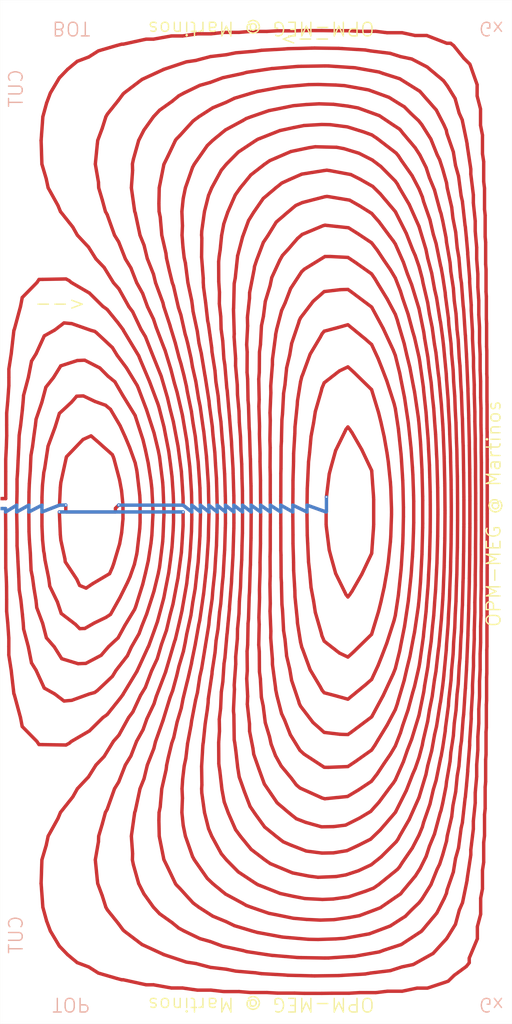
<source format=kicad_pcb>
(kicad_pcb (version 20221018) (generator pcbnew)
  (layers (0 "F.Cu" signal) (31 "B.Cu" signal) (34 "B.Paste" user) (35 "F.Paste" user) (36 "B.SilkS" user "B.Silkscreen") (37 "F.SilkS" user "F.Silkscreen") (38 "B.Mask" user) (39 "F.Mask" user) (44 "Edge.Cuts" user))
  (net 0 "")
  (net 1 "Net-(J1-Pin_1)")
  (footprint "Library:SolderWirePad_1x01_SMD_5x10mm_custom" (layer "F.Cu") (at 3.25 730.431)
    (fp_text reference "J2")
    (fp_text value "Conn_01x01_Socket" hide)
  )
  (footprint "Library:SolderWirePad_1x01_SMD_5x10mm_custom" (layer "F.Cu") (at 3.25 745.022555)
    (fp_text reference "J1")
    (fp_text value "Conn_01x01_Socket" hide)
  )
  (gr_rect locked (start 0 0) (end 750 1500) (stroke (width 0.1)) (fill none) (layer "Edge.Cuts"))
  (gr_text "Gx" (at 700 1460 180) (layer "B.SilkS") (effects (font (size 20 20) (thickness 2)) (justify left bottom mirror)))
  (gr_text "TOP" (at 75 1460 180) (layer "B.SilkS") (effects (font (size 20 20) (thickness 2)) (justify left bottom mirror)))
  (gr_text "CUT" (at 35 1340 90) (layer "B.SilkS") (effects (font (size 20 20) (thickness 2)) (justify left bottom mirror)))
  (gr_text "BOT" (at 75 30 180) (layer "B.SilkS") (effects (font (size 20 20) (thickness 2)) (justify left bottom mirror)))
  (gr_text "Gx" (at 700 30 180) (layer "B.SilkS") (effects (font (size 20 20) (thickness 2)) (justify left bottom mirror)))
  (gr_text "CUT" (at 35 100 90) (layer "B.SilkS") (effects (font (size 20 20) (thickness 2)) (justify left bottom mirror)))
  (gr_text "OPM-MEG @ Martinos" (at 550 30 180) (layer "F.SilkS") (effects (font (size 20 20) (thickness 2)) (justify left bottom)))
  (gr_text "OPM-MEG @ Martinos" (at 735 920 90) (layer "F.SilkS") (effects (font (size 20 20) (thickness 2)) (justify left bottom)))
  (gr_text "-->" (at 49.581377 455.70946) (layer "F.SilkS") (effects (font (size 20 20) (thickness 2)) (justify left bottom)))
  (gr_text "OPM-MEG @ Martinos" (at 550 1460 180) (layer "F.SilkS") (effects (font (size 20 20) (thickness 2)) (justify left bottom)))
  (gr_text "-->" (at 485.799432 46.98244 180) (layer "F.SilkS") (effects (font (size 20 20) (thickness 2)) (justify left bottom)))
  (segment (start 413.9 894.4492) (end 412.97 885.31) (width 5) (layer "F.Cu") (net 1))
  (segment (start 624.25 1254.5996) (end 615.45 1272.32) (width 5) (layer "F.Cu") (net 1))
  (segment (start 62.31 790.7887) (end 61.43 770.75) (width 5) (layer "F.Cu") (net 1))
  (segment (start 332.85 572.3257) (end 332.22 568.31) (width 5) (layer "F.Cu") (net 1))
  (segment (start 297.11 1092.2446) (end 297.45 1089.39) (width 5) (layer "F.Cu") (net 1))
  (segment (start 9.22 655.398) (end 9.79 638.25) (width 5) (layer "F.Cu") (net 1))
  (segment (start 693.41 285.4563) (end 693.41 297.1) (width 5) (layer "F.Cu") (net 1))
  (segment (start 651.89 751.9161) (end 651.6 788.14) (width 5) (layer "F.Cu") (net 1))
  (segment (start 664.11 1078.0449) (end 660.42 1102.18) (width 5) (layer "F.Cu") (net 1))
  (segment (start 90.38 964.975) (end 79.48 947.61) (width 5) (layer "F.Cu") (net 1))
  (segment (start 583.54 627.7855) (end 584.13 633.22) (width 5) (layer "F.Cu") (net 1))
  (segment (start 526.51 45.8408) (end 550.49 45.84) (width 5) (layer "F.Cu") (net 1))
  (segment (start 613.83 1047.5691) (end 613.46 1048.95) (width 5) (layer "F.Cu") (net 1))
  (segment (start 42.17 750) (end 61.41 740) (width 5) (layer "F.Cu") (net 1))
  (segment (start 70.48 275.071) (end 67.6 261.55) (width 5) (layer "F.Cu") (net 1))
  (segment (start 585.64 1224.4054) (end 583.16 1229.19) (width 5) (layer "F.Cu") (net 1))
  (segment (start 289.27 49.4935) (end 309.06 49.49) (width 5) (layer "F.Cu") (net 1))
  (segment (start 284.67 240.3465) (end 303.57 213.29) (width 5) (layer "F.Cu") (net 1))
  (segment (start 295.38 979.2693) (end 300.49 948.14) (width 5) (layer "F.Cu") (net 1))
  (segment (start 166.13 1086.0313) (end 174.21 1076.82) (width 5) (layer "F.Cu") (net 1))
  (segment (start 164.64 990.8105) (end 142.26 1011.93) (width 5) (layer "F.Cu") (net 1))
  (segment (start 362.26 1031.5901) (end 362.79 1020.1) (width 5) (layer "F.Cu") (net 1))
  (segment (start 412.96 614.6844) (end 413.89 605.56) (width 5) (layer "F.Cu") (net 1))
  (segment (start 483.26 375.699) (end 509.65 377.07) (width 5) (layer "F.Cu") (net 1))
  (segment (start 26.45 674.7748) (end 27.47 654.93) (width 5) (layer "F.Cu") (net 1))
  (segment (start 696.23 642.8391) (end 696.23 657.72) (width 5) (layer "F.Cu") (net 1))
  (segment (start 648.55 323.5803) (end 653.45 348.3) (width 5) (layer "F.Cu") (net 1))
  (segment (start 687.52 652.7143) (end 688.06 687.42) (width 5) (layer "F.Cu") (net 1))
  (segment (start 362.75 477.3942) (end 362.38 465.22) (width 5) (layer "F.Cu") (net 1))
  (segment (start 405.96 1176.0719) (end 396.97 1162.84) (width 5) (layer "F.Cu") (net 1))
  (segment (start 690.3 454.8687) (end 692.15 485.62) (width 5) (layer "F.Cu") (net 1))
  (segment (start 156.95 314.3304) (end 154.39 309.8) (width 5) (layer "F.Cu") (net 1))
  (segment (start 96.99 670.3766) (end 97.53 668.92) (width 5) (layer "F.Cu") (net 1))
  (segment (start 343.06 1003.6965) (end 345.31 972.76) (width 5) (layer "F.Cu") (net 1))
  (segment (start 688.32 727.1567) (end 688.32 732.95) (width 5) (layer "F.Cu") (net 1))
  (segment (start 590.43 716.6178) (end 590.97 743.18) (width 5) (layer "F.Cu") (net 1))
  (segment (start 217.67 946.6139) (end 216.82 948.1) (width 5) (layer "F.Cu") (net 1))
  (segment (start 632.41 1099.7307) (end 626.6 1121.61) (width 5) (layer "F.Cu") (net 1))
  (segment (start 348.94 222.8273) (end 374.89 205.62) (width 5) (layer "F.Cu") (net 1))
  (segment (start 254.51 1080.3568) (end 259.43 1057.72) (width 5) (layer "F.Cu") (net 1))
  (segment (start 239.91 1258.646) (end 233.24 1224.93) (width 5) (layer "F.Cu") (net 1))
  (segment (start 683.42 1293.6499) (end 677.56 1322.3) (width 5) (layer "F.Cu") (net 1))
  (segment (start 304.21 469.9692) (end 301.25 443.55) (width 5) (layer "F.Cu") (net 1))
  (segment (start 225.71 924.5003) (end 217.67 946.61) (width 5) (layer "F.Cu") (net 1))
  (segment (start 396.55 565.3711) (end 399 534.33) (width 5) (layer "F.Cu") (net 1))
  (segment (start 527.25 301.7831) (end 544.48 312.63) (width 5) (layer "F.Cu") (net 1))
  (segment (start 544.51 690.0887) (end 544.53 690.25) (width 5) (layer "F.Cu") (net 1))
  (segment (start 372.35 394.1783) (end 372.72 390.75) (width 5) (layer "F.Cu") (net 1))
  (segment (start 651.57 791.6243) (end 650.69 828.55) (width 5) (layer "F.Cu") (net 1))
  (segment (start 379.64 585.3436) (end 379.03 555.31) (width 5) (layer "F.Cu") (net 1))
  (segment (start 629.09 818.5974) (end 627.87 841.66) (width 5) (layer "F.Cu") (net 1))
  (segment (start 597.77 460.0586) (end 604.55 485.39) (width 5) (layer "F.Cu") (net 1))
  (segment (start 150.62 1051.307) (end 130.86 1070.79) (width 5) (layer "F.Cu") (net 1))
  (segment (start 391.09 1398.5512) (end 361.56 1394.1) (width 5) (layer "F.Cu") (net 1))
  (segment (start 424.51 1373.7047) (end 413.7 1372.76) (width 5) (layer "F.Cu") (net 1))
  (segment (start 323.88 482.0435) (end 323.39 463.78) (width 5) (layer "F.Cu") (net 1))
  (segment (start 252.39 148.1614) (end 252.39 148.16) (width 5) (layer "F.Cu") (net 1))
  (segment (start 328.5 685.8423) (end 326.8 655.58) (width 5) (layer "F.Cu") (net 1))
  (segment (start 477.74 750) (end 449.77 740) (width 5) (layer "F.Cu") (net 1))
  (segment (start 365.02 872.8662) (end 365.52 866.66) (width 5) (layer "F.Cu") (net 1))
  (segment (start 434.01 1149.7304) (end 426.98 1140.28) (width 5) (layer "F.Cu") (net 1))
  (segment (start 165.99 669.4642) (end 166.85 671.87) (width 5) (layer "F.Cu") (net 1))
  (segment (start 350.62 880.9037) (end 352.36 859.1) (width 5) (layer "F.Cu") (net 1))
  (segment (start 608.56 1283.1836) (end 590.27 1305.1) (width 5) (layer "F.Cu") (net 1))
  (segment (start 534.73 496.2613) (end 544.38 504.66) (width 5) (layer "F.Cu") (net 1))
  (segment (start 491.68 659.8962) (end 504.86 633.09) (width 5) (layer "F.Cu") (net 1))
  (segment (start 355.09 719.1081) (end 354.52 700.78) (width 5) (layer "F.Cu") (net 1))
  (segment (start 429.54 1345.1784) (end 405.27 1340.21) (width 5) (layer "F.Cu") (net 1))
  (segment (start 585.6 546.8256) (end 587.17 555.19) (width 5) (layer "F.Cu") (net 1))
  (segment (start 693.41 1202.9006) (end 693.41 1214.54) (width 5) (layer "F.Cu") (net 1))
  (segment (start 684.3 1289.0879) (end 683.42 1293.65) (width 5) (layer "F.Cu") (net 1))
  (segment (start 713.12 513.4672) (end 713.12 547.75) (width 5) (layer "F.Cu") (net 1))
  (segment (start 272.75 494.5598) (end 271.23 489.6) (width 5) (layer "F.Cu") (net 1))
  (segment (start 332.78 927.3765) (end 334.05 913.45) (width 5) (layer "F.Cu") (net 1))
  (segment (start 274.25 573.0762) (end 273.2 566.46) (width 5) (layer "F.Cu") (net 1))
  (segment (start 683.28 205.6427) (end 684.3 210.91) (width 5) (layer "F.Cu") (net 1))
  (segment (start 396.75 575.5117) (end 396.55 565.37) (width 5) (layer "F.Cu") (net 1))
  (segment (start 355.77 1323.4737) (end 330.25 1309.7) (width 5) (layer "F.Cu") (net 1))
  (segment (start 170.67 66.7245) (end 178.31 64.65) (width 5) (layer "F.Cu") (net 1))
  (segment (start 292.73 990.9351) (end 295.38 979.27) (width 5) (layer "F.Cu") (net 1))
  (segment (start 207.6 917.5142) (end 203.68 928.29) (width 5) (layer "F.Cu") (net 1))
  (segment (start 670 697.7914) (end 670.21 722.55) (width 5) (layer "F.Cu") (net 1))
  (segment (start 424.42 519.73) (end 427.19 503.19) (width 5) (layer "F.Cu") (net 1))
  (segment (start 584.8 274.6036) (end 599.45 299.53) (width 5) (layer "F.Cu") (net 1))
  (segment (start 240.26 101.4488) (end 272.97 90.56) (width 5) (layer "F.Cu") (net 1))
  (segment (start 544.85 450.5641) (end 545.26 451.34) (width 5) (layer "F.Cu") (net 1))
  (segment (start 687.52 647.8413) (end 687.52 652.71) (width 5) (layer "F.Cu") (net 1))
  (segment (start 133.33 638.5029) (end 141.59 645.65) (width 5) (layer "F.Cu") (net 1))
  (segment (start 684.3 1287.9121) (end 684.3 1289.09) (width 5) (layer "F.Cu") (net 1))
  (segment (start 406.42 1454.881) (end 390.86 1454.02) (width 5) (layer "F.Cu") (net 1))
  (segment (start 380.55 133.3838) (end 413.7 127.24) (width 5) (layer "F.Cu") (net 1))
  (segment (start 435.69 587.8506) (end 440.2 559.6) (width 5) (layer "F.Cu") (net 1))
  (segment (start 202.81 569.0777) (end 203.98 572.2) (width 5) (layer "F.Cu") (net 1))
  (segment (start 212.78 658.1137) (end 217.15 678.67) (width 5) (layer "F.Cu") (net 1))
  (segment (start 425.67 1237.8408) (end 414.81 1233.16) (width 5) (layer "F.Cu") (net 1))
  (segment (start 320.95 1122.6757) (end 320.49 1118.64) (width 5) (layer "F.Cu") (net 1))
  (segment (start 614.97 970.0471) (end 613.83 976.69) (width 5) (layer "F.Cu") (net 1))
  (segment (start 198.61 889.0717) (end 197.11 892.82) (width 5) (layer "F.Cu") (net 1))
  (segment (start 396.76 924.4931) (end 395.55 895.31) (width 5) (layer "F.Cu") (net 1))
  (segment (start 209.4 644.1439) (end 212.78 658.11) (width 5) (layer "F.Cu") (net 1))
  (segment (start 612.74 611.0153) (end 613.83 621.04) (width 5) (layer "F.Cu") (net 1))
  (segment (start 64.12 692.0962) (end 65.45 686.01) (width 5) (layer "F.Cu") (net 1))
  (segment (start 526.5 1454.1676) (end 511.13 1455.07) (width 5) (layer "F.Cu") (net 1))
  (segment (start 631.58 939.6948) (end 628.58 960.92) (width 5) (layer "F.Cu") (net 1))
  (segment (start 300.57 947.5968) (end 305.88 915.16) (width 5) (layer "F.Cu") (net 1))
  (segment (start 207.98 1383.6837) (end 181.81 1363.83) (width 5) (layer "F.Cu") (net 1))
  (segment (start 149.78 292.78) (end 144.53 275.07) (width 5) (layer "F.Cu") (net 1))
  (segment (start 326.23 113.8457) (end 355.47 107.6) (width 5) (layer "F.Cu") (net 1))
  (segment (start 180.26 482.8354) (end 181.09 484.58) (width 5) (layer "F.Cu") (net 1))
  (segment (start 648.55 1176.4303) (end 646.03 1187.33) (width 5) (layer "F.Cu") (net 1))
  (segment (start 180.45 1016.6542) (end 180.05 1017.53) (width 5) (layer "F.Cu") (net 1))
  (segment (start 618.26 692.7113) (end 619.14 727) (width 5) (layer "F.Cu") (net 1))
  (segment (start 381.75 740) (end 381.55 716.31) (width 5) (layer "F.Cu") (net 1))
  (segment (start 571.85 705.9444) (end 572.42 713.95) (width 5) (layer "F.Cu") (net 1))
  (segment (start 273.51 854.8174) (end 274.45 846.19) (width 5) (layer "F.Cu") (net 1))
  (segment (start 305.41 286.4104) (end 310.17 275.07) (width 5) (layer "F.Cu") (net 1))
  (segment (start 306.03 750) (end 293.45 740) (width 5) (layer "F.Cu") (net 1))
  (segment (start 614.64 1366.0559) (end 587.76 1383.74) (width 5) (layer "F.Cu") (net 1))
  (segment (start 104.72 1086.0313) (end 101.34 1088.85) (width 5) (layer "F.Cu") (net 1))
  (segment (start 657.52 1024.0684) (end 656.88 1034) (width 5) (layer "F.Cu") (net 1))
  (segment (start 654.02 1145.746) (end 653.45 1151.7) (width 5) (layer "F.Cu") (net 1))
  (segment (start 200.02 1086.0313) (end 209.54 1068.88) (width 5) (layer "F.Cu") (net 1))
  (segment (start 424.01 262.9806) (end 424.01 262.98) (width 5) (layer "F.Cu") (net 1))
  (segment (start 380.95 664.3681) (end 380 635.64) (width 5) (layer "F.Cu") (net 1))
  (segment (start 449.02 153.0704) (end 467.25 152.07) (width 5) (layer "F.Cu") (net 1))
  (segment (start 274.75 996.7224) (end 276.71 988.36) (width 5) (layer "F.Cu") (net 1))
  (segment (start 474.93 1072.9407) (end 458.46 1058.31) (width 5) (layer "F.Cu") (net 1))
  (segment (start 613.83 878.9556) (end 612.74 888.98) (width 5) (layer "F.Cu") (net 1))
  (segment (start 144.2 1232.9173) (end 144.52 1224.93) (width 5) (layer "F.Cu") (net 1))
  (segment (start 300.49 948.142) (end 300.55 947.77) (width 5) (layer "F.Cu") (net 1))
  (segment (start 694.76 577.0979) (end 695.62 603.3) (width 5) (layer "F.Cu") (net 1))
  (segment (start 124.04 527.635) (end 146.23 539.04) (width 5) (layer "F.Cu") (net 1))
  (segment (start 213.99 1442.6791) (end 180.7 1435.36) (width 5) (layer "F.Cu") (net 1))
  (segment (start 342.53 773.6764) (end 342.59 766.18) (width 5) (layer "F.Cu") (net 1))
  (segment (start 339.3 847.8424) (end 341.36 812.9) (width 5) (layer "F.Cu") (net 1))
  (segment (start 696.16 338.5691) (end 698.3 362.43) (width 5) (layer "F.Cu") (net 1))
  (segment (start 403.57 1106.9986) (end 397.15 1090.05) (width 5) (layer "F.Cu") (net 1))
  (segment (start 363.31 586.1654) (end 362.75 555.15) (width 5) (layer "F.Cu") (net 1))
  (segment (start 347.58 563.8644) (end 345.07 535.8) (width 5) (layer "F.Cu") (net 1))
  (segment (start 298.45 631.9762) (end 297.83 628.33) (width 5) (layer "F.Cu") (net 1))
  (segment (start 705.17 677.5922) (end 705.17 702.74) (width 5) (layer "F.Cu") (net 1))
  (segment (start 579.1 901.5735) (end 577.37 908.56) (width 5) (layer "F.Cu") (net 1))
  (segment (start 142.26 1011.932) (end 138.44 1014.55) (width 5) (layer "F.Cu") (net 1))
  (segment (start 320.49 1118.64) (end 320.29 1087.77) (width 5) (layer "F.Cu") (net 1))
  (segment (start 620.85 574.5357) (end 624.16 604.45) (width 5) (layer "F.Cu") (net 1))
  (segment (start 62.59 1090.8298) (end 57.12 1090.76) (width 5) (layer "F.Cu") (net 1))
  (segment (start 122.07 579.9898) (end 139.01 588.06) (width 5) (layer "F.Cu") (net 1))
  (segment (start 511.13 44.9346) (end 526.51 45.84) (width 5) (layer "F.Cu") (net 1))
  (segment (start 573.55 753.1917) (end 572.42 786.05) (width 5) (layer "F.Cu") (net 1))
  (segment (start 616.09 648.9801) (end 616.22 651.65) (width 5) (layer "F.Cu") (net 1))
  (segment (start 689.69 1244.9273) (end 689.69 1252.29) (width 5) (layer "F.Cu") (net 1))
  (segment (start 148.11 959.9722) (end 125.72 971.82) (width 5) (layer "F.Cu") (net 1))
  (segment (start 267.22 1169.2994) (end 266.64 1155.48) (width 5) (layer "F.Cu") (net 1))
  (segment (start 427.2 996.8034) (end 424.43 980.27) (width 5) (layer "F.Cu") (net 1))
  (segment (start 690.3 446.7981) (end 690.3 454.87) (width 5) (layer "F.Cu") (net 1))
  (segment (start 534.74 1003.7416) (end 509.65 1024.3) (width 5) (layer "F.Cu") (net 1))
  (segment (start 660.42 397.8173) (end 664.1 421.96) (width 5) (layer "F.Cu") (net 1))
  (segment (start 27.47 654.9333) (end 28.04 637.81) (width 5) (layer "F.Cu") (net 1))
  (segment (start 650.17 509.7356) (end 650.28 511.66) (width 5) (layer "F.Cu") (net 1))
  (segment (start 450.71 795.9235) (end 450.11 784.2) (width 5) (layer "F.Cu") (net 1))
  (segment (start 251.96 801.4363) (end 249.75 819.5) (width 5) (layer "F.Cu") (net 1))
  (segment (start 659.94 663.6832) (end 660.16 676.89) (width 5) (layer "F.Cu") (net 1))
  (segment (start 244.07 1120.9933) (end 246.36 1110.24) (width 5) (layer "F.Cu") (net 1))
  (segment (start 668.55 641.8209) (end 669.22 658.35) (width 5) (layer "F.Cu") (net 1))
  (segment (start 395.62 815.494) (end 395.89 804.33) (width 5) (layer "F.Cu") (net 1))
  (segment (start 209.54 1068.8804) (end 215.15 1053.03) (width 5) (layer "F.Cu") (net 1))
  (segment (start 238.46 1056.2106) (end 238.67 1055.61) (width 5) (layer "F.Cu") (net 1))
  (segment (start 679.54 732.1988) (end 679.54 767.8) (width 5) (layer "F.Cu") (net 1))
  (segment (start 658.52 875.3907) (end 656.8 904.82) (width 5) (layer "F.Cu") (net 1))
  (segment (start 319.52 579.9843) (end 316.25 559.14) (width 5) (layer "F.Cu") (net 1))
  (segment (start 704.06 582.4365) (end 704.57 598.16) (width 5) (layer "F.Cu") (net 1))
  (segment (start 478.03 771.7237) (end 477.75 768.33) (width 5) (layer "F.Cu") (net 1))
  (segment (start 289.27 1450.5064) (end 267.38 1447.38) (width 5) (layer "F.Cu") (net 1))
  (segment (start 327.95 1452.617) (end 309.06 1450.51) (width 5) (layer "F.Cu") (net 1))
  (segment (start 188.3 1051.307) (end 194.61 1042.88) (width 5) (layer "F.Cu") (net 1))
  (segment (start 341.36 687.1084) (end 339.29 652.15) (width 5) (layer "F.Cu") (net 1))
  (segment (start 504.87 866.9207) (end 491.69 840.1) (width 5) (layer "F.Cu") (net 1))
  (segment (start 713.52 906.9847) (end 713.35 912.22) (width 5) (layer "F.Cu") (net 1))
  (segment (start 613.2 176.6925) (end 617.97 182.73) (width 5) (layer "F.Cu") (net 1))
  (segment (start 685.17 1130.0305) (end 683.28 1151.15) (width 5) (layer "F.Cu") (net 1))
  (segment (start 302.51 669.5287) (end 301.31 658.2) (width 5) (layer "F.Cu") (net 1))
  (segment (start 526.44 1341.4141) (end 511.24 1344.2) (width 5) (layer "F.Cu") (net 1))
  (segment (start 295.7 1149.9343) (end 295.32 1122.63) (width 5) (layer "F.Cu") (net 1))
  (segment (start 89.1 706.7637) (end 96.9 670.98) (width 5) (layer "F.Cu") (net 1))
  (segment (start 686.67 612.3372) (end 687.52 647.84) (width 5) (layer "F.Cu") (net 1))
  (segment (start 704.06 558.5635) (end 704.06 582.44) (width 5) (layer "F.Cu") (net 1))
  (segment (start 336.15 610.4544) (end 336.14 610.33) (width 5) (layer "F.Cu") (net 1))
  (segment (start 465.89 1285.1827) (end 452.37 1283.43) (width 5) (layer "F.Cu") (net 1))
  (segment (start 683.87 969.0482) (end 683.87 969.73) (width 5) (layer "F.Cu") (net 1))
  (segment (start 650.65 830.9822) (end 649.09 869.36) (width 5) (layer "F.Cu") (net 1))
  (segment (start 268.19 769.0239) (end 268.174452 750.011144) (width 5) (layer "F.Cu") (net 1))
  (segment (start 700 1079.4471) (end 700 1098.66) (width 5) (layer "F.Cu") (net 1))
  (segment (start 694.76 922.9021) (end 694.76 936.1) (width 5) (layer "F.Cu") (net 1))
  (segment (start 669.55 1017.1624) (end 668.04 1040.41) (width 5) (layer "F.Cu") (net 1))
  (segment (start 274.45 846.1917) (end 278.02 816.4) (width 5) (layer "F.Cu") (net 1))
  (segment (start 380.9 823.9532) (end 381.56 796.09) (width 5) (layer "F.Cu") (net 1))
  (segment (start 268.35 290.8582) (end 271.58 275.07) (width 5) (layer "F.Cu") (net 1))
  (segment (start 256.95 205.6222) (end 258.22 203.78) (width 5) (layer "F.Cu") (net 1))
  (segment (start 238.67 1055.6078) (end 238.74 1055.46) (width 5) (layer "F.Cu") (net 1))
  (segment (start 652.49 1066.8484) (end 652.17 1071.19) (width 5) (layer "F.Cu") (net 1))
  (segment (start 180.1 739.8408) (end 180.1 760.16) (width 5) (layer "F.Cu") (net 1))
  (segment (start 253.89 617.6788) (end 249.36 600.03) (width 5) (layer "F.Cu") (net 1))
  (segment (start 713.65 632.8345) (end 713.65 667.72) (width 5) (layer "F.Cu") (net 1))
  (segment (start 288.59 837.5531) (end 290.28 823.44) (width 5) (layer "F.Cu") (net 1))
  (segment (start 661.51 981.8931) (end 660.71 996.32) (width 5) (layer "F.Cu") (net 1))
  (segment (start 143.14 205.6222) (end 149.65 188.14) (width 5) (layer "F.Cu") (net 1))
  (segment (start 200.2 414.13) (end 191.77 392.61) (width 5) (layer "F.Cu") (net 1))
  (segment (start 249.36 600.034) (end 245.32 582.71) (width 5) (layer "F.Cu") (net 1))
  (segment (start 618.52 1363.0148) (end 617.03 1364.56) (width 5) (layer "F.Cu") (net 1))
  (segment (start 52.85 518.142) (end 64.79 492.04) (width 5) (layer "F.Cu") (net 1))
  (segment (start 285.87 944.7181) (end 291.13 915.15) (width 5) (layer "F.Cu") (net 1))
  (segment (start 112.3 580.3782) (end 112.3 580.38) (width 5) (layer "F.Cu") (net 1))
  (segment (start 679.1 687.769) (end 679.21 692.5) (width 5) (layer "F.Cu") (net 1))
  (segment (start 557.16 1329.8347) (end 547.75 1333.43) (width 5) (layer "F.Cu") (net 1))
  (segment (start 323.31 884.5756) (end 325.59 855.7) (width 5) (layer "F.Cu") (net 1))
  (segment (start 587.51 665.3909) (end 588.23 675.46) (width 5) (layer "F.Cu") (net 1))
  (segment (start 280.32 602.4968) (end 274.25 573.08) (width 5) (layer "F.Cu") (net 1))
  (segment (start 688.06 692.9143) (end 688.32 727.16) (width 5) (layer "F.Cu") (net 1))
  (segment (start 295.34 1155.4802) (end 295.7 1149.93) (width 5) (layer "F.Cu") (net 1))
  (segment (start 624.16 604.4524) (end 625.02 616.82) (width 5) (layer "F.Cu") (net 1))
  (segment (start 116.76 920.9717) (end 110.39 914.55) (width 5) (layer "F.Cu") (net 1))
  (segment (start 405.74 1019.3953) (end 403.83 1010.15) (width 5) (layer "F.Cu") (net 1))
  (segment (start 579.1 979.3913) (end 575.9 987.5) (width 5) (layer "F.Cu") (net 1))
  (segment (start 240.24 240.3465) (end 245.67 229.32) (width 5) (layer "F.Cu") (net 1))
  (segment (start 695.62 603.2989) (end 695.62 617.48) (width 5) (layer "F.Cu") (net 1))
  (segment (start 660.9 717.2064) (end 661.11 742.79) (width 5) (layer "F.Cu") (net 1))
  (segment (start 197.83 608.4994) (end 197.98 608.91) (width 5) (layer "F.Cu") (net 1))
  (segment (start 250.25 540.9325) (end 241.8 513.34) (width 5) (layer "F.Cu") (net 1))
  (segment (start 274.99 503.2238) (end 272.75 494.56) (width 5) (layer "F.Cu") (net 1))
  (segment (start 97.143577 749.960852) (end 96.299866 749.117141) (width 5) (layer "F.Cu") (net 1))
  (segment (start 655.12 1224.8946) (end 654.2 1231.91) (width 5) (layer "F.Cu") (net 1))
  (segment (start 430.05 823.9435) (end 429.19 796.22) (width 5) (layer "F.Cu") (net 1))
  (segment (start 374.26 74.8752) (end 382.91 73.63) (width 5) (layer "F.Cu") (net 1))
  (segment (start 297.83 628.3347) (end 293.16 595.12) (width 5) (layer "F.Cu") (net 1))
  (segment (start 568.77 823.841) (end 566.88 836.8) (width 5) (layer "F.Cu") (net 1))
  (segment (start 703.37 542.1539) (end 704.06 558.56) (width 5) (layer "F.Cu") (net 1))
  (segment (start 417.61 443.8665) (end 425.71 422.67) (width 5) (layer "F.Cu") (net 1))
  (segment (start 166.85 671.8673) (end 175.08 702.84) (width 5) (layer "F.Cu") (net 1))
  (segment (start 713.72 792.3456) (end 713.72 827.32) (width 5) (layer "F.Cu") (net 1))
  (segment (start 627.11 642.6483) (end 627.87 658.34) (width 5) (layer "F.Cu") (net 1))
  (segment (start 543.03 1425.4524) (end 534.83 1426.89) (width 5) (layer "F.Cu") (net 1))
  (segment (start 178.07 719.1074) (end 180.1 739.84) (width 5) (layer "F.Cu") (net 1))
  (segment (start 641.45 754.0774) (end 641.15 785.64) (width 5) (layer "F.Cu") (net 1))
  (segment (start 47.63 653.992) (end 50 635.74) (width 5) (layer "F.Cu") (net 1))
  (segment (start 501.14 1428.8807) (end 496.28 1429.21) (width 5) (layer "F.Cu") (net 1))
  (segment (start 328.45 1174.7271) (end 325.14 1156.9) (width 5) (layer "F.Cu") (net 1))
  (segment (start 262.29 523.8188) (end 256.76 502.47) (width 5) (layer "F.Cu") (net 1))
  (segment (start 9.69 877.79) (end 9.58 858.8) (width 5) (layer "F.Cu") (net 1))
  (segment (start 640.34 1273.455) (end 631.31 1295.96) (width 5) (layer "F.Cu") (net 1))
  (segment (start 629.09 681.4026) (end 629.59 699.22) (width 5) (layer "F.Cu") (net 1))
  (segment (start 696.16 323.7641) (end 696.16 338.57) (width 5) (layer "F.Cu") (net 1))
  (segment (start 645.42 389.2033) (end 646.25 392.32) (width 5) (layer "F.Cu") (net 1))
  (segment (start 713.65 867.1655) (end 713.52 872.24) (width 5) (layer "F.Cu") (net 1))
  (segment (start 544.38 355.6921) (end 552.57 366.35) (width 5) (layer "F.Cu") (net 1))
  (segment (start 20.29 484.0252) (end 20.57 483.42) (width 5) (layer "F.Cu") (net 1))
  (segment (start 99.04 1398.5512) (end 86.96 1386.05) (width 5) (layer "F.Cu") (net 1))
  (segment (start 379.23 1126.454) (end 371.66 1104.91) (width 5) (layer "F.Cu") (net 1))
  (segment (start 399.06 526.9211) (end 403.71 491.74) (width 5) (layer "F.Cu") (net 1))
  (segment (start 605.29 1413.0322) (end 588.72 1416.5) (width 5) (layer "F.Cu") (net 1))
  (segment (start 450.11 784.2009) (end 449.7 755.46) (width 5) (layer "F.Cu") (net 1))
  (segment (start 613.83 331.8064) (end 623.93 365.25) (width 5) (layer "F.Cu") (net 1))
  (segment (start 472.03 1169.0992) (end 439.56 1154.45) (width 5) (layer "F.Cu") (net 1))
  (segment (start 695.62 882.5211) (end 695.62 896.7) (width 5) (layer "F.Cu") (net 1))
  (segment (start 683.87 530.2704) (end 683.87 530.95) (width 5) (layer "F.Cu") (net 1))
  (segment (start 451.7 123.9534) (end 465.88 123.72) (width 5) (layer "F.Cu") (net 1))
  (segment (start 416.87 1054.81) (end 412.43 1045.35) (width 5) (layer "F.Cu") (net 1))
  (segment (start 215.79 1120.7558) (end 225.36 1096.42) (width 5) (layer "F.Cu") (net 1))
  (segment (start 93.75 1026.9837) (end 80.13 1016.58) (width 5) (layer "F.Cu") (net 1))
  (segment (start 364.99 627.0227) (end 364.04 594.3) (width 5) (layer "F.Cu") (net 1))
  (segment (start 341.36 812.8962) (end 341.49 806.7) (width 5) (layer "F.Cu") (net 1))
  (segment (start 72.89 858.7663) (end 71.31 847.19) (width 5) (layer "F.Cu") (net 1))
  (segment (start 324.19 1013.6947) (end 326.4 998.79) (width 5) (layer "F.Cu") (net 1))
  (segment (start 158.31 551.1921) (end 168.2 559.2) (width 5) (layer "F.Cu") (net 1))
  (segment (start 247.14 838.9194) (end 242.21 863.93) (width 5) (layer "F.Cu") (net 1))
  (segment (start 240.08 754.7202) (end 238.78 785.91) (width 5) (layer "F.Cu") (net 1))
  (segment (start 70.49 1224.929) (end 84.85 1199.04) (width 5) (layer "F.Cu") (net 1))
  (segment (start 621.98 1004.5959) (end 620.8 1013.28) (width 5) (layer "F.Cu") (net 1))
  (segment (start 586.92 82.9421) (end 603.1 86.35) (width 5) (layer "F.Cu") (net 1))
  (segment (start 367.66 711.8909) (end 367.54 708.27) (width 5) (layer "F.Cu") (net 1))
  (segment (start 616.22 848.3501) (end 616.09 851.02) (width 5) (layer "F.Cu") (net 1))
  (segment (start 614.66 133.446) (end 615.81 134.62) (width 5) (layer "F.Cu") (net 1))
  (segment (start 166.51 825.7651) (end 164.56 831.29) (width 5) (layer "F.Cu") (net 1))
  (segment (start 586.65 426.5512) (end 589.88 437.08) (width 5) (layer "F.Cu") (net 1))
  (segment (start 605.86 774.5228) (end 604.8 804.65) (width 5) (layer "F.Cu") (net 1))
  (segment (start 285.86 862.4454) (end 288.59 837.55) (width 5) (layer "F.Cu") (net 1))
  (segment (start 618.11 812.2959) (end 616.22 848.35) (width 5) (layer "F.Cu") (net 1))
  (segment (start 57.12 1090.7617) (end 53.91 1086.03) (width 5) (layer "F.Cu") (net 1))
  (segment (start 406.42 45.1187) (end 431.24 45.12) (width 5) (layer "F.Cu") (net 1))
  (segment (start 126.11 861.5744) (end 116.56 857.6) (width 5) (layer "F.Cu") (net 1))
  (segment (start 692.15 1014.3751) (end 690.3 1045.13) (width 5) (layer "F.Cu") (net 1))
  (segment (start 341.49 806.6956) (end 342.53 773.68) (width 5) (layer "F.Cu") (net 1))
  (segment (start 681.24 329.9991) (end 681.66 332.1) (width 5) (layer "F.Cu") (net 1))
  (segment (start 513.97 255.6814) (end 527.84 262.7) (width 5) (layer "F.Cu") (net 1))
  (segment (start 603.05 417.1342) (end 613.27 450.51) (width 5) (layer "F.Cu") (net 1))
  (segment (start 321.42 601.9972) (end 319.52 579.98) (width 5) (layer "F.Cu") (net 1))
  (segment (start 604.55 1014.606) (end 597.77 1039.94) (width 5) (layer "F.Cu") (net 1))
  (segment (start 222.46 517.233) (end 213.04 493.27) (width 5) (layer "F.Cu") (net 1))
  (segment (start 318.12 759.6544) (end 318.12 750) (width 5) (layer "F.Cu") (net 1))
  (segment (start 321.48 1070.8579) (end 321.2 1053.71) (width 5) (layer "F.Cu") (net 1))
  (segment (start 96.64 1091.4021) (end 62.59 1090.83) (width 5) (layer "F.Cu") (net 1))
  (segment (start 71.31 847.1882) (end 65.9 820.48) (width 5) (layer "F.Cu") (net 1))
  (segment (start 245.67 229.3162) (end 256.95 205.62) (width 5) (layer "F.Cu") (net 1))
  (segment (start 273.49 928.8108) (end 279.6 901.48) (width 5) (layer "F.Cu") (net 1))
  (segment (start 573.57 507.4916) (end 575.9 512.51) (width 5) (layer "F.Cu") (net 1))
  (segment (start 256.88 936.4386) (end 262.96 910.64) (width 5) (layer "F.Cu") (net 1))
  (segment (start 251.18 52.6197) (end 267.38 52.62) (width 5) (layer "F.Cu") (net 1))
  (segment (start 377.6 133.8285) (end 380.55 133.38) (width 5) (layer "F.Cu") (net 1))
  (segment (start 617.97 182.7277) (end 631.19 203.74) (width 5) (layer "F.Cu") (net 1))
  (segment (start 429.19 796.218) (end 429.17 783.55) (width 5) (layer "F.Cu") (net 1))
  (segment (start 352.91 840.0271) (end 354.08 820.2) (width 5) (layer "F.Cu") (net 1))
  (segment (start 650.1 182.4406) (end 653.68 190.38) (width 5) (layer "F.Cu") (net 1))
  (segment (start 655.03 1303.5701) (end 653.98 1308.71) (width 5) (layer "F.Cu") (net 1))
  (segment (start 670.33 762.5062) (end 670.21 777.45) (width 5) (layer "F.Cu") (net 1))
  (segment (start 249.74 680.491) (end 251.95 698.57) (width 5) (layer "F.Cu") (net 1))
  (segment (start 80.59 625.9194) (end 86.92 605.62) (width 5) (layer "F.Cu") (net 1))
  (segment (start 73.73 136.1733) (end 86.97 113.96) (width 5) (layer "F.Cu") (net 1))
  (segment (start 180.05 1017.5319) (end 175.35 1023.8) (width 5) (layer "F.Cu") (net 1))
  (segment (start 616.22 651.6499) (end 618.11 687.7) (width 5) (layer "F.Cu") (net 1))
  (segment (start 482.27 805.6145) (end 478.03 771.72) (width 5) (layer "F.Cu") (net 1))
  (segment (start 566.88 836.7977) (end 562.78 860.29) (width 5) (layer "F.Cu") (net 1))
  (segment (start 62.55 409.2346) (end 96.66 408.63) (width 5) (layer "F.Cu") (net 1))
  (segment (start 543.08 1188.6174) (end 526.84 1198.37) (width 5) (layer "F.Cu") (net 1))
  (segment (start 249.06 1021.8124) (end 252.93 1011.64) (width 5) (layer "F.Cu") (net 1))
  (segment (start 413.89 605.5587) (end 415.42 576.21) (width 5) (layer "F.Cu") (net 1))
  (segment (start 61.43 770.7512) (end 61.4 750) (width 5) (layer "F.Cu") (net 1))
  (segment (start 482.27 694.3805) (end 484.87 684.46) (width 5) (layer "F.Cu") (net 1))
  (segment (start 175.35 1023.8036) (end 156.95 1046.77) (width 5) (layer "F.Cu") (net 1))
  (segment (start 708.56 236.8647) (end 708.56 265.91) (width 5) (layer "F.Cu") (net 1))
  (segment (start 268.174452 750.011144) (end 268.18 750) (width 5) (layer "F.Cu") (net 1))
  (segment (start 711.43 1112.7717) (end 711.43 1145.12) (width 5) (layer "F.Cu") (net 1))
  (segment (start 508.33 1246.166) (end 488.55 1249.41) (width 5) (layer "F.Cu") (net 1))
  (segment (start 113.3 344.5198) (end 106.58 332.58) (width 5) (layer "F.Cu") (net 1))
  (segment (start 552.41 202.772) (end 580.23 224.17) (width 5) (layer "F.Cu") (net 1))
  (segment (start 679.1 812.231) (end 678.51 846.99) (width 5) (layer "F.Cu") (net 1))
  (segment (start 61.41 740) (end 61.41 731.6) (width 5) (layer "F.Cu") (net 1))
  (segment (start 649.07 869.9654) (end 648.55 878.88) (width 5) (layer "F.Cu") (net 1))
  (segment (start 350.39 1138.1044) (end 348.23 1124.47) (width 5) (layer "F.Cu") (net 1))
  (segment (start 180.69 64.6493) (end 213.99 57.32) (width 5) (layer "F.Cu") (net 1))
  (segment (start 385.9 463.1746) (end 388.62 441.56) (width 5) (layer "F.Cu") (net 1))
  (segment (start 623.93 365.2536) (end 626.59 378.39) (width 5) (layer "F.Cu") (net 1))
  (segment (start 524.61 342.5184) (end 544.38 355.69) (width 5) (layer "F.Cu") (net 1))
  (segment (start 203.68 928.2917) (end 192.34 948.08) (width 5) (layer "F.Cu") (net 1))
  (segment (start 625.02 616.8186) (end 627.11 642.65) (width 5) (layer "F.Cu") (net 1))
  (segment (start 183.56 640.3966) (end 189.96 655.69) (width 5) (layer "F.Cu") (net 1))
  (segment (start 454.33 518.7822) (end 469.05 494.1) (width 5) (layer "F.Cu") (net 1))
  (segment (start 688.22 93.8799) (end 689.29 96.69) (width 5) (layer "F.Cu") (net 1))
  (segment (start 41.38 947.1336) (end 34.58 921.65) (width 5) (layer "F.Cu") (net 1))
  (segment (start 655.12 275.1057) (end 661.72 303.66) (width 5) (layer "F.Cu") (net 1))
  (segment (start 12.85 934.7749) (end 11.29 912.41) (width 5) (layer "F.Cu") (net 1))
  (segment (start 255.51 940.309) (end 256.88 936.44) (width 5) (layer "F.Cu") (net 1))
  (segment (start 705.17 822.4078) (end 704.94 837.28) (width 5) (layer "F.Cu") (net 1))
  (segment (start 361.93 953.9001) (end 362.79 944.77) (width 5) (layer "F.Cu") (net 1))
  (segment (start 566.57 557.7521) (end 576.64 589.03) (width 5) (layer "F.Cu") (net 1))
  (segment (start 483.84 182.6102) (end 508.86 185.83) (width 5) (layer "F.Cu") (net 1))
  (segment (start 236.38 944.3729) (end 243.82 923.32) (width 5) (layer "F.Cu") (net 1))
  (segment (start 571.93 1104.8792) (end 562.61 1118.47) (width 5) (layer "F.Cu") (net 1))
  (segment (start 471.34 44.7553) (end 486.1 44.93) (width 5) (layer "F.Cu") (net 1))
  (segment (start 445.44 1104.7427) (end 439.31 1099.08) (width 5) (layer "F.Cu") (net 1))
  (segment (start 595.99 520.3646) (end 600.43 538.3) (width 5) (layer "F.Cu") (net 1))
  (segment (start 336.21 888.9413) (end 339.2 851.54) (width 5) (layer "F.Cu") (net 1))
  (segment (start 429.18 703.7791) (end 430.04 676.06) (width 5) (layer "F.Cu") (net 1))
  (segment (start 544.53 809.7462) (end 544.51 809.91) (width 5) (layer "F.Cu") (net 1))
  (segment (start 342.53 726.3252) (end 341.49 693.3) (width 5) (layer "F.Cu") (net 1))
  (segment (start 618.7 1211.5217) (end 613.83 1223.34) (width 5) (layer "F.Cu") (net 1))
  (segment (start 180.7 1435.3565) (end 178.3 1435.36) (width 5) (layer "F.Cu") (net 1))
  (segment (start 544.38 810.8372) (end 529.9 841.4) (width 5) (layer "F.Cu") (net 1))
  (segment (start 324.22 1250.7626) (end 310.15 1224.93) (width 5) (layer "F.Cu") (net 1))
  (segment (start 113.28 528.1193) (end 124.04 527.64) (width 5) (layer "F.Cu") (net 1))
  (segment (start 393.8 1337.9607) (end 368.02 1329.1) (width 5) (layer "F.Cu") (net 1))
  (segment (start 366.32 1181.3797) (end 357.95 1159.52) (width 5) (layer "F.Cu") (net 1))
  (segment (start 247.19 661.4135) (end 249.74 680.49) (width 5) (layer "F.Cu") (net 1))
  (segment (start 341.49 693.3002) (end 341.36 687.11) (width 5) (layer "F.Cu") (net 1))
  (segment (start 88.32 783.294) (end 86.919787 749.956733) (width 5) (layer "F.Cu") (net 1))
  (segment (start 617.03 1364.5612) (end 614.64 1366.06) (width 5) (layer "F.Cu") (net 1))
  (segment (start 639.5 1063.9098) (end 636.68 1075.93) (width 5) (layer "F.Cu") (net 1))
  (segment (start 21.39 480.904) (end 30.06 448.69) (width 5) (layer "F.Cu") (net 1))
  (segment (start 601.55 165.825) (end 613.2 176.69) (width 5) (layer "F.Cu") (net 1))
  (segment (start 93.75 473.0263) (end 105.1 474.06) (width 5) (layer "F.Cu") (net 1))
  (segment (start 665.4 1428.7897) (end 656.5 1437.44) (width 5) (layer "F.Cu") (net 1))
  (segment (start 664.1 421.9555) (end 665.5 440.62) (width 5) (layer "F.Cu") (net 1))
  (segment (start 535.2 130.8469) (end 539.87 131.68) (width 5) (layer "F.Cu") (net 1))
  (segment (start 631.19 203.7395) (end 640.44 226.81) (width 5) (layer "F.Cu") (net 1))
  (segment (start 713.72 707.6544) (end 713.76 712.55) (width 5) (layer "F.Cu") (net 1))
  (segment (start 156.94 1185.646) (end 167.71 1155.48) (width 5) (layer "F.Cu") (net 1))
  (segment (start 280.5 777.9379) (end 280.88 761.73) (width 5) (layer "F.Cu") (net 1))
  (segment (start 24.93 701.8917) (end 25.76 690.28) (width 5) (layer "F.Cu") (net 1))
  (segment (start 424.01 262.9806) (end 442.08 255.05) (width 5) (layer "F.Cu") (net 1))
  (segment (start 613.83 390.3747) (end 618.57 408.22) (width 5) (layer "F.Cu") (net 1))
  (segment (start 328.51 814.1535) (end 329.07 805.84) (width 5) (layer "F.Cu") (net 1))
  (segment (start 672.22 377.403) (end 674.65 405.99) (width 5) (layer "F.Cu") (net 1))
  (segment (start 20.57 483.4175) (end 21.39 480.9) (width 5) (layer "F.Cu") (net 1))
  (segment (start 252.39 148.1614) (end 261.72 140.43) (width 5) (layer "F.Cu") (net 1))
  (segment (start 79.48 947.6091) (end 67.92 934.34) (width 5) (layer "F.Cu") (net 1))
  (segment (start 577.37 591.439) (end 579.1 598.43) (width 5) (layer "F.Cu") (net 1))
  (segment (start 663.52 1180.1814) (end 661.72 1196.34) (width 5) (layer "F.Cu") (net 1))
  (segment (start 428.51 1278.7686) (end 404.01 1268.57) (width 5) (layer "F.Cu") (net 1))
  (segment (start 293.58 754.4387) (end 293.58 750) (width 5) (layer "F.Cu") (net 1))
  (segment (start 435.41 593.1983) (end 435.69 587.85) (width 5) (layer "F.Cu") (net 1))
  (segment (start 575.78 182.8609) (end 584.71 188.71) (width 5) (layer "F.Cu") (net 1))
  (segment (start 642.02 953.197) (end 638.57 983.6) (width 5) (layer "F.Cu") (net 1))
  (segment (start 692.15 1004.1805) (end 692.15 1014.38) (width 5) (layer "F.Cu") (net 1))
  (segment (start 711.43 387.2282) (end 712 394.45) (width 5) (layer "F.Cu") (net 1))
  (segment (start 562.6 381.5227) (end 571.92 395.12) (width 5) (layer "F.Cu") (net 1))
  (segment (start 365.46 1060.5891) (end 362.26 1031.59) (width 5) (layer "F.Cu") (net 1))
  (segment (start 300.43 551.05) (end 300.14 549.76) (width 5) (layer "F.Cu") (net 1))
  (segment (start 696.61 817.4945) (end 696.23 842.28) (width 5) (layer "F.Cu") (net 1))
  (segment (start 144.53 275.071) (end 144.21 267.06) (width 5) (layer "F.Cu") (net 1))
  (segment (start 52.8 981.858) (end 46.09 971.07) (width 5) (layer "F.Cu") (net 1))
  (segment (start 539.87 131.6753) (end 547.6 134.48) (width 5) (layer "F.Cu") (net 1))
  (segment (start 30.06 448.693) (end 32.52 435.86) (width 5) (layer "F.Cu") (net 1))
  (segment (start 405.48 1225.9277) (end 387.65 1211.48) (width 5) (layer "F.Cu") (net 1))
  (segment (start 579.1 520.6132) (end 585.6 546.83) (width 5) (layer "F.Cu") (net 1))
  (segment (start 708.56 265.9132) (end 709.8 276.04) (width 5) (layer "F.Cu") (net 1))
  (segment (start 650.28 988.3413) (end 650.17 990.26) (width 5) (layer "F.Cu") (net 1))
  (segment (start 712 427.4435) (end 712.46 434.07) (width 5) (layer "F.Cu") (net 1))
  (segment (start 666.17 919.6741) (end 664.59 940.23) (width 5) (layer "F.Cu") (net 1))
  (segment (start 266.41 309.7953) (end 268.35 290.86) (width 5) (layer "F.Cu") (net 1))
  (segment (start 167.71 1155.4802) (end 173.82 1145.59) (width 5) (layer "F.Cu") (net 1))
  (segment (start 451.95 676.9678) (end 453.55 662.56) (width 5) (layer "F.Cu") (net 1))
  (segment (start 60.27 1295.1444) (end 60.15 1294.38) (width 5) (layer "F.Cu") (net 1))
  (segment (start 646.23 589.1086) (end 646.5 591.62) (width 5) (layer "F.Cu") (net 1))
  (segment (start 212.88 1007.0521) (end 221.95 982.93) (width 5) (layer "F.Cu") (net 1))
  (segment (start 445.47 183.8213) (end 471.48 182.32) (width 5) (layer "F.Cu") (net 1))
  (segment (start 620.8 1013.2831) (end 613.83 1047.57) (width 5) (layer "F.Cu") (net 1))
  (segment (start 481.44 1403.3866) (end 475.85 1403.45) (width 5) (layer "F.Cu") (net 1))
  (segment (start 460.81 70.3596) (end 496.27 70.8) (width 5) (layer "F.Cu") (net 1))
  (segment (start 644.05 1265.9727) (end 640.34 1273.46) (width 5) (layer "F.Cu") (net 1))
  (segment (start 681.66 332.0957) (end 683.28 348.86) (width 5) (layer "F.Cu") (net 1))
  (segment (start 192.34 948.0787) (end 186.61 960.6) (width 5) (layer "F.Cu") (net 1))
  (segment (start 424.43 980.2736) (end 419.89 961.11) (width 5) (layer "F.Cu") (net 1))
  (segment (start 354.07 679.8055) (end 352.9 659.96) (width 5) (layer "F.Cu") (net 1))
  (segment (start 687.39 1403.6167) (end 687.39 1410.43) (width 5) (layer "F.Cu") (net 1))
  (segment (start 314.66 837.4499) (end 315.56 821.59) (width 5) (layer "F.Cu") (net 1))
  (segment (start 603.65 257.2317) (end 613.83 276.65) (width 5) (layer "F.Cu") (net 1))
  (segment (start 255.36 560.8805) (end 250.25 540.93) (width 5) (layer "F.Cu") (net 1))
  (segment (start 659.32 384.8174) (end 660.42 397.82) (width 5) (layer "F.Cu") (net 1))
  (segment (start 455.65 639.2035) (end 459.38 619.32) (width 5) (layer "F.Cu") (net 1))
  (segment (start 326.27 499.4215) (end 323.88 482.04) (width 5) (layer "F.Cu") (net 1))
  (segment (start 515.06 1072.2172) (end 509.65 1076.08) (width 5) (layer "F.Cu") (net 1))
  (segment (start 34.48 579.2532) (end 41.47 552.87) (width 5) (layer "F.Cu") (net 1))
  (segment (start 619.14 727.0011) (end 619.2 733.14) (width 5) (layer "F.Cu") (net 1))
  (segment (start 231.74 840.5743) (end 225.51 866.02) (width 5) (layer "F.Cu") (net 1))
  (segment (start 320.4 412.3264) (end 320.26 383.34) (width 5) (layer "F.Cu") (net 1))
  (segment (start 367.03 45.9773) (end 390.86 45.98) (width 5) (layer "F.Cu") (net 1))
  (segment (start 186.61 960.5967) (end 169.91 982.08) (width 5) (layer "F.Cu") (net 1))
  (segment (start 224.79 1442.6791) (end 213.99 1442.68) (width 5) (layer "F.Cu") (net 1))
  (segment (start 554.56 1295.9872) (end 547.18 1301.08) (width 5) (layer "F.Cu") (net 1))
  (segment (start 604.48 1134.3121) (end 595.2 1158.14) (width 5) (layer "F.Cu") (net 1))
  (segment (start 305.09 1023.8347) (end 310.46 987.5) (width 5) (layer "F.Cu") (net 1))
  (segment (start 331.72 240.3465) (end 348.94 222.83) (width 5) (layer "F.Cu") (net 1))
  (segment (start 629.01 1239.8908) (end 624.25 1254.6) (width 5) (layer "F.Cu") (net 1))
  (segment (start 648.55 405.1359) (end 652.17 428.81) (width 5) (layer "F.Cu") (net 1))
  (segment (start 397.15 1090.0484) (end 394.81 1079.33) (width 5) (layer "F.Cu") (net 1))
  (segment (start 362.22 982.6474) (end 361.93 953.9) (width 5) (layer "F.Cu") (net 1))
  (segment (start 635.33 598.0366) (end 637.12 623.77) (width 5) (layer "F.Cu") (net 1))
  (segment (start 342.58 733.819) (end 342.53 726.33) (width 5) (layer "F.Cu") (net 1))
  (segment (start 41.47 552.8664) (end 46.13 529.01) (width 5) (layer "F.Cu") (net 1))
  (segment (start 603.97 1242.3711) (end 589.45 1263.42) (width 5) (layer "F.Cu") (net 1))
  (segment (start 618.57 408.2201) (end 619.66 414.29) (width 5) (layer "F.Cu") (net 1))
  (segment (start 700 401.3362) (end 700 420.55) (width 5) (layer "F.Cu") (net 1))
  (segment (start 347.68 935.9081) (end 347.95 921.19) (width 5) (layer "F.Cu") (net 1))
  (segment (start 249 476.7292) (end 239.97 449.31) (width 5) (layer "F.Cu") (net 1))
  (segment (start 677 606.7856) (end 677.41 613.76) (width 5) (layer "F.Cu") (net 1))
  (segment (start 390.86 45.9773) (end 406.42 45.12) (width 5) (layer "F.Cu") (net 1))
  (segment (start 478.190478 728.121864) (end 482.27 694.38) (width 5) (layer "F.Cu") (net 1))
  (segment (start 301.25 443.5508) (end 298.2 420.92) (width 5) (layer "F.Cu") (net 1))
  (segment (start 704.57 622.6207) (end 704.94 637.84) (width 5) (layer "F.Cu") (net 1))
  (segment (start 263.28 198.6579) (end 282.85 177.21) (width 5) (layer "F.Cu") (net 1))
  (segment (start 155.09 170.8977) (end 157.32 167.01) (width 5) (layer "F.Cu") (net 1))
  (segment (start 696.8 737.8246) (end 696.8 762.18) (width 5) (layer "F.Cu") (net 1))
  (segment (start 455.66 860.7911) (end 453.56 837.45) (width 5) (layer "F.Cu") (net 1))
  (segment (start 411.81 846.0877) (end 411.59 813.34) (width 5) (layer "F.Cu") (net 1))
  (segment (start 544.53 690.2544) (end 547.26 728.4) (width 5) (layer "F.Cu") (net 1))
  (segment (start 258.22 1296.2271) (end 256.95 1294.38) (width 5) (layer "F.Cu") (net 1))
  (segment (start 607.25 1005.498) (end 604.55 1014.61) (width 5) (layer "F.Cu") (net 1))
  (segment (start 399.53 100.3391) (end 436.36 97.23) (width 5) (layer "F.Cu") (net 1))
  (segment (start 325.59 855.7009) (end 326.81 844.42) (width 5) (layer "F.Cu") (net 1))
  (segment (start 590.97 756.817) (end 590.43 783.38) (width 5) (layer "F.Cu") (net 1))
  (segment (start 635.33 901.9635) (end 633.54 918.18) (width 5) (layer "F.Cu") (net 1))
  (segment (start 693.62 963.4472) (end 693.62 975.33) (width 5) (layer "F.Cu") (net 1))
  (segment (start 679.54 767.8012) (end 679.51 772.11) (width 5) (layer "F.Cu") (net 1))
  (segment (start 308.08 1379.3499) (end 292.74 1375.02) (width 5) (layer "F.Cu") (net 1))
  (segment (start 326.4 998.7927) (end 328.17 972.04) (width 5) (layer "F.Cu") (net 1))
  (segment (start 705.28 782.5837) (end 705.17 797.26) (width 5) (layer "F.Cu") (net 1))
  (segment (start 544.38 689.1563) (end 544.51 690.09) (width 5) (layer "F.Cu") (net 1))
  (segment (start 311.55 205.6222) (end 330.25 190.3) (width 5) (layer "F.Cu") (net 1))
  (segment (start 675.87 574.756) (end 677 606.79) (width 5) (layer "F.Cu") (net 1))
  (segment (start 698.97 140.5997) (end 703.94 159.74) (width 5) (layer "F.Cu") (net 1))
  (segment (start 61.32 240.3465) (end 60.21 206.27) (width 5) (layer "F.Cu") (net 1))
  (segment (start 395.55 895.3141) (end 395.92 884.12) (width 5) (layer "F.Cu") (net 1))
  (segment (start 411.58 686.6636) (end 411.8 653.91) (width 5) (layer "F.Cu") (net 1))
  (segment (start 330.19 733.4078) (end 330.04 726.61) (width 5) (layer "F.Cu") (net 1))
  (segment (start 88.95 535.9483) (end 88.95 535.95) (width 5) (layer "F.Cu") (net 1))
  (segment (start 380.21 875.0977) (end 380.02 864.35) (width 5) (layer "F.Cu") (net 1))
  (segment (start 350.09 602.3129) (end 347.82 577.27) (width 5) (layer "F.Cu") (net 1))
  (segment (start 295.3 376.5587) (end 295.63 348.86) (width 5) (layer "F.Cu") (net 1))
  (segment (start 269.76 377.3709) (end 267.99 361.99) (width 5) (layer "F.Cu") (net 1))
  (segment (start 544.69 197.5917) (end 552.41 202.77) (width 5) (layer "F.Cu") (net 1))
  (segment (start 12.94 552.8664) (end 12.93 540.66) (width 5) (layer "F.Cu") (net 1))
  (segment (start 653.45 348.2997) (end 654.02 354.25) (width 5) (layer "F.Cu") (net 1))
  (segment (start 442.99 296.6855) (end 475.51 288.23) (width 5) (layer "F.Cu") (net 1))
  (segment (start 175.67 875.4391) (end 161.91 899.98) (width 5) (layer "F.Cu") (net 1))
  (segment (start 696.23 657.7166) (end 696.61 682.51) (width 5) (layer "F.Cu") (net 1))
  (segment (start 484.87 684.4564) (end 491.68 659.9) (width 5) (layer "F.Cu") (net 1))
  (segment (start 461.77 214.9684) (end 493.09 215.73) (width 5) (layer "F.Cu") (net 1))
  (segment (start 644.06 234.0268) (end 648.55 247.93) (width 5) (layer "F.Cu") (net 1))
  (segment (start 580.51 1233.0381) (end 558.36 1255.21) (width 5) (layer "F.Cu") (net 1))
  (segment (start 442.08 255.051) (end 474.29 249.9) (width 5) (layer "F.Cu") (net 1))
  (segment (start 239.49 101.7268) (end 240.26 101.45) (width 5) (layer "F.Cu") (net 1))
  (segment (start 615.45 1272.3196) (end 608.56 1283.18) (width 5) (layer "F.Cu") (net 1))
  (segment (start 352.36 859.0989) (end 352.91 840.03) (width 5) (layer "F.Cu") (net 1))
  (segment (start 355.1 780.894) (end 355.26 758.9) (width 5) (layer "F.Cu") (net 1))
  (segment (start 238.62 443.4375) (end 227.88 414.22) (width 5) (layer "F.Cu") (net 1))
  (segment (start 374.9 1294.3778) (end 348.93 1277.18) (width 5) (layer "F.Cu") (net 1))
  (segment (start 368 1244.4034) (end 352.18 1225.06) (width 5) (layer "F.Cu") (net 1))
  (segment (start 410.47 1308.9337) (end 380.53 1297.14) (width 5) (layer "F.Cu") (net 1))
  (segment (start 369.18 136.1733) (end 377.6 133.83) (width 5) (layer "F.Cu") (net 1))
  (segment (start 713.52 593.0153) (end 713.52 627.76) (width 5) (layer "F.Cu") (net 1))
  (segment (start 465.88 123.7158) (end 491.93 124.54) (width 5) (layer "F.Cu") (net 1))
  (segment (start 686.67 608.4407) (end 686.67 612.34) (width 5) (layer "F.Cu") (net 1))
  (segment (start 344.59 407.3675) (end 348.07 374.54) (width 5) (layer "F.Cu") (net 1))
  (segment (start 292.23 795.1) (end 292.86 785.04) (width 5) (layer "F.Cu") (net 1))
  (segment (start 150.54 448.693) (end 156.91 453.28) (width 5) (layer "F.Cu") (net 1))
  (segment (start 673.83 536.0355) (end 675.18 565.85) (width 5) (layer "F.Cu") (net 1))
  (segment (start 214.52 599.9501) (end 222.45 624.45) (width 5) (layer "F.Cu") (net 1))
  (segment (start 428.95 740) (end 429.17 716.45) (width 5) (layer "F.Cu") (net 1))
  (segment (start 696.61 697.8277) (end 696.8 722.29) (width 5) (layer "F.Cu") (net 1))
  (segment (start 200.87 807.6886) (end 200.26 811.63) (width 5) (layer "F.Cu") (net 1))
  (segment (start 571.71 1356.5166) (end 548.2 1365.34) (width 5) (layer "F.Cu") (net 1))
  (segment (start 663.78 958.1888) (end 661.51 981.89) (width 5) (layer "F.Cu") (net 1))
  (segment (start 696.8 722.2865) (end 696.8 737.82) (width 5) (layer "F.Cu") (net 1))
  (segment (start 626.77 976.8234) (end 621.98 1004.6) (width 5) (layer "F.Cu") (net 1))
  (segment (start 309.06 49.4935) (end 327.95 47.38) (width 5) (layer "F.Cu") (net 1))
  (segment (start 675.18 934.149) (end 673.83 963.96) (width 5) (layer "F.Cu") (net 1))
  (segment (start 199.37 886.7096) (end 198.61 889.07) (width 5) (layer "F.Cu") (net 1))
  (segment (start 67.15 567.2386) (end 78.38 552.97) (width 5) (layer "F.Cu") (net 1))
  (segment (start 669.55 482.8374) (end 671.25 497.63) (width 5) (layer "F.Cu") (net 1))
  (segment (start 656.88 465.9955) (end 657.52 475.93) (width 5) (layer "F.Cu") (net 1))
  (segment (start 183.65 379.2442) (end 173.84 354.38) (width 5) (layer "F.Cu") (net 1))
  (segment (start 96.9 670.9754) (end 96.99 670.38) (width 5) (layer "F.Cu") (net 1))
  (segment (start 239.01 1397.9815) (end 207.98 1383.68) (width 5) (layer "F.Cu") (net 1))
  (segment (start 590.95 384.1943) (end 596.82 401.18) (width 5) (layer "F.Cu") (net 1))
  (segment (start 266.97 891.8992) (end 273.51 854.82) (width 5) (layer "F.Cu") (net 1))
  (segment (start 181.83 136.1733) (end 207.99 116.32) (width 5) (layer "F.Cu") (net 1))
  (segment (start 713.35 946.7752) (end 713.12 952.24) (width 5) (layer "F.Cu") (net 1))
  (segment (start 197.31 309.7953) (end 196.59 304.83) (width 5) (layer "F.Cu") (net 1))
  (segment (start 474.93 939.3035) (end 471.6 931.41) (width 5) (layer "F.Cu") (net 1))
  (segment (start 568.77 676.1587) (end 571.85 705.94) (width 5) (layer "F.Cu") (net 1))
  (segment (start 656.5 1437.4411) (end 652.15 1438.96) (width 5) (layer "F.Cu") (net 1))
  (segment (start 683.28 348.8556) (end 685.17 369.97) (width 5) (layer "F.Cu") (net 1))
  (segment (start 178.17 780.3758) (end 175.23 796.64) (width 5) (layer "F.Cu") (net 1))
  (segment (start 693.41 1214.5438) (end 689.69 1244.93) (width 5) (layer "F.Cu") (net 1))
  (segment (start 282.45 881.7721) (end 285.86 862.45) (width 5) (layer "F.Cu") (net 1))
  (segment (start 306.03 752.7155) (end 306.03 750) (width 5) (layer "F.Cu") (net 1))
  (segment (start 706.77 1301.9923) (end 704.12 1315.77) (width 5) (layer "F.Cu") (net 1))
  (segment (start 268.13 1023.6279) (end 273.92 999.78) (width 5) (layer "F.Cu") (net 1))
  (segment (start 130.01 83.439) (end 130.01 83.44) (width 5) (layer "F.Cu") (net 1))
  (segment (start 429.54 154.8156) (end 449.02 153.07) (width 5) (layer "F.Cu") (net 1))
  (segment (start 436.36 1402.7651) (end 399.53 1399.66) (width 5) (layer "F.Cu") (net 1))
  (segment (start 301.31 658.2014) (end 298.45 631.98) (width 5) (layer "F.Cu") (net 1))
  (segment (start 583.48 228.0109) (end 588.21 235.33) (width 5) (layer "F.Cu") (net 1))
  (segment (start 28.04 637.8127) (end 30.17 623.01) (width 5) (layer "F.Cu") (net 1))
  (segment (start 470.52 926.9705) (end 461.9 897.09) (width 5) (layer "F.Cu") (net 1))
  (segment (start 701.38 461.2323) (end 702.49 479.69) (width 5) (layer "F.Cu") (net 1))
  (segment (start 696.61 682.5055) (end 696.61 697.83) (width 5) (layer "F.Cu") (net 1))
  (segment (start 299.56 1190.2047) (end 295.6 1161.69) (width 5) (layer "F.Cu") (net 1))
  (segment (start 453.56 837.4502) (end 451.96 823.03) (width 5) (layer "F.Cu") (net 1))
  (segment (start 683.19 1415.7348) (end 665.4 1428.79) (width 5) (layer "F.Cu") (net 1))
  (segment (start 222.45 624.4469) (end 225.61 634.18) (width 5) (layer "F.Cu") (net 1))
  (segment (start 302.52 830.4749) (end 302.6 829.03) (width 5) (layer "F.Cu") (net 1))
  (segment (start 129.62 361.908) (end 113.3 344.52) (width 5) (layer "F.Cu") (net 1))
  (segment (start 592.64 917.3309) (end 587.17 944.81) (width 5) (layer "F.Cu") (net 1))
  (segment (start 704.94 837.2812) (end 704.94 862.16) (width 5) (layer "F.Cu") (net 1))
  (segment (start 267.23 330.6696) (end 266.41 309.8) (width 5) (layer "F.Cu") (net 1))
  (segment (start 509.65 625.4667) (end 509.65 625.47) (width 5) (layer "F.Cu") (net 1))
  (segment (start 700 1098.664) (end 698.3 1120.32) (width 5) (layer "F.Cu") (net 1))
  (segment (start 582.08 1030.9313) (end 579.1 1039.6) (width 5) (layer "F.Cu") (net 1))
  (segment (start 547.38 768.2219) (end 547.26 771.6) (width 5) (layer "F.Cu") (net 1))
  (segment (start 355.33 347.0271) (end 364.06 323.1) (width 5) (layer "F.Cu") (net 1))
  (segment (start 295.52 338.4258) (end 299.45 310.1) (width 5) (layer "F.Cu") (net 1))
  (segment (start 623.8 1402.656) (end 605.29 1413.03) (width 5) (layer "F.Cu") (net 1))
  (segment (start 664.59 940.2332) (end 663.78 958.19) (width 5) (layer "F.Cu") (net 1))
  (segment (start 336.14 610.3256) (end 336.03 609.11) (width 5) (layer "F.Cu") (net 1))
  (segment (start 619.66 1085.7037) (end 618.57 1091.78) (width 5) (layer "F.Cu") (net 1))
  (segment (start 225.58 1031.0219) (end 228.87 1020.3) (width 5) (layer "F.Cu") (net 1))
  (segment (start 381.55 504.4644) (end 382.97 477.39) (width 5) (layer "F.Cu") (net 1))
  (segment (start 579.1 309.9731) (end 579.65 310.91) (width 5) (layer "F.Cu") (net 1))
  (segment (start 679.19 453.1782) (end 681.57 489.74) (width 5) (layer "F.Cu") (net 1))
  (segment (start 385.56 290.7619) (end 404.04 275.15) (width 5) (layer "F.Cu") (net 1))
  (segment (start 713.35 912.2248) (end 713.35 946.78) (width 5) (layer "F.Cu") (net 1))
  (segment (start 696.16 1161.4306) (end 696.16 1176.24) (width 5) (layer "F.Cu") (net 1))
  (segment (start 685.17 1127.8584) (end 685.17 1130.03) (width 5) (layer "F.Cu") (net 1))
  (segment (start 367.94 750) (end 355.25 740) (width 5) (layer "F.Cu") (net 1))
  (segment (start 648.55 247.9318) (end 654.2 268.09) (width 5) (layer "F.Cu") (net 1))
  (segment (start 295.28 344.2979) (end 295.52 338.43) (width 5) (layer "F.Cu") (net 1))
  (segment (start 695.62 617.4789) (end 696.23 642.84) (width 5) (layer "F.Cu") (net 1))
  (segment (start 679.21 692.4992) (end 679.51 727.89) (width 5) (layer "F.Cu") (net 1))
  (segment (start 654 946.3173) (end 653.72 952.41) (width 5) (layer "F.Cu") (net 1))
  (segment (start 629.03 459.5647) (end 633.11 479.64) (width 5) (layer "F.Cu") (net 1))
  (segment (start 652.49 433.1511) (end 656.88 466) (width 5) (layer "F.Cu") (net 1))
  (segment (start 261.72 1359.5702) (end 252.4 1351.85) (width 5) (layer "F.Cu") (net 1))
  (segment (start 442.63 343.4142) (end 473.19 330.64) (width 5) (layer "F.Cu") (net 1))
  (segment (start 629.01 260.1106) (end 636.49 278.26) (width 5) (layer "F.Cu") (net 1))
  (segment (start 602.17 656.9716) (end 604.14 684.6) (width 5) (layer "F.Cu") (net 1))
  (segment (start 668.55 858.1791) (end 667.96 880.82) (width 5) (layer "F.Cu") (net 1))
  (segment (start 190.41 844.9496) (end 186.71 853.28) (width 5) (layer "F.Cu") (net 1))
  (segment (start 705.28 742.6948) (end 705.28 757.31) (width 5) (layer "F.Cu") (net 1))
  (segment (start 713.65 832.279) (end 713.65 867.17) (width 5) (layer "F.Cu") (net 1))
  (segment (start 587.51 834.609) (end 584.13 866.78) (width 5) (layer "F.Cu") (net 1))
  (segment (start 549.15 408.2042) (end 554.09 416.52) (width 5) (layer "F.Cu") (net 1))
  (segment (start 62.74 1329.1023) (end 60.27 1295.14) (width 5) (layer "F.Cu") (net 1))
  (segment (start 629.84 1178.0333) (end 620.48 1204.9) (width 5) (layer "F.Cu") (net 1))
  (segment (start 712.46 1065.9293) (end 712 1072.56) (width 5) (layer "F.Cu") (net 1))
  (segment (start 441.27 1402.8873) (end 436.36 1402.77) (width 5) (layer "F.Cu") (net 1))
  (segment (start 263.28 198.6579) (end 263.28 198.66) (width 5) (layer "F.Cu") (net 1))
  (segment (start 305.23 712.3616) (end 305.09 707.94) (width 5) (layer "F.Cu") (net 1))
  (segment (start 9.72 604.9196) (end 11.28 588) (width 5) (layer "F.Cu") (net 1))
  (segment (start 80.18 483.4175) (end 93.75 473.03) (width 5) (layer "F.Cu") (net 1))
  (segment (start 333.64 310.6888) (end 344.6 285.62) (width 5) (layer "F.Cu") (net 1))
  (segment (start 365.52 866.6576) (end 366.52 832.21) (width 5) (layer "F.Cu") (net 1))
  (segment (start 412.97 268.0432) (end 424.01 262.98) (width 5) (layer "F.Cu") (net 1))
  (segment (start 456.59 1429.5716) (end 421.46 1428.7) (width 5) (layer "F.Cu") (net 1))
  (segment (start 571.85 794.0559) (end 568.77 823.84) (width 5) (layer "F.Cu") (net 1))
  (segment (start 381.4 994.2343) (end 380.02 983.87) (width 5) (layer "F.Cu") (net 1))
  (segment (start 355.77 176.5255) (end 355.77 176.53) (width 5) (layer "F.Cu") (net 1))
  (segment (start 186.71 853.2847) (end 175.67 875.44) (width 5) (layer "F.Cu") (net 1))
  (segment (start 336.13 891.7954) (end 336.21 888.94) (width 5) (layer "F.Cu") (net 1))
  (segment (start 429.67 186.9594) (end 445.47 183.82) (width 5) (layer "F.Cu") (net 1))
  (segment (start 330.25 190.2992) (end 355.77 176.53) (width 5) (layer "F.Cu") (net 1))
  (segment (start 282.02 1254.7743) (end 271.58 1224.93) (width 5) (layer "F.Cu") (net 1))
  (segment (start 341.95 1041.3462) (end 343.39 1009.78) (width 5) (layer "F.Cu") (net 1))
  (segment (start 618.32 1316.7734) (end 613.69 1322.71) (width 5) (layer "F.Cu") (net 1))
  (segment (start 658.52 624.6093) (end 658.82 636.23) (width 5) (layer "F.Cu") (net 1))
  (segment (start 596.82 1098.8211) (end 590.96 1115.81) (width 5) (layer "F.Cu") (net 1))
  (segment (start 230.27 965.1727) (end 236.38 944.37) (width 5) (layer "F.Cu") (net 1))
  (segment (start 671.25 497.6318) (end 672.73 524.56) (width 5) (layer "F.Cu") (net 1))
  (segment (start 86.919787 749.956733) (end 86.97 750) (width 5) (layer "F.Cu") (net 1))
  (segment (start 415.94 71.7681) (end 421.46 71.3) (width 5) (layer "F.Cu") (net 1))
  (segment (start 511.13 1455.0672) (end 486.09 1455.07) (width 5) (layer "F.Cu") (net 1))
  (segment (start 660.79 796.9165) (end 660.16 823.11) (width 5) (layer "F.Cu") (net 1))
  (segment (start 512.11 293.1645) (end 527.25 301.78) (width 5) (layer "F.Cu") (net 1))
  (segment (start 588.72 1416.501) (end 571.75 1421.96) (width 5) (layer "F.Cu") (net 1))
  (segment (start 546.2 165.9422) (end 555.75 169.42) (width 5) (layer "F.Cu") (net 1))
  (segment (start 472.34 1317.6363) (end 446.84 1316.36) (width 5) (layer "F.Cu") (net 1))
  (segment (start 713.35 553.2248) (end 713.35 587.78) (width 5) (layer "F.Cu") (net 1))
  (segment (start 124.18 920.6576) (end 116.76 920.97) (width 5) (layer "F.Cu") (net 1))
  (segment (start 497.17 543.3861) (end 509.65 537.43) (width 5) (layer "F.Cu") (net 1))
  (segment (start 483.89 250.0376) (end 513.97 255.68) (width 5) (layer "F.Cu") (net 1))
  (segment (start 295.32 1122.6319) (end 297.11 1092.24) (width 5) (layer "F.Cu") (net 1))
  (segment (start 265.53 810.4372) (end 265.67 809.31) (width 5) (layer "F.Cu") (net 1))
  (segment (start 271.56 385.3208) (end 269.76 377.37) (width 5) (layer "F.Cu") (net 1))
  (segment (start 32.52 435.8602) (end 54 413.97) (width 5) (layer "F.Cu") (net 1))
  (segment (start 639.87 1337.5243) (end 618.52 1363.01) (width 5) (layer "F.Cu") (net 1))
  (segment (start 613.83 976.6877) (end 607.25 1005.5) (width 5) (layer "F.Cu") (net 1))
  (segment (start 310.47 515.1203) (end 310.11 509.48) (width 5) (layer "F.Cu") (net 1))
  (segment (start 651.6 711.8632) (end 651.89 748.08) (width 5) (layer "F.Cu") (net 1))
  (segment (start 710.72 346.9304) (end 711.43 354.88) (width 5) (layer "F.Cu") (net 1))
  (segment (start 327.95 525.7137) (end 326.27 499.42) (width 5) (layer "F.Cu") (net 1))
  (segment (start 404.67 325.2793) (end 404.67 325.28) (width 5) (layer "F.Cu") (net 1))
  (segment (start 113 89.847) (end 130.01 83.44) (width 5) (layer "F.Cu") (net 1))
  (segment (start 46.13 529.0149) (end 52.85 518.14) (width 5) (layer "F.Cu") (net 1))
  (segment (start 170.65 1433.2755) (end 144.07 1425.51) (width 5) (layer "F.Cu") (net 1))
  (segment (start 192.41 275.071) (end 194.23 249.42) (width 5) (layer "F.Cu") (net 1))
  (segment (start 32.47 1064.2237) (end 29.99 1051.31) (width 5) (layer "F.Cu") (net 1))
  (segment (start 292.86 785.0355) (end 293.58 754.44) (width 5) (layer "F.Cu") (net 1))
  (segment (start 676.04 415.0978) (end 678.51 448.1) (width 5) (layer "F.Cu") (net 1))
  (segment (start 536.68 1368.8112) (end 504.79 1374.58) (width 5) (layer "F.Cu") (net 1))
  (segment (start 508.86 185.8319) (end 532.51 193.16) (width 5) (layer "F.Cu") (net 1))
  (segment (start 306.18 587.643) (end 301.31 556.51) (width 5) (layer "F.Cu") (net 1))
  (segment (start 663.52 319.8177) (end 667.55 340.2) (width 5) (layer "F.Cu") (net 1))
  (segment (start 241.8 513.3394) (end 240.57 510.29) (width 5) (layer "F.Cu") (net 1))
  (segment (start 475.84 1170.1665) (end 472.03 1169.1) (width 5) (layer "F.Cu") (net 1))
  (segment (start 161.78 599.5986) (end 175.89 623.58) (width 5) (layer "F.Cu") (net 1))
  (segment (start 139.58 1259.6535) (end 144.2 1232.92) (width 5) (layer "F.Cu") (net 1))
  (segment (start 297.94 871.645) (end 298.22 870.07) (width 5) (layer "F.Cu") (net 1))
  (segment (start 678.28 852.5893) (end 677.41 886.24) (width 5) (layer "F.Cu") (net 1))
  (segment (start 636.37 503.671) (end 638.57 516.4) (width 5) (layer "F.Cu") (net 1))
  (segment (start 437.63 1027.7409) (end 427.2 996.8) (width 5) (layer "F.Cu") (net 1))
  (segment (start 342.58 750) (end 330.2 740) (width 5) (layer "F.Cu") (net 1))
  (segment (start 580.03 311.7544) (end 595.19 341.87) (width 5) (layer "F.Cu") (net 1))
  (segment (start 709.8 1223.959) (end 708.56 1234.09) (width 5) (layer "F.Cu") (net 1))
  (segment (start 585.26 1270.0183) (end 582.36 1273.49) (width 5) (layer "F.Cu") (net 1))
  (segment (start 362.79 1020.1015) (end 361.4 994.02) (width 5) (layer "F.Cu") (net 1))
  (segment (start 194.28 456.6388) (end 188.79 449.32) (width 5) (layer "F.Cu") (net 1))
  (segment (start 316.52 938.4029) (end 319.33 921.27) (width 5) (layer "F.Cu") (net 1))
  (segment (start 65.9 820.4825) (end 64.66 810.71) (width 5) (layer "F.Cu") (net 1))
  (segment (start 343.48 1356.122) (end 331.22 1350.18) (width 5) (layer "F.Cu") (net 1))
  (segment (start 86.97 113.963) (end 99.06 101.45) (width 5) (layer "F.Cu") (net 1))
  (segment (start 695.62 896.7011) (end 694.76 922.9) (width 5) (layer "F.Cu") (net 1))
  (segment (start 57.16 409.3063) (end 57.16 409.31) (width 5) (layer "F.Cu") (net 1))
  (segment (start 352.9 659.9647) (end 352.34 640.91) (width 5) (layer "F.Cu") (net 1))
  (segment (start 360.59 1326.3374) (end 355.77 1323.47) (width 5) (layer "F.Cu") (net 1))
  (segment (start 554.59 604.5218) (end 557.98 618.2) (width 5) (layer "F.Cu") (net 1))
  (segment (start 657.52 475.9313) (end 660.71 503.68) (width 5) (layer "F.Cu") (net 1))
  (segment (start 645.43 1110.7952) (end 638.83 1143.3) (width 5) (layer "F.Cu") (net 1))
  (segment (start 173.15 1352.7718) (end 157.31 1333.01) (width 5) (layer "F.Cu") (net 1))
  (segment (start 278.02 816.4035) (end 278.97 802.72) (width 5) (layer "F.Cu") (net 1))
  (segment (start 618.26 807.2888) (end 618.11 812.3) (width 5) (layer "F.Cu") (net 1))
  (segment (start 266.63 894.2596) (end 266.97 891.9) (width 5) (layer "F.Cu") (net 1))
  (segment (start 380.19 624.9143) (end 379.22 595.31) (width 5) (layer "F.Cu") (net 1))
  (segment (start 396.56 934.6259) (end 396.76 924.49) (width 5) (layer "F.Cu") (net 1))
  (segment (start 612.74 888.9847) (end 612.53 890.36) (width 5) (layer "F.Cu") (net 1))
  (segment (start 67.92 934.3397) (end 62.42 913.17) (width 5) (layer "F.Cu") (net 1))
  (segment (start 366.51 667.7812) (end 365.5 633.35) (width 5) (layer "F.Cu") (net 1))
  (segment (start 544.17 570.618) (end 544.38 570.86) (width 5) (layer "F.Cu") (net 1))
  (segment (start 230.05 588.3725) (end 231.05 591) (width 5) (layer "F.Cu") (net 1))
  (segment (start 105.1 1025.9425) (end 93.75 1026.98) (width 5) (layer "F.Cu") (net 1))
  (segment (start 380.53 202.8534) (end 409.87 191.27) (width 5) (layer "F.Cu") (net 1))
  (segment (start 198.07 609.1899) (end 209.4 644.14) (width 5) (layer "F.Cu") (net 1))
  (segment (start 398.29 1399.5897) (end 391.09 1398.55) (width 5) (layer "F.Cu") (net 1))
  (segment (start 589.1 47.8985) (end 608 51.94) (width 5) (layer "F.Cu") (net 1))
  (segment (start 305.37 475.4153) (end 304.21 469.97) (width 5) (layer "F.Cu") (net 1))
  (segment (start 589.2 1452.0968) (end 567.58 1452.1) (width 5) (layer "F.Cu") (net 1))
  (segment (start 242.9 983.1981) (end 243.04 982.58) (width 5) (layer "F.Cu") (net 1))
  (segment (start 404.01 1268.5653) (end 395.77 1265.08) (width 5) (layer "F.Cu") (net 1))
  (segment (start 579.1 407.2088) (end 586.65 426.55) (width 5) (layer "F.Cu") (net 1))
  (segment (start 666.9 600.984) (end 667.96 619.18) (width 5) (layer "F.Cu") (net 1))
  (segment (start 704.06 917.5635) (end 704.06 941.44) (width 5) (layer "F.Cu") (net 1))
  (segment (start 694.76 563.9021) (end 694.76 577.1) (width 5) (layer "F.Cu") (net 1))
  (segment (start 395.58 418.5865) (end 398.11 406.57) (width 5) (layer "F.Cu") (net 1))
  (segment (start 705.28 757.3052) (end 705.28 782.58) (width 5) (layer "F.Cu") (net 1))
  (segment (start 646.5 908.3793) (end 646.23 910.89) (width 5) (layer "F.Cu") (net 1))
  (segment (start 249.28 477.99) (end 249 476.73) (width 5) (layer "F.Cu") (net 1))
  (segment (start 362.38 465.2227) (end 365.45 436.75) (width 5) (layer "F.Cu") (net 1))
  (segment (start 656.88 1034.0047) (end 652.49 1066.85) (width 5) (layer "F.Cu") (net 1))
  (segment (start 468.92 1347.9083) (end 449.01 1346.92) (width 5) (layer "F.Cu") (net 1))
  (segment (start 712 1105.5547) (end 711.43 1112.77) (width 5) (layer "F.Cu") (net 1))
  (segment (start 243.04 370.9444) (end 236.98 344.52) (width 5) (layer "F.Cu") (net 1))
  (segment (start 664.59 66.7906) (end 679.53 85.27) (width 5) (layer "F.Cu") (net 1))
  (segment (start 395.96 764.4791) (end 395.96 750) (width 5) (layer "F.Cu") (net 1))
  (segment (start 308.4 82.8027) (end 331.34 80.16) (width 5) (layer "F.Cu") (net 1))
  (segment (start 509.65 962.568) (end 497.17 956.61) (width 5) (layer "F.Cu") (net 1))
  (segment (start 553.89 974.8517) (end 544.38 995.35) (width 5) (layer "F.Cu") (net 1))
  (segment (start 615.81 134.62) (end 639.15 161.17) (width 5) (layer "F.Cu") (net 1))
  (segment (start 471.8 1011.0726) (end 469.04 1005.9) (width 5) (layer "F.Cu") (net 1))
  (segment (start 458.46 1058.3109) (end 440.22 1034.43) (width 5) (layer "F.Cu") (net 1))
  (segment (start 519.85 99.1912) (end 532.81 101.47) (width 5) (layer "F.Cu") (net 1))
  (segment (start 284.66 1259.6535) (end 282.02 1254.77) (width 5) (layer "F.Cu") (net 1))
  (segment (start 506.96 871.2133) (end 504.87 866.92) (width 5) (layer "F.Cu") (net 1))
  (segment (start 449.77 740) (end 450.1 715.8) (width 5) (layer "F.Cu") (net 1))
  (segment (start 629.03 1040.4346) (end 626.51 1056.45) (width 5) (layer "F.Cu") (net 1))
  (segment (start 643 946.2557) (end 642.02 953.2) (width 5) (layer "F.Cu") (net 1))
  (segment (start 555.74 1394.4603) (end 531.83 1398.71) (width 5) (layer "F.Cu") (net 1))
  (segment (start 634.74 343.1792) (end 638.82 356.7) (width 5) (layer "F.Cu") (net 1))
  (segment (start 636.49 1221.7407) (end 629.01 1239.89) (width 5) (layer "F.Cu") (net 1))
  (segment (start 504.79 125.4221) (end 535.2 130.85) (width 5) (layer "F.Cu") (net 1))
  (segment (start 317.63 780.5108) (end 318.12 759.65) (width 5) (layer "F.Cu") (net 1))
  (segment (start 587.17 555.1899) (end 592.64 582.67) (width 5) (layer "F.Cu") (net 1))
  (segment (start 595.19 341.8697) (end 604.47 365.68) (width 5) (layer "F.Cu") (net 1))
  (segment (start 651.6 788.1368) (end 651.57 791.62) (width 5) (layer "F.Cu") (net 1))
  (segment (start 611.04 1447.5551) (end 589.2 1452.1) (width 5) (layer "F.Cu") (net 1))
  (segment (start 399.01 965.6712) (end 396.56 934.63) (width 5) (layer "F.Cu") (net 1))
  (segment (start 399 534.3316) (end 399.06 526.92) (width 5) (layer "F.Cu") (net 1))
  (segment (start 317.08 798.9508) (end 317.63 780.51) (width 5) (layer "F.Cu") (net 1))
  (segment (start 192.39 1224.929) (end 196.56 1195.23) (width 5) (layer "F.Cu") (net 1))
  (segment (start 626.59 378.389) (end 632.41 400.27) (width 5) (layer "F.Cu") (net 1))
  (segment (start 367.03 1454.0224) (end 350.16 1452.62) (width 5) (layer "F.Cu") (net 1))
  (segment (start 387.65 1211.4809) (end 373.62 1192.11) (width 5) (layer "F.Cu") (net 1))
  (segment (start 225.51 866.0166) (end 222.95 874.17) (width 5) (layer "F.Cu") (net 1))
  (segment (start 235.39 549.2607) (end 234.6 547.39) (width 5) (layer "F.Cu") (net 1))
  (segment (start 34.58 921.6504) (end 33.94 912.41) (width 5) (layer "F.Cu") (net 1))
  (segment (start 419.88 538.8827) (end 424.42 519.73) (width 5) (layer "F.Cu") (net 1))
  (segment (start 593.84 1342.3319) (end 587.28 1346.44) (width 5) (layer "F.Cu") (net 1))
  (segment (start 345.39 1099.3485) (end 343.84 1087.86) (width 5) (layer "F.Cu") (net 1))
  (segment (start 395.96 750) (end 381.75 740) (width 5) (layer "F.Cu") (net 1))
  (segment (start 671.71 1241.9692) (end 667.28 1257.8) (width 5) (layer "F.Cu") (net 1))
  (segment (start 332.22 568.3133) (end 329.34 534.46) (width 5) (layer "F.Cu") (net 1))
  (segment (start 381.55 703.9097) (end 380.89 676.04) (width 5) (layer "F.Cu") (net 1))
  (segment (start 381.56 796.0935) (end 381.55 783.69) (width 5) (layer "F.Cu") (net 1))
  (segment (start 679.51 727.8928) (end 679.54 732.2) (width 5) (layer "F.Cu") (net 1))
  (segment (start 195.37 233.2592) (end 203.1 205.62) (width 5) (layer "F.Cu") (net 1))
  (segment (start 112.5 848.6296) (end 95.59 823.06) (width 5) (layer "F.Cu") (net 1))
  (segment (start 524.88 1238.4643) (end 508.33 1246.17) (width 5) (layer "F.Cu") (net 1))
  (segment (start 622.33 96.3143) (end 625.56 98) (width 5) (layer "F.Cu") (net 1))
  (segment (start 687.52 847.2857) (end 687.52 852.16) (width 5) (layer "F.Cu") (net 1))
  (segment (start 518.51 954.5319) (end 509.65 962.57) (width 5) (layer "F.Cu") (net 1))
  (segment (start 261.72 140.432) (end 269.55 136.17) (width 5) (layer "F.Cu") (net 1))
  (segment (start 67.6 261.554) (end 61.32 240.35) (width 5) (layer "F.Cu") (net 1))
  (segment (start 644.77 1190.9494) (end 636.49 1221.74) (width 5) (layer "F.Cu") (net 1))
  (segment (start 289.01 485.2292) (end 282.76 455.97) (width 5) (layer "F.Cu") (net 1))
  (segment (start 412.97 885.3083) (end 412.26 853.62) (width 5) (layer "F.Cu") (net 1))
  (segment (start 656.8 904.8176) (end 656.47 914.1) (width 5) (layer "F.Cu") (net 1))
  (segment (start 194.23 249.4248) (end 193.92 240.35) (width 5) (layer "F.Cu") (net 1))
  (segment (start 88.95 535.9483) (end 113.28 528.12) (width 5) (layer "F.Cu") (net 1))
  (segment (start 545.98 273.0415) (end 557.14 284.06) (width 5) (layer "F.Cu") (net 1))
  (segment (start 590.43 783.3823) (end 589.98 796.14) (width 5) (layer "F.Cu") (net 1))
  (segment (start 243.82 923.3173) (end 249.18 900.6) (width 5) (layer "F.Cu") (net 1))
  (segment (start 191.75 1107.3607) (end 200.02 1086.03) (width 5) (layer "F.Cu") (net 1))
  (segment (start 497.17 956.6132) (end 474.93 939.3) (width 5) (layer "F.Cu") (net 1))
  (segment (start 293.16 595.1218) (end 290.81 583.7) (width 5) (layer "F.Cu") (net 1))
  (segment (start 140.51 1120.7558) (end 152.41 1108.32) (width 5) (layer "F.Cu") (net 1))
  (segment (start 698.97 124.0495) (end 698.97 140.6) (width 5) (layer "F.Cu") (net 1))
  (segment (start 592.64 582.6692) (end 595.16 599.66) (width 5) (layer "F.Cu") (net 1))
  (segment (start 379.03 944.6901) (end 379.65 914.66) (width 5) (layer "F.Cu") (net 1))
  (segment (start 595.2 1158.1353) (end 580.12 1188.2) (width 5) (layer "F.Cu") (net 1))
  (segment (start 693.62 975.3307) (end 692.15 1004.18) (width 5) (layer "F.Cu") (net 1))
  (segment (start 437.64 472.2485) (end 438.31 469.69) (width 5) (layer "F.Cu") (net 1))
  (segment (start 650.17 990.2645) (end 648.55 1004.39) (width 5) (layer "F.Cu") (net 1))
  (segment (start 652.17 428.8132) (end 652.49 433.15) (width 5) (layer "F.Cu") (net 1))
  (segment (start 506.55 1281.699) (end 492.14 1284.13) (width 5) (layer "F.Cu") (net 1))
  (segment (start 613.46 330.9544) (end 613.62 331.28) (width 5) (layer "F.Cu") (net 1))
  (segment (start 362.75 555.1519) (end 361.89 545.46) (width 5) (layer "F.Cu") (net 1))
  (segment (start 509.65 1024.2966) (end 492.94 1019.62) (width 5) (layer "F.Cu") (net 1))
  (segment (start 579.1 1092.8025) (end 571.93 1104.88) (width 5) (layer "F.Cu") (net 1))
  (segment (start 544.11 1144.5748) (end 525.02 1157.26) (width 5) (layer "F.Cu") (net 1))
  (segment (start 238.26 793.5636) (end 233.97 828.57) (width 5) (layer "F.Cu") (net 1))
  (segment (start 139.01 588.0589) (end 154.6 593.65) (width 5) (layer "F.Cu") (net 1))
  (segment (start 544.38 401.2417) (end 549.15 408.2) (width 5) (layer "F.Cu") (net 1))
  (segment (start 619.14 772.9989) (end 618.26 807.29) (width 5) (layer "F.Cu") (net 1))
  (segment (start 395.39 644.4838) (end 395.91 615.89) (width 5) (layer "F.Cu") (net 1))
  (segment (start 492.91 480.3961) (end 509.65 475.71) (width 5) (layer "F.Cu") (net 1))
  (segment (start 474.93 427.0902) (end 498.24 424.34) (width 5) (layer "F.Cu") (net 1))
  (segment (start 318.11 740) (end 317.63 719.49) (width 5) (layer "F.Cu") (net 1))
  (segment (start 299.45 310.0982) (end 305.41 286.41) (width 5) (layer "F.Cu") (net 1))
  (segment (start 224.85 467.5611) (end 216.05 449.29) (width 5) (layer "F.Cu") (net 1))
  (segment (start 164.56 831.293) (end 160.52 840.39) (width 5) (layer "F.Cu") (net 1))
  (segment (start 525.11 1275.5966) (end 506.55 1281.7) (width 5) (layer "F.Cu") (net 1))
  (segment (start 371.49 311.1236) (end 385.56 290.76) (width 5) (layer "F.Cu") (net 1))
  (segment (start 266.75 606.3229) (end 259.33 574.49) (width 5) (layer "F.Cu") (net 1))
  (segment (start 688.01 1091.7733) (end 685.17 1127.86) (width 5) (layer "F.Cu") (net 1))
  (segment (start 615.07 227.053) (end 624.25 245.4) (width 5) (layer "F.Cu") (net 1))
  (segment (start 544.38 1050.2128) (end 515.06 1072.22) (width 5) (layer "F.Cu") (net 1))
  (segment (start 12.85 959.4902) (end 12.85 947.13) (width 5) (layer "F.Cu") (net 1))
  (segment (start 275.22 414.0631) (end 271.56 385.32) (width 5) (layer "F.Cu") (net 1))
  (segment (start 398.29 100.4087) (end 399.53 100.34) (width 5) (layer "F.Cu") (net 1))
  (segment (start 395.77 655.8558) (end 395.39 644.48) (width 5) (layer "F.Cu") (net 1))
  (segment (start 253.62 777.3901) (end 251.96 801.44) (width 5) (layer "F.Cu") (net 1))
  (segment (start 712 394.4454) (end 712 427.44) (width 5) (layer "F.Cu") (net 1))
  (segment (start 265.66 690.6942) (end 265.52 689.56) (width 5) (layer "F.Cu") (net 1))
  (segment (start 315.01 955.7328) (end 316.52 938.4) (width 5) (layer "F.Cu") (net 1))
  (segment (start 667.55 1159.8033) (end 663.52 1180.18) (width 5) (layer "F.Cu") (net 1))
  (segment (start 271.58 1224.929) (end 268.35 1209.13) (width 5) (layer "F.Cu") (net 1))
  (segment (start 379.22 595.3068) (end 379.64 585.34) (width 5) (layer "F.Cu") (net 1))
  (segment (start 633.54 581.8221) (end 635.33 598.04) (width 5) (layer "F.Cu") (net 1))
  (segment (start 326.81 844.4249) (end 328.51 814.15) (width 5) (layer "F.Cu") (net 1))
  (segment (start 498.2 1075.6892) (end 474.93 1072.94) (width 5) (layer "F.Cu") (net 1))
  (segment (start 496.28 1429.2085) (end 460.81 1429.64) (width 5) (layer "F.Cu") (net 1))
  (segment (start 706.77 224.9923) (end 708.56 236.86) (width 5) (layer "F.Cu") (net 1))
  (segment (start 600.67 857.277) (end 598.14 880.6) (width 5) (layer "F.Cu") (net 1))
  (segment (start 590.98 196.037) (end 608.16 216.35) (width 5) (layer "F.Cu") (net 1))
  (segment (start 650.69 828.5498) (end 650.65 830.98) (width 5) (layer "F.Cu") (net 1))
  (segment (start 712.83 507.6972) (end 713.12 513.47) (width 5) (layer "F.Cu") (net 1))
  (segment (start 471.34 1455.2448) (end 446.1 1455.24) (width 5) (layer "F.Cu") (net 1))
  (segment (start 672.73 975.4449) (end 671.25 1002.37) (width 5) (layer "F.Cu") (net 1))
  (segment (start 238.74 1055.4584) (end 249.06 1021.81) (width 5) (layer "F.Cu") (net 1))
  (segment (start 421.57 365.7887) (end 435.75 349.36) (width 5) (layer "F.Cu") (net 1))
  (segment (start 607.24 494.5025) (end 613.83 523.32) (width 5) (layer "F.Cu") (net 1))
  (segment (start 613.83 276.6519) (end 618.7 288.48) (width 5) (layer "F.Cu") (net 1))
  (segment (start 640.06 824.899) (end 639.53 834.96) (width 5) (layer "F.Cu") (net 1))
  (segment (start 417.44 936.3669) (end 415.43 923.79) (width 5) (layer "F.Cu") (net 1))
  (segment (start 205.89 1018.5681) (end 212.88 1007.05) (width 5) (layer "F.Cu") (net 1))
  (segment (start 369.18 1363.8267) (end 343.48 1356.12) (width 5) (layer "F.Cu") (net 1))
  (segment (start 658.82 863.769) (end 658.52 875.39) (width 5) (layer "F.Cu") (net 1))
  (segment (start 579.7 1189.1228) (end 579.14 1190.09) (width 5) (layer "F.Cu") (net 1))
  (segment (start 506.23 1208.7715) (end 488.55 1210.95) (width 5) (layer "F.Cu") (net 1))
  (segment (start 566.88 663.2027) (end 568.77 676.16) (width 5) (layer "F.Cu") (net 1))
  (segment (start 544.38 995.3482) (end 534.74 1003.74) (width 5) (layer "F.Cu") (net 1))
  (segment (start 365.64 428.6379) (end 372.35 394.18) (width 5) (layer "F.Cu") (net 1))
  (segment (start 159.14 947.188) (end 148.11 959.97) (width 5) (layer "F.Cu") (net 1))
  (segment (start 204.24 975.5468) (end 200.76 982.97) (width 5) (layer "F.Cu") (net 1))
  (segment (start 692.15 485.625) (end 692.15 495.82) (width 5) (layer "F.Cu") (net 1))
  (segment (start 620.15 933.1339) (end 615.13 968.64) (width 5) (layer "F.Cu") (net 1))
  (segment (start 576.64 910.9698) (end 566.57 942.25) (width 5) (layer "F.Cu") (net 1))
  (segment (start 626.77 523.1768) (end 628.57 539.08) (width 5) (layer "F.Cu") (net 1))
  (segment (start 600.43 961.6956) (end 595.99 979.63) (width 5) (layer "F.Cu") (net 1))
  (segment (start 608.26 374.2547) (end 613.83 390.37) (width 5) (layer "F.Cu") (net 1))
  (segment (start 599.47 1200.4778) (end 585.64 1224.41) (width 5) (layer "F.Cu") (net 1))
  (segment (start 403.83 1010.1543) (end 403.72 1008.18) (width 5) (layer "F.Cu") (net 1))
  (segment (start 24.39 750) (end 42.22 740) (width 5) (layer "F.Cu") (net 1))
  (segment (start 350.16 1452.617) (end 327.95 1452.62) (width 5) (layer "F.Cu") (net 1))
  (segment (start 101.34 1088.8533) (end 96.64 1091.4) (width 5) (layer "F.Cu") (net 1))
  (segment (start 606.04 765.4719) (end 605.86 774.52) (width 5) (layer "F.Cu") (net 1))
  (segment (start 266.58 704.017) (end 265.66 690.69) (width 5) (layer "F.Cu") (net 1))
  (segment (start 282.76 455.9661) (end 282.01 449.29) (width 5) (layer "F.Cu") (net 1))
  (segment (start 430.04 676.0607) (end 430.12 664.43) (width 5) (layer "F.Cu") (net 1))
  (segment (start 544.85 1049.4387) (end 544.38 1050.21) (width 5) (layer "F.Cu") (net 1))
  (segment (start 310.75 877.342) (end 311.84 863.57) (width 5) (layer "F.Cu") (net 1))
  (segment (start 689.69 247.7051) (end 689.69 255.07) (width 5) (layer "F.Cu") (net 1))
  (segment (start 167.75 344.5198) (end 156.95 314.33) (width 5) (layer "F.Cu") (net 1))
  (segment (start 224.79 57.3233) (end 251.18 52.62) (width 5) (layer "F.Cu") (net 1))
  (segment (start 475.85 1403.4547) (end 441.27 1402.89) (width 5) (layer "F.Cu") (net 1))
  (segment (start 544.48 312.6287) (end 555.27 324.91) (width 5) (layer "F.Cu") (net 1))
  (segment (start 12.93 565.0845) (end 12.94 552.87) (width 5) (layer "F.Cu") (net 1))
  (segment (start 213.99 57.3233) (end 224.79 57.32) (width 5) (layer "F.Cu") (net 1))
  (segment (start 645.43 1027.4277) (end 644.6 1031.49) (width 5) (layer "F.Cu") (net 1))
  (segment (start 196.82 826.7895) (end 190.41 844.95) (width 5) (layer "F.Cu") (net 1))
  (segment (start 236.98 344.5198) (end 234.68 317.9) (width 5) (layer "F.Cu") (net 1))
  (segment (start 343.06 415.2654) (end 344.59 407.37) (width 5) (layer "F.Cu") (net 1))
  (segment (start 142.54 210.7283) (end 143.14 205.62) (width 5) (layer "F.Cu") (net 1))
  (segment (start 106.58 1167.4211) (end 113.29 1155.48) (width 5) (layer "F.Cu") (net 1))
  (segment (start 649.07 630.0346) (end 649.09 630.64) (width 5) (layer "F.Cu") (net 1))
  (segment (start 160.52 840.3892) (end 135.75 855.04) (width 5) (layer "F.Cu") (net 1))
  (segment (start 350.16 47.3827) (end 367.03 45.98) (width 5) (layer "F.Cu") (net 1))
  (segment (start 597.77 1039.9425) (end 589.88 1062.92) (width 5) (layer "F.Cu") (net 1))
  (segment (start 685.47 928.2407) (end 685.47 930.76) (width 5) (layer "F.Cu") (net 1))
  (segment (start 292.85 714.9669) (end 292.23 704.9) (width 5) (layer "F.Cu") (net 1))
  (segment (start 322.47 366.2251) (end 324.61 344.9) (width 5) (layer "F.Cu") (net 1))
  (segment (start 438.31 469.6914) (end 440.2 465.63) (width 5) (layer "F.Cu") (net 1))
  (segment (start 683.28 518.6327) (end 683.87 530.27) (width 5) (layer "F.Cu") (net 1))
  (segment (start 28.13 864.4016) (end 27.45 845.24) (width 5) (layer "F.Cu") (net 1))
  (segment (start 253.61 722.6051) (end 254.22 737.16) (width 5) (layer "F.Cu") (net 1))
  (segment (start 62.74 170.8977) (end 68.24 150.81) (width 5) (layer "F.Cu") (net 1))
  (segment (start 557.1 1215.688) (end 543.03 1229.3) (width 5) (layer "F.Cu") (net 1))
  (segment (start 672.83 1333.2266) (end 667.21 1354.06) (width 5) (layer "F.Cu") (net 1))
  (segment (start 172.94 934.4762) (end 159.14 947.19) (width 5) (layer "F.Cu") (net 1))
  (segment (start 224.82 1329.1023) (end 210.76 1309.4) (width 5) (layer "F.Cu") (net 1))
  (segment (start 688.01 413.6619) (end 690.3 446.8) (width 5) (layer "F.Cu") (net 1))
  (segment (start 233.24 1224.929) (end 232.71 1201.74) (width 5) (layer "F.Cu") (net 1))
  (segment (start 615.13 531.3607) (end 620.15 566.87) (width 5) (layer "F.Cu") (net 1))
  (segment (start 625.1 51.9438) (end 654.46 63.33) (width 5) (layer "F.Cu") (net 1))
  (segment (start 395.06 235.3423) (end 403.7 231.62) (width 5) (layer "F.Cu") (net 1))
  (segment (start 280.72 1055.8454) (end 286.5 1025.64) (width 5) (layer "F.Cu") (net 1))
  (segment (start 310.11 509.4812) (end 307.56 490.97) (width 5) (layer "F.Cu") (net 1))
  (segment (start 292.74 124.9829) (end 308.08 120.65) (width 5) (layer "F.Cu") (net 1))
  (segment (start 702.49 479.6861) (end 702.49 501.76) (width 5) (layer "F.Cu") (net 1))
  (segment (start 648.55 621.1193) (end 649.07 630.03) (width 5) (layer "F.Cu") (net 1))
  (segment (start 44.28 689.6165) (end 45.27 667.25) (width 5) (layer "F.Cu") (net 1))
  (segment (start 302.6 829.0342) (end 305.1 792.07) (width 5) (layer "F.Cu") (net 1))
  (segment (start 325.59 644.2813) (end 323.56 617.55) (width 5) (layer "F.Cu") (net 1))
  (segment (start 654 553.6826) (end 656.47 585.9) (width 5) (layer "F.Cu") (net 1))
  (segment (start 618.11 687.7041) (end 618.26 692.71) (width 5) (layer "F.Cu") (net 1))
  (segment (start 576.64 589.0301) (end 577.37 591.44) (width 5) (layer "F.Cu") (net 1))
  (segment (start 554.59 895.4779) (end 544.38 929.14) (width 5) (layer "F.Cu") (net 1))
  (segment (start 200.56 983.4927) (end 180.45 1016.65) (width 5) (layer "F.Cu") (net 1))
  (segment (start 713.12 986.5328) (end 712.83 992.3) (width 5) (layer "F.Cu") (net 1))
  (segment (start 344.6 285.6207) (end 351.95 275.18) (width 5) (layer "F.Cu") (net 1))
  (segment (start 343.09 1084.0328) (end 342.57 1046.95) (width 5) (layer "F.Cu") (net 1))
  (segment (start 363.35 913.3314) (end 364.05 906.12) (width 5) (layer "F.Cu") (net 1))
  (segment (start 669.22 841.6514) (end 668.55 858.18) (width 5) (layer "F.Cu") (net 1))
  (segment (start 304.85 1029.5354) (end 305.09 1023.83) (width 5) (layer "F.Cu") (net 1))
  (segment (start 604.14 815.3993) (end 602.17 843.03) (width 5) (layer "F.Cu") (net 1))
  (segment (start 580.12 1188.1957) (end 579.7 1189.12) (width 5) (layer "F.Cu") (net 1))
  (segment (start 509.65 377.0745) (end 520.86 384.56) (width 5) (layer "F.Cu") (net 1))
  (segment (start 157.31 1333.0094) (end 155.07 1329.1) (width 5) (layer "F.Cu") (net 1))
  (segment (start 259.43 1057.7241) (end 265.51 1037.33) (width 5) (layer "F.Cu") (net 1))
  (segment (start 8.33 690.6539) (end 8.31 673.11) (width 5) (layer "F.Cu") (net 1))
  (segment (start 355.25 740) (end 355.09 719.11) (width 5) (layer "F.Cu") (net 1))
  (segment (start 626.15 1447.5551) (end 611.04 1447.56) (width 5) (layer "F.Cu") (net 1))
  (segment (start 529.9 658.5932) (end 544.38 689.16) (width 5) (layer "F.Cu") (net 1))
  (segment (start 157.32 167.0092) (end 173.09 147.33) (width 5) (layer "F.Cu") (net 1))
  (segment (start 374.89 205.6222) (end 377.91 203.83) (width 5) (layer "F.Cu") (net 1))
  (segment (start 681.66 1167.9048) (end 681.24 1170) (width 5) (layer "F.Cu") (net 1))
  (segment (start 544.38 1098.7698) (end 520.87 1115.44) (width 5) (layer "F.Cu") (net 1))
  (segment (start 471.6 931.4114) (end 470.52 926.97) (width 5) (layer "F.Cu") (net 1))
  (segment (start 435.7 912.1451) (end 435.42 906.81) (width 5) (layer "F.Cu") (net 1))
  (segment (start 95.02 818.5665) (end 89.13 791.57) (width 5) (layer "F.Cu") (net 1))
  (segment (start 604.8 695.3511) (end 605.86 725.48) (width 5) (layer "F.Cu") (net 1))
  (segment (start 598.14 619.4004) (end 600.67 642.72) (width 5) (layer "F.Cu") (net 1))
  (segment (start 450.1 715.7967) (end 450.71 704.08) (width 5) (layer "F.Cu") (net 1))
  (segment (start 712.83 1026.2527) (end 712.46 1032.4) (width 5) (layer "F.Cu") (net 1))
  (segment (start 555.75 169.4223) (end 575.78 182.86) (width 5) (layer "F.Cu") (net 1))
  (segment (start 403.81 489.7342) (end 405.48 481.64) (width 5) (layer "F.Cu") (net 1))
  (segment (start 575.9 512.5052) (end 579.1 520.61) (width 5) (layer "F.Cu") (net 1))
  (segment (start 632.41 400.2704) (end 636.68 424.07) (width 5) (layer "F.Cu") (net 1))
  (segment (start 315.56 821.5939) (end 317.08 798.95) (width 5) (layer "F.Cu") (net 1))
  (segment (start 395.92 884.1206) (end 395.41 855.51) (width 5) (layer "F.Cu") (net 1))
  (segment (start 677.56 1322.2983) (end 672.83 1333.23) (width 5) (layer "F.Cu") (net 1))
  (segment (start 65.45 686.012) (end 70.35 653.66) (width 5) (layer "F.Cu") (net 1))
  (segment (start 439.56 1154.4526) (end 434.01 1149.73) (width 5) (layer "F.Cu") (net 1))
  (segment (start 381.78 750) (end 367.87 740) (width 5) (layer "F.Cu") (net 1))
  (segment (start 547.26 771.6006) (end 544.53 809.75) (width 5) (layer "F.Cu") (net 1))
  (segment (start 330.2 740) (end 330.19 733.41) (width 5) (layer "F.Cu") (net 1))
  (segment (start 654.2 268.091) (end 655.12 275.11) (width 5) (layer "F.Cu") (net 1))
  (segment (start 380.53 202.8534) (end 380.53 202.85) (width 5) (layer "F.Cu") (net 1))
  (segment (start 660.16 823.1102) (end 659.94 836.32) (width 5) (layer "F.Cu") (net 1))
  (segment (start 543.03 1229.3026) (end 524.88 1238.46) (width 5) (layer "F.Cu") (net 1))
  (segment (start 627.87 841.6555) (end 627.11 857.35) (width 5) (layer "F.Cu") (net 1))
  (segment (start 9.79 638.2539) (end 9.71 622.59) (width 5) (layer "F.Cu") (net 1))
  (segment (start 671.71 258.0306) (end 675.5 286.81) (width 5) (layer "F.Cu") (net 1))
  (segment (start 20.25 1016.0571) (end 16.34 981.86) (width 5) (layer "F.Cu") (net 1))
  (segment (start 223.98 745.4734) (end 223.98 754.53) (width 5) (layer "F.Cu") (net 1))
  (segment (start 64.77 1007.9804) (end 52.8 981.86) (width 5) (layer "F.Cu") (net 1))
  (segment (start 669.78 1136.6936) (end 667.55 1159.8) (width 5) (layer "F.Cu") (net 1))
  (segment (start 281.94 537.4311) (end 279.89 525.01) (width 5) (layer "F.Cu") (net 1))
  (segment (start 442.14 948.3351) (end 440.2 940.36) (width 5) (layer "F.Cu") (net 1))
  (segment (start 705.17 797.259) (end 705.17 822.41) (width 5) (layer "F.Cu") (net 1))
  (segment (start 411.59 813.341) (end 411.37 806.45) (width 5) (layer "F.Cu") (net 1))
  (segment (start 486.09 1455.0672) (end 471.34 1455.24) (width 5) (layer "F.Cu") (net 1))
  (segment (start 292.57 908.7068) (end 297.94 871.64) (width 5) (layer "F.Cu") (net 1))
  (segment (start 243.29 1127.6524) (end 244.07 1120.99) (width 5) (layer "F.Cu") (net 1))
  (segment (start 653.68 190.385) (end 654.8 195.82) (width 5) (layer "F.Cu") (net 1))
  (segment (start 440.2 940.3644) (end 435.7 912.15) (width 5) (layer "F.Cu") (net 1))
  (segment (start 331.34 1419.842) (end 308.4 1417.2) (width 5) (layer "F.Cu") (net 1))
  (segment (start 669.78 363.3054) (end 672.22 377.4) (width 5) (layer "F.Cu") (net 1))
  (segment (start 429.57 1313.0668) (end 410.47 1308.93) (width 5) (layer "F.Cu") (net 1))
  (segment (start 641.45 745.9226) (end 641.45 754.08) (width 5) (layer "F.Cu") (net 1))
  (segment (start 388 1259.6535) (end 368 1244.4) (width 5) (layer "F.Cu") (net 1))
  (segment (start 690.3 1045.1312) (end 690.3 1053.2) (width 5) (layer "F.Cu") (net 1))
  (segment (start 242.28 636.3212) (end 247.19 661.41) (width 5) (layer "F.Cu") (net 1))
  (segment (start 86.92 605.6161) (end 104.66 589.24) (width 5) (layer "F.Cu") (net 1))
  (segment (start 509.06 1166.8349) (end 480.2 1169.69) (width 5) (layer "F.Cu") (net 1))
  (segment (start 584.13 866.7793) (end 583.54 872.21) (width 5) (layer "F.Cu") (net 1))
  (segment (start 105.1 474.061) (end 133.44 483.99) (width 5) (layer "F.Cu") (net 1))
  (segment (start 395.62 684.5013) (end 395.77 655.86) (width 5) (layer "F.Cu") (net 1))
  (segment (start 323.56 617.554) (end 321.42 602) (width 5) (layer "F.Cu") (net 1))
  (segment (start 149.74 1207.294) (end 154.36 1190.2) (width 5) (layer "F.Cu") (net 1))
  (segment (start 368.02 1329.1023) (end 360.59 1326.34) (width 5) (layer "F.Cu") (net 1))
  (segment (start 178.31 64.6493) (end 180.69 64.65) (width 5) (layer "F.Cu") (net 1))
  (segment (start 174.21 1076.8248) (end 188.3 1051.31) (width 5) (layer "F.Cu") (net 1))
  (segment (start 519.86 1400.8184) (end 517.16 1400.98) (width 5) (layer "F.Cu") (net 1))
  (segment (start 543.71 1266.8956) (end 525.11 1275.6) (width 5) (layer "F.Cu") (net 1))
  (segment (start 239.97 449.312) (end 238.62 443.44) (width 5) (layer "F.Cu") (net 1))
  (segment (start 64.66 810.7089) (end 63.94 807.44) (width 5) (layer "F.Cu") (net 1))
  (segment (start 9.58 858.8036) (end 9.1 845.28) (width 5) (layer "F.Cu") (net 1))
  (segment (start 681.78 491.5798) (end 683.28 518.63) (width 5) (layer "F.Cu") (net 1))
  (segment (start 435.75 349.3567) (end 442.63 343.41) (width 5) (layer "F.Cu") (net 1))
  (segment (start 583.16 1026.892) (end 582.08 1030.93) (width 5) (layer "F.Cu") (net 1))
  (segment (start 613.63 1168.7225) (end 613.48 1169.03) (width 5) (layer "F.Cu") (net 1))
  (segment (start 589.98 703.8611) (end 590.43 716.62) (width 5) (layer "F.Cu") (net 1))
  (segment (start 577.37 908.561) (end 576.64 910.97) (width 5) (layer "F.Cu") (net 1))
  (segment (start 305.09 707.9368) (end 302.6 670.96) (width 5) (layer "F.Cu") (net 1))
  (segment (start 554.09 416.524) (end 567.1 437.78) (width 5) (layer "F.Cu") (net 1))
  (segment (start 328.17 972.0369) (end 329.46 963.7) (width 5) (layer "F.Cu") (net 1))
  (segment (start 708.56 1263.1353) (end 706.77 1275.01) (width 5) (layer "F.Cu") (net 1))
  (segment (start 589.45 1263.4192) (end 585.26 1270.02) (width 5) (layer "F.Cu") (net 1))
  (segment (start 96.66 408.6298) (end 101.33 411.16) (width 5) (layer "F.Cu") (net 1))
  (segment (start 562.68 1391.8681) (end 555.74 1394.46) (width 5) (layer "F.Cu") (net 1))
  (segment (start 590.27 1305.0966) (end 587.41 1308.76) (width 5) (layer "F.Cu") (net 1))
  (segment (start 234.68 317.9015) (end 233.02 309.8) (width 5) (layer "F.Cu") (net 1))
  (segment (start 8.33 810.9171) (end 8.32 789.98) (width 5) (layer "F.Cu") (net 1))
  (segment (start 592.34 156.4555) (end 601.55 165.82) (width 5) (layer "F.Cu") (net 1))
  (segment (start 382.97 477.388) (end 385.9 463.17) (width 5) (layer "F.Cu") (net 1))
  (segment (start 613.83 1109.6383) (end 608.26 1125.75) (width 5) (layer "F.Cu") (net 1))
  (segment (start 645.43 472.5726) (end 648.55 495.61) (width 5) (layer "F.Cu") (net 1))
  (segment (start 228.89 479.8796) (end 224.85 467.56) (width 5) (layer "F.Cu") (net 1))
  (segment (start 619.2 733.1432) (end 619.2 766.86) (width 5) (layer "F.Cu") (net 1))
  (segment (start 271.2 941.7181) (end 273.49 928.81) (width 5) (layer "F.Cu") (net 1))
  (segment (start 273.63 646.2273) (end 267.64 611) (width 5) (layer "F.Cu") (net 1))
  (segment (start 179.71 579.0112) (end 197.83 608.5) (width 5) (layer "F.Cu") (net 1))
  (segment (start 381.55 716.3084) (end 381.55 703.91) (width 5) (layer "F.Cu") (net 1))
  (segment (start 626.6 1121.6086) (end 623.93 1134.75) (width 5) (layer "F.Cu") (net 1))
  (segment (start 651.89 748.0839) (end 651.89 751.92) (width 5) (layer "F.Cu") (net 1))
  (segment (start 583.16 1229.1915) (end 580.51 1233.04) (width 5) (layer "F.Cu") (net 1))
  (segment (start 664.59 559.7668) (end 666.17 580.33) (width 5) (layer "F.Cu") (net 1))
  (segment (start 175.89 623.5775) (end 183.56 640.4) (width 5) (layer "F.Cu") (net 1))
  (segment (start 615.13 968.639) (end 614.97 970.05) (width 5) (layer "F.Cu") (net 1))
  (segment (start 459.39 880.6885) (end 455.66 860.79) (width 5) (layer "F.Cu") (net 1))
  (segment (start 710.72 1153.0695) (end 710.72 1184.6) (width 5) (layer "F.Cu") (net 1))
  (segment (start 25.76 690.2763) (end 26.45 674.77) (width 5) (layer "F.Cu") (net 1))
  (segment (start 279.91 1061.9827) (end 280.14 1059.71) (width 5) (layer "F.Cu") (net 1))
  (segment (start 456.59 70.4285) (end 460.81 70.36) (width 5) (layer "F.Cu") (net 1))
  (segment (start 204.7 774.2914) (end 200.87 807.69) (width 5) (layer "F.Cu") (net 1))
  (segment (start 586.22 1309.8968) (end 579.27 1314.58) (width 5) (layer "F.Cu") (net 1))
  (segment (start 417.43 563.6379) (end 419.88 538.88) (width 5) (layer "F.Cu") (net 1))
  (segment (start 61.33 1259.6535) (end 67.61 1238.46) (width 5) (layer "F.Cu") (net 1))
  (segment (start 345.07 535.8037) (end 345.14 525.38) (width 5) (layer "F.Cu") (net 1))
  (segment (start 217.19 821.3529) (end 213.06 839.51) (width 5) (layer "F.Cu") (net 1))
  (segment (start 439.31 1099.0814) (end 425.32 1076.39) (width 5) (layer "F.Cu") (net 1))
  (segment (start 225.61 634.1783) (end 231.86 660.03) (width 5) (layer "F.Cu") (net 1))
  (segment (start 298.2 420.9164) (end 297.72 413.8) (width 5) (layer "F.Cu") (net 1))
  (segment (start 704.12 1339.207) (end 699.29 1357.61) (width 5) (layer "F.Cu") (net 1))
  (segment (start 200.2 688.4081) (end 200.79 692.27) (width 5) (layer "F.Cu") (net 1))
  (segment (start 138.44 1014.5505) (end 130.91 1016.58) (width 5) (layer "F.Cu") (net 1))
  (segment (start 46.09 971.0667) (end 41.38 947.13) (width 5) (layer "F.Cu") (net 1))
  (segment (start 613.83 1168.2269) (end 613.63 1168.72) (width 5) (layer "F.Cu") (net 1))
  (segment (start 387.24 1148.5401) (end 379.23 1126.45) (width 5) (layer "F.Cu") (net 1))
  (segment (start 613.83 523.3153) (end 614.97 529.95) (width 5) (layer "F.Cu") (net 1))
  (segment (start 571.45 78.0727) (end 586.92 82.94) (width 5) (layer "F.Cu") (net 1))
  (segment (start 87.11 740) (end 88.34 714.11) (width 5) (layer "F.Cu") (net 1))
  (segment (start 552.57 366.3478) (end 562.6 381.52) (width 5) (layer "F.Cu") (net 1))
  (segment (start 310.98 624.7763) (end 306.69 593.54) (width 5) (layer "F.Cu") (net 1))
  (segment (start 112.3 580.3782) (end 122.07 579.99) (width 5) (layer "F.Cu") (net 1))
  (segment (start 348.07 374.5449) (end 348.42 373.5) (width 5) (layer "F.Cu") (net 1))
  (segment (start 449.7 755.4564) (end 449.7 750) (width 5) (layer "F.Cu") (net 1))
  (segment (start 545.27 1048.6562) (end 544.85 1049.44) (width 5) (layer "F.Cu") (net 1))
  (segment (start 30.17 623.0142) (end 32.66 601.04) (width 5) (layer "F.Cu") (net 1))
  (segment (start 613.69 1322.7067) (end 602.35 1333.49) (width 5) (layer "F.Cu") (net 1))
  (segment (start 361.56 105.9006) (end 391.07 101.45) (width 5) (layer "F.Cu") (net 1))
  (segment (start 403.71 491.7403) (end 403.81 489.73) (width 5) (layer "F.Cu") (net 1))
  (segment (start 245.62 1270.5908) (end 240.23 1259.65) (width 5) (layer "F.Cu") (net 1))
  (segment (start 712.46 467.596) (end 712.83 473.75) (width 5) (layer "F.Cu") (net 1))
  (segment (start 713.35 587.7752) (end 713.52 593.02) (width 5) (layer "F.Cu") (net 1))
  (segment (start 62.42 913.1728) (end 53.8 890.19) (width 5) (layer "F.Cu") (net 1))
  (segment (start 613.62 331.2836) (end 613.83 331.81) (width 5) (layer "F.Cu") (net 1))
  (segment (start 713.12 547.755) (end 713.35 553.22) (width 5) (layer "F.Cu") (net 1))
  (segment (start 503.88 217.7506) (end 525.86 224.45) (width 5) (layer "F.Cu") (net 1))
  (segment (start 324.61 344.9022) (end 327.78 327.96) (width 5) (layer "F.Cu") (net 1))
  (segment (start 210.95 1140.7878) (end 215.79 1120.76) (width 5) (layer "F.Cu") (net 1))
  (segment (start 300.14 549.7643) (end 294.83 517.61) (width 5) (layer "F.Cu") (net 1))
  (segment (start 133.44 483.9875) (end 138.43 485.33) (width 5) (layer "F.Cu") (net 1))
  (segment (start 317.63 719.4872) (end 317.08 701.05) (width 5) (layer "F.Cu") (net 1))
  (segment (start 240.23 1259.6535) (end 239.91 1258.65) (width 5) (layer "F.Cu") (net 1))
  (segment (start 561.27 481.0181) (end 573.57 507.49) (width 5) (layer "F.Cu") (net 1))
  (segment (start 600.67 642.7231) (end 602.17 656.97) (width 5) (layer "F.Cu") (net 1))
  (segment (start 320.29 1087.7719) (end 321.48 1070.86) (width 5) (layer "F.Cu") (net 1))
  (segment (start 681.78 1008.4202) (end 681.57 1010.26) (width 5) (layer "F.Cu") (net 1))
  (segment (start 557.98 881.7971) (end 554.59 895.48) (width 5) (layer "F.Cu") (net 1))
  (segment (start 712 1072.5564) (end 712 1105.55) (width 5) (layer "F.Cu") (net 1))
  (segment (start 644.77 309.0494) (end 646.03 312.67) (width 5) (layer "F.Cu") (net 1))
  (segment (start 11.28 587.9993) (end 12.93 565.08) (width 5) (layer "F.Cu") (net 1))
  (segment (start 474.93 485.1491) (end 474.93 485.15) (width 5) (layer "F.Cu") (net 1))
  (segment (start 532.51 193.1568) (end 544.69 197.59) (width 5) (layer "F.Cu") (net 1))
  (segment (start 144.08 74.4965) (end 170.67 66.72) (width 5) (layer "F.Cu") (net 1))
  (segment (start 305.49 1213.9136) (end 299.56 1190.2) (width 5) (layer "F.Cu") (net 1))
  (segment (start 474.93 560.6857) (end 497.17 543.39) (width 5) (layer "F.Cu") (net 1))
  (segment (start 89.13 791.5653) (end 88.32 783.29) (width 5) (layer "F.Cu") (net 1))
  (segment (start 329.34 534.4559) (end 327.95 525.71) (width 5) (layer "F.Cu") (net 1))
  (segment (start 183.59 1120.7558) (end 191.75 1107.36) (width 5) (layer "F.Cu") (net 1))
  (segment (start 704.06 941.4365) (end 703.37 957.85) (width 5) (layer "F.Cu") (net 1))
  (segment (start 104.66 589.2386) (end 112.3 580.38) (width 5) (layer "F.Cu") (net 1))
  (segment (start 713.76 747.5649) (end 713.76 752.44) (width 5) (layer "F.Cu") (net 1))
  (segment (start 644.6 468.5082) (end 645.43 472.57) (width 5) (layer "F.Cu") (net 1))
  (segment (start 411.8 653.9052) (end 412.25 646.39) (width 5) (layer "F.Cu") (net 1))
  (segment (start 673.83 963.9645) (end 672.73 975.44) (width 5) (layer "F.Cu") (net 1))
  (segment (start 276.71 988.3595) (end 280.48 971.72) (width 5) (layer "F.Cu") (net 1))
  (segment (start 42.22 740) (end 42.46 720.88) (width 5) (layer "F.Cu") (net 1))
  (segment (start 573.55 746.8083) (end 573.55 753.19) (width 5) (layer "F.Cu") (net 1))
  (segment (start 712.46 1032.404) (end 712.46 1065.93) (width 5) (layer "F.Cu") (net 1))
  (segment (start 180.1 760.1591) (end 178.17 780.38) (width 5) (layer "F.Cu") (net 1))
  (segment (start 266.58 796.0556) (end 268.14 770.84) (width 5) (layer "F.Cu") (net 1))
  (segment (start 711.43 1145.1172) (end 710.72 1153.07) (width 5) (layer "F.Cu") (net 1))
  (segment (start 280.88 738.2675) (end 280.5 722.06) (width 5) (layer "F.Cu") (net 1))
  (segment (start 172.63 472.6441) (end 180.26 482.84) (width 5) (layer "F.Cu") (net 1))
  (segment (start 493.09 215.7304) (end 503.88 217.75) (width 5) (layer "F.Cu") (net 1))
  (segment (start 282.85 177.2068) (end 291.34 170.9) (width 5) (layer "F.Cu") (net 1))
  (segment (start 544.38 929.145) (end 544.17 929.38) (width 5) (layer "F.Cu") (net 1))
  (segment (start 282.01 449.2925) (end 280.83 440.48) (width 5) (layer "F.Cu") (net 1))
  (segment (start 300.54 1060.4132) (end 303.51 1040.57) (width 5) (layer "F.Cu") (net 1))
  (segment (start 203.22 521.2963) (end 204.35 524.18) (width 5) (layer "F.Cu") (net 1))
  (segment (start 654.46 63.3317) (end 660.11 63.33) (width 5) (layer "F.Cu") (net 1))
  (segment (start 380.55 1366.615) (end 377.6 1366.17) (width 5) (layer "F.Cu") (net 1))
  (segment (start 278.02 683.5995) (end 274.58 654.87) (width 5) (layer "F.Cu") (net 1))
  (segment (start 544.38 570.8551) (end 554.59 604.52) (width 5) (layer "F.Cu") (net 1))
  (segment (start 251.18 1447.381) (end 224.79 1442.68) (width 5) (layer "F.Cu") (net 1))
  (segment (start 288.64 662.9476) (end 286.04 639.1) (width 5) (layer "F.Cu") (net 1))
  (segment (start 380.03 515.9933) (end 381.55 504.46) (width 5) (layer "F.Cu") (net 1))
  (segment (start 636.68 424.0715) (end 639.49 436.09) (width 5) (layer "F.Cu") (net 1))
  (segment (start 557.98 618.2033) (end 562.78 639.71) (width 5) (layer "F.Cu") (net 1))
  (segment (start 471.6 568.5859) (end 474.93 560.69) (width 5) (layer "F.Cu") (net 1))
  (segment (start 106.58 332.5764) (end 88.48 309.8) (width 5) (layer "F.Cu") (net 1))
  (segment (start 670.21 722.5496) (end 670.33 737.49) (width 5) (layer "F.Cu") (net 1))
  (segment (start 195.36 1266.7607) (end 193.91 1259.65) (width 5) (layer "F.Cu") (net 1))
  (segment (start 233.85 1338.6541) (end 224.82 1329.1) (width 5) (layer "F.Cu") (net 1))
  (segment (start 403.72 1008.1773) (end 399.06 973.04) (width 5) (layer "F.Cu") (net 1))
  (segment (start 589.88 1062.9198) (end 586.66 1073.45) (width 5) (layer "F.Cu") (net 1))
  (segment (start 130.02 1416.5807) (end 113 1410.17) (width 5) (layer "F.Cu") (net 1))
  (segment (start 311.84 863.5732) (end 314.66 837.45) (width 5) (layer "F.Cu") (net 1))
  (segment (start 509.65 625.4667) (end 512.27 628.83) (width 5) (layer "F.Cu") (net 1))
  (segment (start 650.69 671.4502) (end 651.57 708.38) (width 5) (layer "F.Cu") (net 1))
  (segment (start 547.75 1333.4313) (end 526.44 1341.41) (width 5) (layer "F.Cu") (net 1))
  (segment (start 708.56 1234.0869) (end 708.56 1263.14) (width 5) (layer "F.Cu") (net 1))
  (segment (start 181.09 484.58) (end 203.22 521.3) (width 5) (layer "F.Cu") (net 1))
  (segment (start 274.72 1089.415) (end 279.91 1061.98) (width 5) (layer "F.Cu") (net 1))
  (segment (start 232.64 595.9101) (end 240.24 625.52) (width 5) (layer "F.Cu") (net 1))
  (segment (start 544.51 809.9108) (end 544.38 810.84) (width 5) (layer "F.Cu") (net 1))
  (segment (start 342.88 493.5144) (end 343.11 489.05) (width 5) (layer "F.Cu") (net 1))
  (segment (start 395.96 735.5217) (end 395.87 724.53) (width 5) (layer "F.Cu") (net 1))
  (segment (start 345.17 77.3636) (end 374.26 74.88) (width 5) (layer "F.Cu") (net 1))
  (segment (start 336.03 609.1083) (end 332.85 572.33) (width 5) (layer "F.Cu") (net 1))
  (segment (start 280.5 722.0642) (end 278.96 697.28) (width 5) (layer "F.Cu") (net 1))
  (segment (start 595.16 900.3353) (end 592.64 917.33) (width 5) (layer "F.Cu") (net 1))
  (segment (start 33.94 912.4092) (end 32.76 899.99) (width 5) (layer "F.Cu") (net 1))
  (segment (start 12.85 947.1336) (end 12.85 934.77) (width 5) (layer "F.Cu") (net 1))
  (segment (start 268.18 740) (end 268.18 730.97) (width 5) (layer "F.Cu") (net 1))
  (segment (start 424.51 126.2915) (end 451.7 123.95) (width 5) (layer "F.Cu") (net 1))
  (segment (start 475.51 288.2309) (end 479.06 287.71) (width 5) (layer "F.Cu") (net 1))
  (segment (start 63.94 807.4449) (end 62.31 790.79) (width 5) (layer "F.Cu") (net 1))
  (segment (start 648.55 878.8809) (end 646.5 908.38) (width 5) (layer "F.Cu") (net 1))
  (segment (start 613.27 450.5145) (end 613.45 451.05) (width 5) (layer "F.Cu") (net 1))
  (segment (start 203.09 1294.3778) (end 195.36 1266.76) (width 5) (layer "F.Cu") (net 1))
  (segment (start 70.35 653.6556) (end 71.69 650) (width 5) (layer "F.Cu") (net 1))
  (segment (start 604.47 365.6829) (end 608.26 374.25) (width 5) (layer "F.Cu") (net 1))
  (segment (start 411.95 1122.1838) (end 403.57 1107) (width 5) (layer "F.Cu") (net 1))
  (segment (start 395.91 615.888) (end 395.54 604.68) (width 5) (layer "F.Cu") (net 1))
  (segment (start 231.86 660.0302) (end 233.65 669.19) (width 5) (layer "F.Cu") (net 1))
  (segment (start 653.45 1151.7017) (end 648.55 1176.43) (width 5) (layer "F.Cu") (net 1))
  (segment (start 97.53 668.916) (end 121.65 643.79) (width 5) (layer "F.Cu") (net 1))
  (segment (start 666.67 144.2374) (end 672.57 165.53) (width 5) (layer "F.Cu") (net 1))
  (segment (start 395.77 1265.0807) (end 388 1259.65) (width 5) (layer "F.Cu") (net 1))
  (segment (start 646.03 1187.3307) (end 644.77 1190.95) (width 5) (layer "F.Cu") (net 1))
  (segment (start 676.04 1084.9026) (end 674.66 1094.01) (width 5) (layer "F.Cu") (net 1))
  (segment (start 677.32 294.6978) (end 681.24 330) (width 5) (layer "F.Cu") (net 1))
  (segment (start 268.14 729.1615) (end 266.58 704.02) (width 5) (layer "F.Cu") (net 1))
  (segment (start 279.6 901.4832) (end 282.45 881.77) (width 5) (layer "F.Cu") (net 1))
  (segment (start 562.78 860.2905) (end 557.98 881.8) (width 5) (layer "F.Cu") (net 1))
  (segment (start 382.91 73.629) (end 415.94 71.77) (width 5) (layer "F.Cu") (net 1))
  (segment (start 303.51 1040.5702) (end 304.85 1029.54) (width 5) (layer "F.Cu") (net 1))
  (segment (start 365.61 1071.2708) (end 365.46 1060.59) (width 5) (layer "F.Cu") (net 1))
  (segment (start 398.11 406.568) (end 409.79 381.22) (width 5) (layer "F.Cu") (net 1))
  (segment (start 435.42 906.8069) (end 432.11 874.32) (width 5) (layer "F.Cu") (net 1))
  (segment (start 372.72 390.7501) (end 376.05 380.66) (width 5) (layer "F.Cu") (net 1))
  (segment (start 413.7 1372.7604) (end 380.55 1366.62) (width 5) (layer "F.Cu") (net 1))
  (segment (start 421.46 1428.697) (end 415.94 1428.23) (width 5) (layer "F.Cu") (net 1))
  (segment (start 289.24 1014.3538) (end 292.73 990.94) (width 5) (layer "F.Cu") (net 1))
  (segment (start 605.6 934.223) (end 600.43 961.7) (width 5) (layer "F.Cu") (net 1))
  (segment (start 679.51 772.1072) (end 679.21 807.5) (width 5) (layer "F.Cu") (net 1))
  (segment (start 613.83 1223.3429) (end 603.97 1242.37) (width 5) (layer "F.Cu") (net 1))
  (segment (start 620.48 295.1003) (end 629.84 321.97) (width 5) (layer "F.Cu") (net 1))
  (segment (start 649.64 118.1285) (end 655.45 125.99) (width 5) (layer "F.Cu") (net 1))
  (segment (start 42.46 720.8804) (end 42.94 708.25) (width 5) (layer "F.Cu") (net 1))
  (segment (start 343.39 1009.7847) (end 343.06 1003.7) (width 5) (layer "F.Cu") (net 1))
  (segment (start 624.25 245.3993) (end 629.01 260.11) (width 5) (layer "F.Cu") (net 1))
  (segment (start 608.26 1125.7479) (end 604.48 1134.31) (width 5) (layer "F.Cu") (net 1))
  (segment (start 331.22 149.8156) (end 343.48 143.88) (width 5) (layer "F.Cu") (net 1))
  (segment (start 566.57 942.2482) (end 559.47 960.72) (width 5) (layer "F.Cu") (net 1))
  (segment (start 474.98 1124.0561) (end 445.44 1104.74) (width 5) (layer "F.Cu") (net 1))
  (segment (start 688.01 1086.3378) (end 688.01 1091.77) (width 5) (layer "F.Cu") (net 1))
  (segment (start 135.75 855.0374) (end 126.11 861.57) (width 5) (layer "F.Cu") (net 1))
  (segment (start 619.2 766.8568) (end 619.14 773) (width 5) (layer "F.Cu") (net 1))
  (segment (start 710.72 315.4028) (end 710.72 346.93) (width 5) (layer "F.Cu") (net 1))
  (segment (start 491.93 1375.4643) (end 465.87 1376.28) (width 5) (layer "F.Cu") (net 1))
  (segment (start 636.37 996.3287) (end 633.11 1020.36) (width 5) (layer "F.Cu") (net 1))
  (segment (start 355.26 758.899) (end 355.26 750) (width 5) (layer "F.Cu") (net 1))
  (segment (start 675.5 286.8103) (end 677.32 294.7) (width 5) (layer "F.Cu") (net 1))
  (segment (start 269.55 136.1733) (end 292.74 124.98) (width 5) (layer "F.Cu") (net 1))
  (segment (start 555.24 105.4506) (end 561.18 107.6) (width 5) (layer "F.Cu") (net 1))
  (segment (start 554.1 1083.4697) (end 549.15 1091.8) (width 5) (layer "F.Cu") (net 1))
  (segment (start 608 51.9438) (end 625.1 51.94) (width 5) (layer "F.Cu") (net 1))
  (segment (start 512.26 871.1653) (end 509.65 874.52) (width 5) (layer "F.Cu") (net 1))
  (segment (start 531.83 1398.7142) (end 519.86 1400.82) (width 5) (layer "F.Cu") (net 1))
  (segment (start 661.5 518.1068) (end 663.78 541.81) (width 5) (layer "F.Cu") (net 1))
  (segment (start 60.15 1294.3778) (end 60.21 1293.72) (width 5) (layer "F.Cu") (net 1))
  (segment (start 608.16 216.3524) (end 615.07 227.05) (width 5) (layer "F.Cu") (net 1))
  (segment (start 451.96 823.0277) (end 450.71 795.92) (width 5) (layer "F.Cu") (net 1))
  (segment (start 68.23 1349.2033) (end 62.74 1329.1) (width 5) (layer "F.Cu") (net 1))
  (segment (start 234.66 1182.0707) (end 236.95 1155.48) (width 5) (layer "F.Cu") (net 1))
  (segment (start 232.71 1201.738) (end 233 1190.2) (width 5) (layer "F.Cu") (net 1))
  (segment (start 280.88 750) (end 268.18 740) (width 5) (layer "F.Cu") (net 1))
  (segment (start 684.3 212.0881) (end 689.69 247.71) (width 5) (layer "F.Cu") (net 1))
  (segment (start 8.32 789.9759) (end 8.31 776.05) (width 5) (layer "F.Cu") (net 1))
  (segment (start 280.88 761.7313) (end 280.88 750) (width 5) (layer "F.Cu") (net 1))
  (segment (start 534.82 73.1255) (end 542.77 74.52) (width 5) (layer "F.Cu") (net 1))
  (segment (start 558.36 1255.2119) (end 543.71 1266.9) (width 5) (layer "F.Cu") (net 1))
  (segment (start 350.09 898.9554) (end 350.62 880.9) (width 5) (layer "F.Cu") (net 1))
  (segment (start 42.94 708.25) (end 44.28 689.62) (width 5) (layer "F.Cu") (net 1))
  (segment (start 95.59 823.0621) (end 95.02 818.57) (width 5) (layer "F.Cu") (net 1))
  (segment (start 413.7 127.2364) (end 424.51 126.29) (width 5) (layer "F.Cu") (net 1))
  (segment (start 641.15 785.6408) (end 640.93 794.27) (width 5) (layer "F.Cu") (net 1))
  (segment (start 688.06 812.5811) (end 687.52 847.29) (width 5) (layer "F.Cu") (net 1))
  (segment (start 24.91 720.1515) (end 24.93 701.89) (width 5) (layer "F.Cu") (net 1))
  (segment (start 267.38 1447.381) (end 251.18 1447.38) (width 5) (layer "F.Cu") (net 1))
  (segment (start 603.05 1082.8673) (end 596.82 1098.82) (width 5) (layer "F.Cu") (net 1))
  (segment (start 672.73 524.555) (end 673.83 536.04) (width 5) (layer "F.Cu") (net 1))
  (segment (start 679.21 807.5008) (end 679.1 812.23) (width 5) (layer "F.Cu") (net 1))
  (segment (start 655.45 125.9914) (end 666.67 144.24) (width 5) (layer "F.Cu") (net 1))
  (segment (start 291.34 1329.1023) (end 282.84 1322.79) (width 5) (layer "F.Cu") (net 1))
  (segment (start 571.64 1152.947) (end 555.33 1174.93) (width 5) (layer "F.Cu") (net 1))
  (segment (start 579.14 1190.0913) (end 557.1 1215.69) (width 5) (layer "F.Cu") (net 1))
  (segment (start 233.02 309.7953) (end 232.73 298.29) (width 5) (layer "F.Cu") (net 1))
  (segment (start 215.15 1053.0289) (end 225.58 1031.02) (width 5) (layer "F.Cu") (net 1))
  (segment (start 227.7 1086.7226) (end 238.46 1056.21) (width 5) (layer "F.Cu") (net 1))
  (segment (start 67.61 1238.4606) (end 70.49 1224.93) (width 5) (layer "F.Cu") (net 1))
  (segment (start 412.26 853.6177) (end 411.81 846.09) (width 5) (layer "F.Cu") (net 1))
  (segment (start 604.14 684.6007) (end 604.8 695.35) (width 5) (layer "F.Cu") (net 1))
  (segment (start 314.86 542.7725) (end 310.47 515.12) (width 5) (layer "F.Cu") (net 1))
  (segment (start 517.17 99.0318) (end 519.85 99.19) (width 5) (layer "F.Cu") (net 1))
  (segment (start 613.48 1169.0341) (end 599.47 1200.48) (width 5) (layer "F.Cu") (net 1))
  (segment (start 509.58 155.4069) (end 524.48 158.09) (width 5) (layer "F.Cu") (net 1))
  (segment (start 571.38 346.6754) (end 576.11 352.83) (width 5) (layer "F.Cu") (net 1))
  (segment (start 660.71 503.6837) (end 661.5 518.11) (width 5) (layer "F.Cu") (net 1))
  (segment (start 474.29 249.9036) (end 478.69 249.26) (width 5) (layer "F.Cu") (net 1))
  (segment (start 467.25 152.0682) (end 488.53 152.76) (width 5) (layer "F.Cu") (net 1))
  (segment (start 196.59 304.8261) (end 192.41 275.07) (width 5) (layer "F.Cu") (net 1))
  (segment (start 130.01 83.439) (end 144.08 74.5) (width 5) (layer "F.Cu") (net 1))
  (segment (start 379.23 904.6863) (end 380.21 875.1) (width 5) (layer "F.Cu") (net 1))
  (segment (start 703.37 980.9318) (end 702.49 998.24) (width 5) (layer "F.Cu") (net 1))
  (segment (start 650.7 1316.2685) (end 639.87 1337.52) (width 5) (layer "F.Cu") (net 1))
  (segment (start 311.87 636.3987) (end 310.98 624.78) (width 5) (layer "F.Cu") (net 1))
  (segment (start 681.57 1010.2565) (end 679.19 1046.82) (width 5) (layer "F.Cu") (net 1))
  (segment (start 254.22 737.1563) (end 254.22 762.85) (width 5) (layer "F.Cu") (net 1))
  (segment (start 143.13 1294.3778) (end 142.53 1289.3) (width 5) (layer "F.Cu") (net 1))
  (segment (start 478.69 249.2593) (end 483.89 250.04) (width 5) (layer "F.Cu") (net 1))
  (segment (start 683.87 969.7296) (end 683.28 981.37) (width 5) (layer "F.Cu") (net 1))
  (segment (start 619.66 414.2949) (end 626.51 443.55) (width 5) (layer "F.Cu") (net 1))
  (segment (start 656.47 914.1043) (end 654 946.32) (width 5) (layer "F.Cu") (net 1))
  (segment (start 442.13 551.6611) (end 443.36 548.74) (width 5) (layer "F.Cu") (net 1))
  (segment (start 219.1 559.1692) (end 230.05 588.37) (width 5) (layer "F.Cu") (net 1))
  (segment (start 666.9 899.016) (end 666.17 919.67) (width 5) (layer "F.Cu") (net 1))
  (segment (start 45.27 667.2493) (end 47.63 653.99) (width 5) (layer "F.Cu") (net 1))
  (segment (start 259.05 854.9765) (end 260.63 846.98) (width 5) (layer "F.Cu") (net 1))
  (segment (start 690.3 1053.202) (end 688.01 1086.34) (width 5) (layer "F.Cu") (net 1))
  (segment (start 421.46 71.302) (end 456.59 70.43) (width 5) (layer "F.Cu") (net 1))
  (segment (start 659.94 836.3168) (end 658.82 863.77) (width 5) (layer "F.Cu") (net 1))
  (segment (start 459.38 619.3178) (end 461.89 602.9) (width 5) (layer "F.Cu") (net 1))
  (segment (start 685.47 569.2407) (end 685.47 571.76) (width 5) (layer "F.Cu") (net 1))
  (segment (start 517.16 1400.9774) (end 481.44 1403.39) (width 5) (layer "F.Cu") (net 1))
  (segment (start 509.65 423.9392) (end 515.05 427.79) (width 5) (layer "F.Cu") (net 1))
  (segment (start 233.65 669.1922) (end 233.95 671.42) (width 5) (layer "F.Cu") (net 1))
  (segment (start 627.11 857.3517) (end 625.02 883.18) (width 5) (layer "F.Cu") (net 1))
  (segment (start 677.41 886.2414) (end 677 893.21) (width 5) (layer "F.Cu") (net 1))
  (segment (start 367.54 708.2658) (end 366.79 672.5) (width 5) (layer "F.Cu") (net 1))
  (segment (start 230.76 910.1959) (end 225.71 924.5) (width 5) (layer "F.Cu") (net 1))
  (segment (start 320.26 383.3381) (end 321.05 375.57) (width 5) (layer "F.Cu") (net 1))
  (segment (start 701.38 1059.5657) (end 700 1079.45) (width 5) (layer "F.Cu") (net 1))
  (segment (start 303.57 213.2913) (end 311.55 205.62) (width 5) (layer "F.Cu") (net 1))
  (segment (start 16.34 981.858) (end 12.85 959.49) (width 5) (layer "F.Cu") (net 1))
  (segment (start 316.25 559.1402) (end 314.86 542.77) (width 5) (layer "F.Cu") (net 1))
  (segment (start 330.04 773.3856) (end 330.2 766.59) (width 5) (layer "F.Cu") (net 1))
  (segment (start 121.65 643.7874) (end 133.33 638.5) (width 5) (layer "F.Cu") (net 1))
  (segment (start 677.08 175.5417) (end 683.28 205.64) (width 5) (layer "F.Cu") (net 1))
  (segment (start 665.5 440.625) (end 668.04 459.59) (width 5) (layer "F.Cu") (net 1))
  (segment (start 689.69 1252.2948) (end 684.3 1287.91) (width 5) (layer "F.Cu") (net 1))
  (segment (start 206.44 482.3112) (end 194.28 456.64) (width 5) (layer "F.Cu") (net 1))
  (segment (start 452.7 216.3509) (end 461.77 214.97) (width 5) (layer "F.Cu") (net 1))
  (segment (start 149.6 1311.7764) (end 143.13 1294.38) (width 5) (layer "F.Cu") (net 1))
  (segment (start 436.36 97.2323) (end 441.27 97.11) (width 5) (layer "F.Cu") (net 1))
  (segment (start 200.26 811.6297) (end 196.82 826.79) (width 5) (layer "F.Cu") (net 1))
  (segment (start 569.89 142.5968) (end 585.4 152.29) (width 5) (layer "F.Cu") (net 1))
  (segment (start 381.55 783.6891) (end 381.78 756.33) (width 5) (layer "F.Cu") (net 1))
  (segment (start 621.98 495.4036) (end 626.77 523.18) (width 5) (layer "F.Cu") (net 1))
  (segment (start 447.59 1204.6476) (end 434.03 1199.37) (width 5) (layer "F.Cu") (net 1))
  (segment (start 626.51 1056.4501) (end 619.66 1085.7) (width 5) (layer "F.Cu") (net 1))
  (segment (start 414.81 1233.1646) (end 405.48 1225.93) (width 5) (layer "F.Cu") (net 1))
  (segment (start 585.6 953.1747) (end 579.1 979.39) (width 5) (layer "F.Cu") (net 1))
  (segment (start 93.75 473.0263) (end 93.75 473.03) (width 5) (layer "F.Cu") (net 1))
  (segment (start 652.15 1438.9608) (end 626.15 1447.56) (width 5) (layer "F.Cu") (net 1))
  (segment (start 367.66 788.1117) (end 367.94 751.62) (width 5) (layer "F.Cu") (net 1))
  (segment (start 238.24 706.4437) (end 238.77 714.08) (width 5) (layer "F.Cu") (net 1))
  (segment (start 366.52 832.2118) (end 366.8 827.5) (width 5) (layer "F.Cu") (net 1))
  (segment (start 667.96 619.1839) (end 668.55 641.82) (width 5) (layer "F.Cu") (net 1))
  (segment (start 281.12 967.8256) (end 285.87 944.72) (width 5) (layer "F.Cu") (net 1))
  (segment (start 681.24 1170.0003) (end 677.32 1205.3) (width 5) (layer "F.Cu") (net 1))
  (segment (start 113 1410.1662) (end 99.04 1398.55) (width 5) (layer "F.Cu") (net 1))
  (segment (start 627.87 658.3445) (end 629.09 681.4) (width 5) (layer "F.Cu") (net 1))
  (segment (start 409.79 381.2176) (end 413.73 374.26) (width 5) (layer "F.Cu") (net 1))
  (segment (start 491.93 124.5369) (end 504.79 125.42) (width 5) (layer "F.Cu") (net 1))
  (segment (start 504.79 1374.5818) (end 491.93 1375.46) (width 5) (layer "F.Cu") (net 1))
  (segment (start 452.37 1283.4324) (end 428.51 1278.77) (width 5) (layer "F.Cu") (net 1))
  (segment (start 83.98 881.6886) (end 72.89 858.77) (width 5) (layer "F.Cu") (net 1))
  (segment (start 613.45 451.0472) (end 613.83 452.44) (width 5) (layer "F.Cu") (net 1))
  (segment (start 149.65 188.1404) (end 155.09 170.9) (width 5) (layer "F.Cu") (net 1))
  (segment (start 675.87 925.244) (end 675.18 934.15) (width 5) (layer "F.Cu") (net 1))
  (segment (start 367.55 791.7313) (end 367.66 788.11) (width 5) (layer "F.Cu") (net 1))
  (segment (start 440.2 559.599) (end 442.13 551.66) (width 5) (layer "F.Cu") (net 1))
  (segment (start 527.84 262.7034) (end 545.98 273.04) (width 5) (layer "F.Cu") (net 1))
  (segment (start 553.89 525.1492) (end 559.47 539.28) (width 5) (layer "F.Cu") (net 1))
  (segment (start 342.03 453.228) (end 342.22 451.45) (width 5) (layer "F.Cu") (net 1))
  (segment (start 130.85 429.2209) (end 150.54 448.69) (width 5) (layer "F.Cu") (net 1))
  (segment (start 633.54 918.1778) (end 631.58 939.69) (width 5) (layer "F.Cu") (net 1))
  (segment (start 362.07 515.6527) (end 361.31 504.85) (width 5) (layer "F.Cu") (net 1))
  (segment (start 629.84 321.97) (end 634.74 343.18) (width 5) (layer "F.Cu") (net 1))
  (segment (start 550.5 1454.1676) (end 526.5 1454.17) (width 5) (layer "F.Cu") (net 1))
  (segment (start 535.58 1305.5138) (end 510.54 1313.88) (width 5) (layer "F.Cu") (net 1))
  (segment (start 348.93 1277.1779) (end 331.71 1259.65) (width 5) (layer "F.Cu") (net 1))
  (segment (start 280.48 971.7174) (end 281.12 967.83) (width 5) (layer "F.Cu") (net 1))
  (segment (start 701.38 440.4344) (end 701.38 461.23) (width 5) (layer "F.Cu") (net 1))
  (segment (start 580.23 224.1674) (end 583.48 228.01) (width 5) (layer "F.Cu") (net 1))
  (segment (start 388.62 441.5552) (end 395.58 418.59) (width 5) (layer "F.Cu") (net 1))
  (segment (start 203.1 205.6222) (end 210.77 190.61) (width 5) (layer "F.Cu") (net 1))
  (segment (start 178.3 1435.3565) (end 170.65 1433.28) (width 5) (layer "F.Cu") (net 1))
  (segment (start 114.36 972.2982) (end 90.38 964.97) (width 5) (layer "F.Cu") (net 1))
  (segment (start 330.04 726.6129) (end 329.06 694.17) (width 5) (layer "F.Cu") (net 1))
  (segment (start 293.45 740) (end 292.85 714.97) (width 5) (layer "F.Cu") (net 1))
  (segment (start 440.2 465.6334) (end 458.64 441.48) (width 5) (layer "F.Cu") (net 1))
  (segment (start 709.8 306.5146) (end 710.72 315.4) (width 5) (layer "F.Cu") (net 1))
  (segment (start 693.41 297.0994) (end 696.16 323.76) (width 5) (layer "F.Cu") (net 1))
  (segment (start 664.09 1277.4797) (end 655.03 1303.57) (width 5) (layer "F.Cu") (net 1))
  (segment (start 653.86 1375.5206) (end 634.44 1396.74) (width 5) (layer "F.Cu") (net 1))
  (segment (start 247.98 396.1025) (end 243.84 377.88) (width 5) (layer "F.Cu") (net 1))
  (segment (start 696.8 762.1754) (end 696.8 777.71) (width 5) (layer "F.Cu") (net 1))
  (segment (start 520.86 384.5621) (end 544.38 401.24) (width 5) (layer "F.Cu") (net 1))
  (segment (start 306.69 593.5385) (end 306.18 587.64) (width 5) (layer "F.Cu") (net 1))
  (segment (start 305.1 792.0658) (end 305.23 787.64) (width 5) (layer "F.Cu") (net 1))
  (segment (start 329.07 805.8357) (end 330.04 773.39) (width 5) (layer "F.Cu") (net 1))
  (segment (start 543.67 570.0954) (end 544.17 570.62) (width 5) (layer "F.Cu") (net 1))
  (segment (start 339.2 851.5402) (end 339.3 847.84) (width 5) (layer "F.Cu") (net 1))
  (segment (start 588.21 235.3284) (end 603.65 257.23) (width 5) (layer "F.Cu") (net 1))
  (segment (start 156.95 1046.7655) (end 150.62 1051.31) (width 5) (layer "F.Cu") (net 1))
  (segment (start 469.05 494.1008) (end 471.81 488.93) (width 5) (layer "F.Cu") (net 1))
  (segment (start 706.77 198.0077) (end 706.77 224.99) (width 5) (layer "F.Cu") (net 1))
  (segment (start 231.05 590.9951) (end 232.64 595.91) (width 5) (layer "F.Cu") (net 1))
  (segment (start 582.16 269.5758) (end 584.8 274.6) (width 5) (layer "F.Cu") (net 1))
  (segment (start 488.55 1249.4126) (end 471.59 1249.72) (width 5) (layer "F.Cu") (net 1))
  (segment (start 360.59 173.6616) (end 368.02 170.9) (width 5) (layer "F.Cu") (net 1))
  (segment (start 604.55 485.393) (end 607.24 494.5) (width 5) (layer "F.Cu") (net 1))
  (segment (start 685.17 372.1411) (end 688.01 408.23) (width 5) (layer "F.Cu") (net 1))
  (segment (start 266.64 1155.4802) (end 267.54 1141.53) (width 5) (layer "F.Cu") (net 1))
  (segment (start 238.66 505.4365) (end 228.89 479.88) (width 5) (layer "F.Cu") (net 1))
  (segment (start 374.26 1425.1238) (end 345.17 1422.64) (width 5) (layer "F.Cu") (net 1))
  (segment (start 265.52 689.559) (end 260.74 653.63) (width 5) (layer "F.Cu") (net 1))
  (segment (start 249.75 819.5023) (end 247.14 838.92) (width 5) (layer "F.Cu") (net 1))
  (segment (start 683.28 1151.1533) (end 681.66 1167.9) (width 5) (layer "F.Cu") (net 1))
  (segment (start 269.37 549.7217) (end 265.01 532.71) (width 5) (layer "F.Cu") (net 1))
  (segment (start 661.72 1196.3428) (end 655.12 1224.89) (width 5) (layer "F.Cu") (net 1))
  (segment (start 431.24 1454.881) (end 406.42 1454.88) (width 5) (layer "F.Cu") (net 1))
  (segment (start 258.83 989.9603) (end 262.05 976.18) (width 5) (layer "F.Cu") (net 1))
  (segment (start 693.62 524.6693) (end 693.62 536.55) (width 5) (layer "F.Cu") (net 1))
  (segment (start 583.54 872.2145) (end 579.1 901.57) (width 5) (layer "F.Cu") (net 1))
  (segment (start 9.68 895.5471) (end 9.69 877.79) (width 5) (layer "F.Cu") (net 1))
  (segment (start 355.26 750) (end 342.58 740) (width 5) (layer "F.Cu") (net 1))
  (segment (start 343.84 1087.8629) (end 343.09 1084.03) (width 5) (layer "F.Cu") (net 1))
  (segment (start 214.77 899.5659) (end 207.6 917.51) (width 5) (layer "F.Cu") (net 1))
  (segment (start 345.31 972.7568) (end 345.2 962.35) (width 5) (layer "F.Cu") (net 1))
  (segment (start 411.34 726.6884) (end 411.37 693.55) (width 5) (layer "F.Cu") (net 1))
  (segment (start 665.5 1059.3747) (end 664.11 1078.04) (width 5) (layer "F.Cu") (net 1))
  (segment (start 696.16 1176.2362) (end 693.41 1202.9) (width 5) (layer "F.Cu") (net 1))
  (segment (start 205.06 344.5198) (end 198.15 312.04) (width 5) (layer "F.Cu") (net 1))
  (segment (start 54 413.9687) (end 57.16 409.31) (width 5) (layer "F.Cu") (net 1))
  (segment (start 307.56 490.9723) (end 305.37 475.42) (width 5) (layer "F.Cu") (net 1))
  (segment (start 238.78 785.9115) (end 238.26 793.56) (width 5) (layer "F.Cu") (net 1))
  (segment (start 458.64 441.4782) (end 474.93 427.09) (width 5) (layer "F.Cu") (net 1))
  (segment (start 427.19 503.19) (end 437.64 472.25) (width 5) (layer "F.Cu") (net 1))
  (segment (start 450.71 704.0795) (end 451.95 676.97) (width 5) (layer "F.Cu") (net 1))
  (segment (start 182.86 916.2931) (end 172.94 934.48) (width 5) (layer "F.Cu") (net 1))
  (segment (start 638.57 516.4005) (end 642.02 546.8) (width 5) (layer "F.Cu") (net 1))
  (segment (start 292.23 704.8973) (end 290.27 676.56) (width 5) (layer "F.Cu") (net 1))
  (segment (start 696.8 777.7135) (end 696.61 802.17) (width 5) (layer "F.Cu") (net 1))
  (segment (start 380.02 983.8663) (end 379.82 954.65) (width 5) (layer "F.Cu") (net 1))
  (segment (start 555.27 324.913) (end 571.38 346.68) (width 5) (layer "F.Cu") (net 1))
  (segment (start 669.63 682.3294) (end 670 697.79) (width 5) (layer "F.Cu") (net 1))
  (segment (start 99.06 101.4488) (end 113 89.85) (width 5) (layer "F.Cu") (net 1))
  (segment (start 633.11 479.645) (end 636.37 503.67) (width 5) (layer "F.Cu") (net 1))
  (segment (start 712.83 473.7473) (end 712.83 507.7) (width 5) (layer "F.Cu") (net 1))
  (segment (start 506.95 628.7825) (end 509.65 625.47) (width 5) (layer "F.Cu") (net 1))
  (segment (start 273.2 566.465) (end 269.37 549.72) (width 5) (layer "F.Cu") (net 1))
  (segment (start 677.32 1205.3025) (end 675.5 1213.19) (width 5) (layer "F.Cu") (net 1))
  (segment (start 334.05 913.4459) (end 336.13 891.8) (width 5) (layer "F.Cu") (net 1))
  (segment (start 16.41 518.142) (end 20.29 484.03) (width 5) (layer "F.Cu") (net 1))
  (segment (start 703.94 183.4821) (end 706.77 198.01) (width 5) (layer "F.Cu") (net 1))
  (segment (start 140.52 379.2442) (end 129.62 361.91) (width 5) (layer "F.Cu") (net 1))
  (segment (start 636.68 1075.9275) (end 632.41 1099.73) (width 5) (layer "F.Cu") (net 1))
  (segment (start 239 102.0253) (end 239.49 101.73) (width 5) (layer "F.Cu") (net 1))
  (segment (start 27.45 845.2434) (end 26.25 822.57) (width 5) (layer "F.Cu") (net 1))
  (segment (start 189.96 655.6928) (end 197.98 678) (width 5) (layer "F.Cu") (net 1))
  (segment (start 547.38 731.7783) (end 547.38 768.22) (width 5) (layer "F.Cu") (net 1))
  (segment (start 216.82 948.1038) (end 204.24 975.55) (width 5) (layer "F.Cu") (net 1))
  (segment (start 409.87 191.268) (end 429.67 186.96) (width 5) (layer "F.Cu") (net 1))
  (segment (start 642.02 546.8029) (end 643 553.74) (width 5) (layer "F.Cu") (net 1))
  (segment (start 242.64 984.1698) (end 242.9 983.2) (width 5) (layer "F.Cu") (net 1))
  (segment (start 679.19 1046.822) (end 678.51 1051.9) (width 5) (layer "F.Cu") (net 1))
  (segment (start 674.66 1094.0065) (end 672.23 1122.6) (width 5) (layer "F.Cu") (net 1))
  (segment (start 391.07 101.4488) (end 398.29 100.41) (width 5) (layer "F.Cu") (net 1))
  (segment (start 431.89 635.1116) (end 432.1 625.68) (width 5) (layer "F.Cu") (net 1))
  (segment (start 433.17 301.0147) (end 442.99 296.69) (width 5) (layer "F.Cu") (net 1))
  (segment (start 509.65 1076.0764) (end 498.2 1075.69) (width 5) (layer "F.Cu") (net 1))
  (segment (start 8.4 832.205) (end 8.33 810.92) (width 5) (layer "F.Cu") (net 1))
  (segment (start 411.28 766.6123) (end 411.28 750) (width 5) (layer "F.Cu") (net 1))
  (segment (start 60.27 204.8632) (end 62.74 170.9) (width 5) (layer "F.Cu") (net 1))
  (segment (start 181.81 1363.8267) (end 180.31 1362.42) (width 5) (layer "F.Cu") (net 1))
  (segment (start 30.43 878.2909) (end 28.13 864.4) (width 5) (layer "F.Cu") (net 1))
  (segment (start 618.57 1091.7811) (end 613.83 1109.64) (width 5) (layer "F.Cu") (net 1))
  (segment (start 173.84 354.376) (end 167.75 344.52) (width 5) (layer "F.Cu") (net 1))
  (segment (start 694.76 936.0979) (end 693.62 963.45) (width 5) (layer "F.Cu") (net 1))
  (segment (start 140.74 486.8645) (end 164.64 509.16) (width 5) (layer "F.Cu") (net 1))
  (segment (start 173.09 147.3303) (end 180.31 137.59) (width 5) (layer "F.Cu") (net 1))
  (segment (start 545.26 451.3388) (end 561.27 481.02) (width 5) (layer "F.Cu") (net 1))
  (segment (start 540.91 1368.0592) (end 536.68 1368.81) (width 5) (layer "F.Cu") (net 1))
  (segment (start 297.69 407.467) (end 295.3 376.56) (width 5) (layer "F.Cu") (net 1))
  (segment (start 678.28 647.4107) (end 678.51 653.01) (width 5) (layer "F.Cu") (net 1))
  (segment (start 53.8 890.1907) (end 52.67 879.58) (width 5) (layer "F.Cu") (net 1))
  (segment (start 686.67 891.5593) (end 685.47 928.24) (width 5) (layer "F.Cu") (net 1))
  (segment (start 669.63 817.6706) (end 669.22 841.65) (width 5) (layer "F.Cu") (net 1))
  (segment (start 470.99 1211.2553) (end 447.59 1204.65) (width 5) (layer "F.Cu") (net 1))
  (segment (start 585.61 115.3424) (end 612.91 132.39) (width 5) (layer "F.Cu") (net 1))
  (segment (start 634.75 1156.8166) (end 629.84 1178.03) (width 5) (layer "F.Cu") (net 1))
  (segment (start 342.57 1046.9537) (end 341.95 1041.35) (width 5) (layer "F.Cu") (net 1))
  (segment (start 713.76 787.4538) (end 713.72 792.35) (width 5) (layer "F.Cu") (net 1))
  (segment (start 432.11 874.3179) (end 431.9 864.89) (width 5) (layer "F.Cu") (net 1))
  (segment (start 631.31 1295.9593) (end 618.32 1316.77) (width 5) (layer "F.Cu") (net 1))
  (segment (start 311.55 1294.3778) (end 303.57 1286.71) (width 5) (layer "F.Cu") (net 1))
  (segment (start 672.57 165.5285) (end 677.08 175.54) (width 5) (layer "F.Cu") (net 1))
  (segment (start 629.59 800.777) (end 629.09 818.6) (width 5) (layer "F.Cu") (net 1))
  (segment (start 588.23 824.5354) (end 587.51 834.61) (width 5) (layer "F.Cu") (net 1))
  (segment (start 217.15 678.6704) (end 221.04 703.9) (width 5) (layer "F.Cu") (net 1))
  (segment (start 484.88 815.5505) (end 482.27 805.61) (width 5) (layer "F.Cu") (net 1))
  (segment (start 549.15 1091.7992) (end 544.38 1098.77) (width 5) (layer "F.Cu") (net 1))
  (segment (start 222.41 784.4643) (end 221.08 796.08) (width 5) (layer "F.Cu") (net 1))
  (segment (start 480.86 1124.1252) (end 474.98 1124.06) (width 5) (layer "F.Cu") (net 1))
  (segment (start 200.79 692.267) (end 204.7 725.71) (width 5) (layer "F.Cu") (net 1))
  (segment (start 88.34 714.1118) (end 89.1 706.76) (width 5) (layer "F.Cu") (net 1))
  (segment (start 278.96 697.2767) (end 278.02 683.6) (width 5) (layer "F.Cu") (net 1))
  (segment (start 518.51 545.4683) (end 543.67 570.1) (width 5) (layer "F.Cu") (net 1))
  (segment (start 652.17 1071.1873) (end 648.55 1094.87) (width 5) (layer "F.Cu") (net 1))
  (segment (start 301.31 556.5077) (end 300.43 551.05) (width 5) (layer "F.Cu") (net 1))
  (segment (start 567.1 47.8985) (end 589.1 47.9) (width 5) (layer "F.Cu") (net 1))
  (segment (start 575.9 987.4957) (end 573.58 992.51) (width 5) (layer "F.Cu") (net 1))
  (segment (start 45.49 835.6168) (end 44.38 809.9) (width 5) (layer "F.Cu") (net 1))
  (segment (start 688.32 772.8433) (end 688.06 807.09) (width 5) (layer "F.Cu") (net 1))
  (segment (start 161.91 899.9846) (end 155.43 904.29) (width 5) (layer "F.Cu") (net 1))
  (segment (start 605.86 725.4772) (end 606.04 734.53) (width 5) (layer "F.Cu") (net 1))
  (segment (start 545.3 234.3299) (end 557.77 243.76) (width 5) (layer "F.Cu") (net 1))
  (segment (start 655.13 1373.7196) (end 653.86 1375.52) (width 5) (layer "F.Cu") (net 1))
  (segment (start 295.63 348.8559) (end 295.28 344.3) (width 5) (layer "F.Cu") (net 1))
  (segment (start 425.71 422.6669) (end 441.85 397.98) (width 5) (layer "F.Cu") (net 1))
  (segment (start 661.72 303.6578) (end 663.52 319.82) (width 5) (layer "F.Cu") (net 1))
  (segment (start 286.64 88.5375) (end 308.4 82.8) (width 5) (layer "F.Cu") (net 1))
  (segment (start 440.2 465.6334) (end 440.2 465.63) (width 5) (layer "F.Cu") (net 1))
  (segment (start 696.23 842.2834) (end 696.23 857.16) (width 5) (layer "F.Cu") (net 1))
  (segment (start 47.53 845.6958) (end 45.49 835.62) (width 5) (layer "F.Cu") (net 1))
  (segment (start 587.76 1383.7377) (end 562.68 1391.87) (width 5) (layer "F.Cu") (net 1))
  (segment (start 445.72 394.3864) (end 475.97 375.77) (width 5) (layer "F.Cu") (net 1))
  (segment (start 504.86 633.0874) (end 506.95 628.78) (width 5) (layer "F.Cu") (net 1))
  (segment (start 286.64 1411.4628) (end 272.97 1409.44) (width 5) (layer "F.Cu") (net 1))
  (segment (start 96.299866 749.117141) (end 96.299866 739.831783) (width 5) (layer "F.Cu") (net 1))
  (segment (start 259.26 646.0705) (end 253.89 617.68) (width 5) (layer "F.Cu") (net 1))
  (segment (start 268.14 770.8404) (end 268.19 769.02) (width 5) (layer "F.Cu") (net 1))
  (segment (start 303.57 1286.7125) (end 284.66 1259.65) (width 5) (layer "F.Cu") (net 1))
  (segment (start 498.24 424.3352) (end 509.65 423.94) (width 5) (layer "F.Cu") (net 1))
  (segment (start 713.76 752.4351) (end 713.76 787.45) (width 5) (layer "F.Cu") (net 1))
  (segment (start 660.11 63.3317) (end 664.59 66.79) (width 5) (layer "F.Cu") (net 1))
  (segment (start 713.52 872.2375) (end 713.52 906.98) (width 5) (layer "F.Cu") (net 1))
  (segment (start 300.55 947.7674) (end 300.57 947.6) (width 5) (layer "F.Cu") (net 1))
  (segment (start 352.18 1225.0572) (end 345.07 1215.36) (width 5) (layer "F.Cu") (net 1))
  (segment (start 382.86 1021.2578) (end 381.4 994.23) (width 5) (layer "F.Cu") (net 1))
  (segment (start 683.87 530.9517) (end 685.47 569.24) (width 5) (layer "F.Cu") (net 1))
  (segment (start 61.4 750) (end 87.11 740) (width 5) (layer "F.Cu") (net 1))
  (segment (start 660.71 996.3164) (end 657.52 1024.07) (width 5) (layer "F.Cu") (net 1))
  (segment (start 321.53 897.0965) (end 323.31 884.58) (width 5) (layer "F.Cu") (net 1))
  (segment (start 297.45 1089.3916) (end 297.75 1087.81) (width 5) (layer "F.Cu") (net 1))
  (segment (start 703.94 159.74) (end 703.94 183.48) (width 5) (layer "F.Cu") (net 1))
  (segment (start 282.03 245.2333) (end 284.67 240.35) (width 5) (layer "F.Cu") (net 1))
  (segment (start 173.82 1145.5945) (end 183.59 1120.76) (width 5) (layer "F.Cu") (net 1))
  (segment (start 280.14 1059.7096) (end 280.72 1055.85) (width 5) (layer "F.Cu") (net 1))
  (segment (start 441.85 397.9767) (end 441.85 397.98) (width 5) (layer "F.Cu") (net 1))
  (segment (start 256.76 502.4721) (end 249.28 477.99) (width 5) (layer "F.Cu") (net 1))
  (segment (start 479.06 287.7127) (end 482.98 288.3) (width 5) (layer "F.Cu") (net 1))
  (segment (start 88.48 309.7953) (end 84.85 300.97) (width 5) (layer "F.Cu") (net 1))
  (segment (start 649.09 630.6412) (end 650.65 669.02) (width 5) (layer "F.Cu") (net 1))
  (segment (start 547.6 134.4785) (end 569.89 142.6) (width 5) (layer "F.Cu") (net 1))
  (segment (start 501.14 71.1252) (end 534.82 73.13) (width 5) (layer "F.Cu") (net 1))
  (segment (start 327.78 327.9589) (end 333.64 310.69) (width 5) (layer "F.Cu") (net 1))
  (segment (start 366.79 672.5027) (end 366.51 667.78) (width 5) (layer "F.Cu") (net 1))
  (segment (start 9.71 622.5864) (end 9.72 604.92) (width 5) (layer "F.Cu") (net 1))
  (segment (start 272.19 1110.9969) (end 274.72 1089.42) (width 5) (layer "F.Cu") (net 1))
  (segment (start 510.48 333.6177) (end 524.61 342.52) (width 5) (layer "F.Cu") (net 1))
  (segment (start 395.41 855.5075) (end 395.78 844.15) (width 5) (layer "F.Cu") (net 1))
  (segment (start 543.67 929.9046) (end 518.51 954.53) (width 5) (layer "F.Cu") (net 1))
  (segment (start 705.17 702.741) (end 705.28 717.42) (width 5) (layer "F.Cu") (net 1))
  (segment (start 474.93 1014.8583) (end 471.8 1011.07) (width 5) (layer "F.Cu") (net 1))
  (segment (start 681.57 489.7434) (end 681.78 491.58) (width 5) (layer "F.Cu") (net 1))
  (segment (start 579.1 460.4058) (end 582.08 469.07) (width 5) (layer "F.Cu") (net 1))
  (segment (start 350.57 618.7386) (end 350.09 602.31) (width 5) (layer "F.Cu") (net 1))
  (segment (start 428.92 756.4829) (end 428.92 750) (width 5) (layer "F.Cu") (net 1))
  (segment (start 670.33 737.4938) (end 670.33 762.51) (width 5) (layer "F.Cu") (net 1))
  (segment (start 129.62 1138.0831) (end 140.51 1120.76) (width 5) (layer "F.Cu") (net 1))
  (segment (start 297.72 413.8025) (end 297.69 407.47) (width 5) (layer "F.Cu") (net 1))
  (segment (start 639.49 436.0908) (end 644.6 468.51) (width 5) (layer "F.Cu") (net 1))
  (segment (start 260.74 653.6348) (end 259.26 646.07) (width 5) (layer "F.Cu") (net 1))
  (segment (start 260.63 846.9842) (end 265.53 810.44) (width 5) (layer "F.Cu") (net 1))
  (segment (start 678.51 448.0988) (end 679.19 453.18) (width 5) (layer "F.Cu") (net 1))
  (segment (start 660.79 703.0835) (end 660.9 717.21) (width 5) (layer "F.Cu") (net 1))
  (segment (start 395.89 804.3251) (end 395.87 775.46) (width 5) (layer "F.Cu") (net 1))
  (segment (start 297.75 1087.8079) (end 300.54 1060.41) (width 5) (layer "F.Cu") (net 1))
  (segment (start 209.05 855.8938) (end 199.37 886.71) (width 5) (layer "F.Cu") (net 1))
  (segment (start 171.62 520.5905) (end 185.18 538.78) (width 5) (layer "F.Cu") (net 1))
  (segment (start 361.31 504.8543) (end 362.75 477.39) (width 5) (layer "F.Cu") (net 1))
  (segment (start 703.37 957.8461) (end 703.37 980.93) (width 5) (layer "F.Cu") (net 1))
  (segment (start 197.98 608.905) (end 198.07 609.19) (width 5) (layer "F.Cu") (net 1))
  (segment (start 592.07 503.2183) (end 595.99 520.36) (width 5) (layer "F.Cu") (net 1))
  (segment (start 698.3 362.4264) (end 698.3 379.68) (width 5) (layer "F.Cu") (net 1))
  (segment (start 629.59 699.223) (end 630.15 720.68) (width 5) (layer "F.Cu") (net 1))
  (segment (start 213.04 493.2721) (end 206.44 482.31) (width 5) (layer "F.Cu") (net 1))
  (segment (start 620.8 486.7174) (end 621.98 495.4) (width 5) (layer "F.Cu") (net 1))
  (segment (start 269.55 1363.8267) (end 261.72 1359.57) (width 5) (layer "F.Cu") (net 1))
  (segment (start 44.38 809.8993) (end 42.97 790.54) (width 5) (layer "F.Cu") (net 1))
  (segment (start 702.49 501.7583) (end 703.37 519.07) (width 5) (layer "F.Cu") (net 1))
  (segment (start 638.13 863.6835) (end 637.12 876.23) (width 5) (layer "F.Cu") (net 1))
  (segment (start 668.04 459.5869) (end 669.55 482.84) (width 5) (layer "F.Cu") (net 1))
  (segment (start 252.4 1351.8476) (end 233.85 1338.65) (width 5) (layer "F.Cu") (net 1))
  (segment (start 599.45 299.5341) (end 613.46 330.95) (width 5) (layer "F.Cu") (net 1))
  (segment (start 572.42 786.0512) (end 571.85 794.06) (width 5) (layer "F.Cu") (net 1))
  (segment (start 169.056284 744.693226) (end 169.056284 749.960852) (width 5) (layer "F.Cu") (net 1))
  (segment (start 438.29 1030.3317) (end 437.63 1027.74) (width 5) (layer "F.Cu") (net 1))
  (segment (start 222.95 874.1681) (end 214.77 899.57) (width 5) (layer "F.Cu") (net 1))
  (segment (start 343.11 489.0518) (end 342.03 453.23) (width 5) (layer "F.Cu") (net 1))
  (segment (start 236.95 1155.4802) (end 243.29 1127.65) (width 5) (layer "F.Cu") (net 1))
  (segment (start 448.61 1246.7507) (end 425.67 1237.84) (width 5) (layer "F.Cu") (net 1))
  (segment (start 68.24 150.8068) (end 73.73 136.17) (width 5) (layer "F.Cu") (net 1))
  (segment (start 710.72 1184.5973) (end 709.8 1193.49) (width 5) (layer "F.Cu") (net 1))
  (segment (start 194.21 1250.5467) (end 192.39 1224.93) (width 5) (layer "F.Cu") (net 1))
  (segment (start 267.99 361.9854) (end 266.66 344.47) (width 5) (layer "F.Cu") (net 1))
  (segment (start 321.05 375.5679) (end 322.47 366.23) (width 5) (layer "F.Cu") (net 1))
  (segment (start 101.33 411.1618) (end 104.69 413.97) (width 5) (layer "F.Cu") (net 1))
  (segment (start 222.4 715.5434) (end 223.98 745.47) (width 5) (layer "F.Cu") (net 1))
  (segment (start 387.23 240.8222) (end 395.06 235.34) (width 5) (layer "F.Cu") (net 1))
  (segment (start 96.99 670.3766) (end 96.99 670.38) (width 5) (layer "F.Cu") (net 1))
  (segment (start 347.82 577.2728) (end 347.58 563.86) (width 5) (layer "F.Cu") (net 1))
  (segment (start 324.23 249.2523) (end 331.72 240.35) (width 5) (layer "F.Cu") (net 1))
  (segment (start 430.13 835.5671) (end 430.05 823.94) (width 5) (layer "F.Cu") (net 1))
  (segment (start 656.8 595.1824) (end 658.52 624.61) (width 5) (layer "F.Cu") (net 1))
  (segment (start 80.13 1016.5825) (end 64.77 1007.98) (width 5) (layer "F.Cu") (net 1))
  (segment (start 291.44 502.5144) (end 289.01 485.23) (width 5) (layer "F.Cu") (net 1))
  (segment (start 366.8 827.5033) (end 367.55 791.73) (width 5) (layer "F.Cu") (net 1))
  (segment (start 11.29 912.4092) (end 9.68 895.55) (width 5) (layer "F.Cu") (net 1))
  (segment (start 221.08 796.0794) (end 217.19 821.35) (width 5) (layer "F.Cu") (net 1))
  (segment (start 666.17 580.3259) (end 666.9 600.98) (width 5) (layer "F.Cu") (net 1))
  (segment (start 653.72 952.4131) (end 650.28 988.34) (width 5) (layer "F.Cu") (net 1))
  (segment (start 323.16 1037.5737) (end 324.19 1013.69) (width 5) (layer "F.Cu") (net 1))
  (segment (start 630.15 779.3198) (end 629.59 800.78) (width 5) (layer "F.Cu") (net 1))
  (segment (start 267.38 52.6197) (end 289.27 49.49) (width 5) (layer "F.Cu") (net 1))
  (segment (start 453.55 662.5552) (end 455.65 639.2) (width 5) (layer "F.Cu") (net 1))
  (segment (start 329.06 694.168) (end 328.5 685.84) (width 5) (layer "F.Cu") (net 1))
  (segment (start 689.29 96.6881) (end 698.97 124.05) (width 5) (layer "F.Cu") (net 1))
  (segment (start 282.73 619.6658) (end 280.32 602.5) (width 5) (layer "F.Cu") (net 1))
  (segment (start 361.89 545.4608) (end 362.07 515.65) (width 5) (layer "F.Cu") (net 1))
  (segment (start 155.07 1329.1023) (end 149.6 1311.78) (width 5) (layer "F.Cu") (net 1))
  (segment (start 373.62 1192.1134) (end 366.32 1181.38) (width 5) (layer "F.Cu") (net 1))
  (segment (start 713.12 952.245) (end 713.12 986.53) (width 5) (layer "F.Cu") (net 1))
  (segment (start 511.24 1344.2014) (end 489.25 1347.26) (width 5) (layer "F.Cu") (net 1))
  (segment (start 525.86 224.454) (end 545.3 234.33) (width 5) (layer "F.Cu") (net 1))
  (segment (start 243.04 982.5803) (end 245.2 975.38) (width 5) (layer "F.Cu") (net 1))
  (segment (start 310.17 275.071) (end 324.23 249.25) (width 5) (layer "F.Cu") (net 1))
  (segment (start 166.11 413.9687) (end 152.42 391.67) (width 5) (layer "F.Cu") (net 1))
  (segment (start 86.96 1386.0511) (end 73.72 1363.83) (width 5) (layer "F.Cu") (net 1))
  (segment (start 669.22 658.3486) (end 669.63 682.33) (width 5) (layer "F.Cu") (net 1))
  (segment (start 584.13 633.2208) (end 587.51 665.39) (width 5) (layer "F.Cu") (net 1))
  (segment (start 210.77 190.6142) (end 224.83 170.9) (width 5) (layer "F.Cu") (net 1))
  (segment (start 321.91 1128.7208) (end 320.95 1122.68) (width 5) (layer "F.Cu") (net 1))
  (segment (start 587.17 944.8098) (end 585.6 953.17) (width 5) (layer "F.Cu") (net 1))
  (segment (start 515.64 866.231) (end 512.26 871.17) (width 5) (layer "F.Cu") (net 1))
  (segment (start 268.62 954.2095) (end 271.2 941.72) (width 5) (layer "F.Cu") (net 1))
  (segment (start 146.23 539.0356) (end 158.31 551.19) (width 5) (layer "F.Cu") (net 1))
  (segment (start 175.08 702.8354) (end 178.07 719.11) (width 5) (layer "F.Cu") (net 1))
  (segment (start 547.18 1301.0835) (end 535.58 1305.51) (width 5) (layer "F.Cu") (net 1))
  (segment (start 618.7 288.4776) (end 620.48 295.1) (width 5) (layer "F.Cu") (net 1))
  (segment (start 667.55 340.1977) (end 669.78 363.31) (width 5) (layer "F.Cu") (net 1))
  (segment (start 429.17 783.5537) (end 428.92 756.48) (width 5) (layer "F.Cu") (net 1))
  (segment (start 78.38 552.9691) (end 88.95 535.95) (width 5) (layer "F.Cu") (net 1))
  (segment (start 53.91 1086.0313) (end 32.47 1064.22) (width 5) (layer "F.Cu") (net 1))
  (segment (start 332.48 929.2089) (end 332.78 927.38) (width 5) (layer "F.Cu") (net 1))
  (segment (start 308.4 1417.1968) (end 286.64 1411.46) (width 5) (layer "F.Cu") (net 1))
  (segment (start 264.95 461.3887) (end 261.36 450.47) (width 5) (layer "F.Cu") (net 1))
  (segment (start 586.51 190.3915) (end 590.98 196.04) (width 5) (layer "F.Cu") (net 1))
  (segment (start 661.11 757.2112) (end 660.9 782.79) (width 5) (layer "F.Cu") (net 1))
  (segment (start 605.6 565.7768) (end 607.29 574.25) (width 5) (layer "F.Cu") (net 1))
  (segment (start 670.21 777.4504) (end 670 802.21) (width 5) (layer "F.Cu") (net 1))
  (segment (start 331.34 80.1571) (end 345.17 77.36) (width 5) (layer "F.Cu") (net 1))
  (segment (start 664.09 222.52) (end 667.28 242.2) (width 5) (layer "F.Cu") (net 1))
  (segment (start 254.13 418.887) (end 252.37 414.1) (width 5) (layer "F.Cu") (net 1))
  (segment (start 240.08 745.2803) (end 240.08 754.72) (width 5) (layer "F.Cu") (net 1))
  (segment (start 470.52 573.0336) (end 471.6 568.59) (width 5) (layer "F.Cu") (net 1))
  (segment (start 265.51 1037.3299) (end 268.13 1023.63) (width 5) (layer "F.Cu") (net 1))
  (segment (start 188.79 449.3156) (end 174.2 423.2) (width 5) (layer "F.Cu") (net 1))
  (segment (start 704.57 901.8429) (end 704.06 917.56) (width 5) (layer "F.Cu") (net 1))
  (segment (start 321.2 1053.7093) (end 323.16 1037.57) (width 5) (layer "F.Cu") (net 1))
  (segment (start 252.37 414.0972) (end 247.98 396.1) (width 5) (layer "F.Cu") (net 1))
  (segment (start 430.12 664.4278) (end 431.89 635.11) (width 5) (layer "F.Cu") (net 1))
  (segment (start 223.98 754.5266) (end 222.41 784.46) (width 5) (layer "F.Cu") (net 1))
  (segment (start 411.35 773.3132) (end 411.28 766.61) (width 5) (layer "F.Cu") (net 1))
  (segment (start 475.85 96.5454) (end 481.44 96.61) (width 5) (layer "F.Cu") (net 1))
  (segment (start 405.27 159.7914) (end 429.54 154.82) (width 5) (layer "F.Cu") (net 1))
  (segment (start 20.48 1016.5825) (end 20.25 1016.06) (width 5) (layer "F.Cu") (net 1))
  (segment (start 317.08 701.0524) (end 315.55 678.4) (width 5) (layer "F.Cu") (net 1))
  (segment (start 586.66 1073.4505) (end 579.1 1092.8) (width 5) (layer "F.Cu") (net 1))
  (segment (start 404.67 325.2793) (end 421.35 310.96) (width 5) (layer "F.Cu") (net 1))
  (segment (start 571.75 1421.9563) (end 543.03 1425.45) (width 5) (layer "F.Cu") (net 1))
  (segment (start 302.6 670.9621) (end 302.51 669.53) (width 5) (layer "F.Cu") (net 1))
  (segment (start 587.28 1346.442) (end 571.71 1356.52) (width 5) (layer "F.Cu") (net 1))
  (segment (start 232.73 298.2904) (end 233.25 275.07) (width 5) (layer "F.Cu") (net 1))
  (segment (start 198.14 1187.9296) (end 205.03 1155.48) (width 5) (layer "F.Cu") (net 1))
  (segment (start 713.72 827.3212) (end 713.65 832.28) (width 5) (layer "F.Cu") (net 1))
  (segment (start 50 635.7379) (end 51.73 623.71) (width 5) (layer "F.Cu") (net 1))
  (segment (start 471.81 488.9312) (end 474.93 485.15) (width 5) (layer "F.Cu") (net 1))
  (segment (start 306.77 905.2789) (end 310.75 877.34) (width 5) (layer "F.Cu") (net 1))
  (segment (start 298.22 870.0735) (end 300.25 851.51) (width 5) (layer "F.Cu") (net 1))
  (segment (start 571.92 395.124) (end 579.1 407.21) (width 5) (layer "F.Cu") (net 1))
  (segment (start 395.54 604.6791) (end 396.75 575.51) (width 5) (layer "F.Cu") (net 1))
  (segment (start 263.29 1301.3575) (end 258.22 1296.23) (width 5) (layer "F.Cu") (net 1))
  (segment (start 221.04 703.8972) (end 222.4 715.54) (width 5) (layer "F.Cu") (net 1))
  (segment (start 8.13 750) (end 24.48 740) (width 5) (layer "F.Cu") (net 1))
  (segment (start 215.73 378.7211) (end 210.98 359.16) (width 5) (layer "F.Cu") (net 1))
  (segment (start 631.58 560.3052) (end 633.54 581.82) (width 5) (layer "F.Cu") (net 1))
  (segment (start 590.97 743.183) (end 590.97 756.82) (width 5) (layer "F.Cu") (net 1))
  (segment (start 357.95 1159.5225) (end 350.39 1138.1) (width 5) (layer "F.Cu") (net 1))
  (segment (start 224.85 401.7775) (end 215.73 378.72) (width 5) (layer "F.Cu") (net 1))
  (segment (start 361.56 1394.0982) (end 355.47 1392.4) (width 5) (layer "F.Cu") (net 1))
  (segment (start 492.14 1284.1282) (end 465.89 1285.18) (width 5) (layer "F.Cu") (net 1))
  (segment (start 411.37 806.4488) (end 411.35 773.31) (width 5) (layer "F.Cu") (net 1))
  (segment (start 286.04 639.1018) (end 282.73 619.67) (width 5) (layer "F.Cu") (net 1))
  (segment (start 267.54 1141.5275) (end 269.78 1122.28) (width 5) (layer "F.Cu") (net 1))
  (segment (start 194.61 1042.8824) (end 205.89 1018.57) (width 5) (layer "F.Cu") (net 1))
  (segment (start 61.41 731.6036) (end 61.45 728.42) (width 5) (layer "F.Cu") (net 1))
  (segment (start 254.22 762.8452) (end 253.62 777.39) (width 5) (layer "F.Cu") (net 1))
  (segment (start 342.22 451.4474) (end 343.06 415.27) (width 5) (layer "F.Cu") (net 1))
  (segment (start 639.53 665.039) (end 640.06 675.1) (width 5) (layer "F.Cu") (net 1))
  (segment (start 238.77 714.0809) (end 240.08 745.28) (width 5) (layer "F.Cu") (net 1))
  (segment (start 628.58 960.918) (end 626.77 976.82) (width 5) (layer "F.Cu") (net 1))
  (segment (start 164.64 509.16) (end 171.62 520.59) (width 5) (layer "F.Cu") (net 1))
  (segment (start 185.18 538.7774) (end 200.98 564.77) (width 5) (layer "F.Cu") (net 1))
  (segment (start 579.27 1314.5838) (end 557.16 1329.83) (width 5) (layer "F.Cu") (net 1))
  (segment (start 331.71 1259.6535) (end 324.22 1250.76) (width 5) (layer "F.Cu") (net 1))
  (segment (start 567.1 1062.2197) (end 554.1 1083.47) (width 5) (layer "F.Cu") (net 1))
  (segment (start 8.31 673.1079) (end 9.22 655.4) (width 5) (layer "F.Cu") (net 1))
  (segment (start 461.9 897.0941) (end 459.39 880.69) (width 5) (layer "F.Cu") (net 1))
  (segment (start 590.96 1115.8082) (end 579.1 1142.66) (width 5) (layer "F.Cu") (net 1))
  (segment (start 712.46 434.0708) (end 712.46 467.6) (width 5) (layer "F.Cu") (net 1))
  (segment (start 643 553.7443) (end 646.23 589.11) (width 5) (layer "F.Cu") (net 1))
  (segment (start 480.2 1169.6875) (end 475.84 1170.17) (width 5) (layer "F.Cu") (net 1))
  (segment (start 625.02 883.1814) (end 624.16 895.55) (width 5) (layer "F.Cu") (net 1))
  (segment (start 193.91 1259.6535) (end 194.21 1250.55) (width 5) (layer "F.Cu") (net 1))
  (segment (start 598.14 880.5996) (end 595.16 900.34) (width 5) (layer "F.Cu") (net 1))
  (segment (start 486.1 44.9346) (end 511.13 44.93) (width 5) (layer "F.Cu") (net 1))
  (segment (start 706.77 1275.0077) (end 706.77 1301.99) (width 5) (layer "F.Cu") (net 1))
  (segment (start 240.25 1398.5512) (end 239.49 1398.28) (width 5) (layer "F.Cu") (net 1))
  (segment (start 704.57 598.1571) (end 704.57 622.62) (width 5) (layer "F.Cu") (net 1))
  (segment (start 193.92 240.3465) (end 195.37 233.26) (width 5) (layer "F.Cu") (net 1))
  (segment (start 197.29 1190.2047) (end 198.14 1187.93) (width 5) (layer "F.Cu") (net 1))
  (segment (start 104.69 413.9687) (end 130.85 429.22) (width 5) (layer "F.Cu") (net 1))
  (segment (start 479.33 330.2337) (end 510.48 333.62) (width 5) (layer "F.Cu") (net 1))
  (segment (start 685.47 930.7593) (end 683.87 969.05) (width 5) (layer "F.Cu") (net 1))
  (segment (start 330.2 750) (end 318.11 740) (width 5) (layer "F.Cu") (net 1))
  (segment (start 602.35 1333.4922) (end 593.84 1342.33) (width 5) (layer "F.Cu") (net 1))
  (segment (start 425.32 1076.3928) (end 416.87 1054.81) (width 5) (layer "F.Cu") (net 1))
  (segment (start 330.2 766.5933) (end 330.2 750) (width 5) (layer "F.Cu") (net 1))
  (segment (start 8.32 730.422134) (end 8.32 723.9484) (width 5) (layer "F.Cu") (net 1))
  (segment (start 225.36 1096.4229) (end 227.7 1086.72) (width 5) (layer "F.Cu") (net 1))
  (segment (start 443.36 548.743) (end 454.33 518.78) (width 5) (layer "F.Cu") (net 1))
  (segment (start 345.07 1215.3609) (end 334.32 1190.78) (width 5) (layer "F.Cu") (net 1))
  (segment (start 137.86 912.788) (end 124.18 920.66) (width 5) (layer "F.Cu") (net 1))
  (segment (start 648.55 1094.8731) (end 646.25 1107.68) (width 5) (layer "F.Cu") (net 1))
  (segment (start 367.94 751.6181) (end 367.94 750) (width 5) (layer "F.Cu") (net 1))
  (segment (start 567.1 437.7828) (end 579.1 460.41) (width 5) (layer "F.Cu") (net 1))
  (segment (start 670 802.2086) (end 669.63 817.67) (width 5) (layer "F.Cu") (net 1))
  (segment (start 265.67 809.309) (end 266.58 796.06) (width 5) (layer "F.Cu") (net 1))
  (segment (start 638.83 1143.3039) (end 634.75 1156.82) (width 5) (layer "F.Cu") (net 1))
  (segment (start 368.02 170.8977) (end 393.8 162.04) (width 5) (layer "F.Cu") (net 1))
  (segment (start 644.6 1031.4913) (end 639.5 1063.91) (width 5) (layer "F.Cu") (net 1))
  (segment (start 355.77 176.5255) (end 360.59 173.66) (width 5) (layer "F.Cu") (net 1))
  (segment (start 8.33 708.9407) (end 8.33 690.65) (width 5) (layer "F.Cu") (net 1))
  (segment (start 265.01 532.7115) (end 262.29 523.82) (width 5) (layer "F.Cu") (net 1))
  (segment (start 677.41 613.7586) (end 678.28 647.41) (width 5) (layer "F.Cu") (net 1))
  (segment (start 308.08 120.6492) (end 326.23 113.85) (width 5) (layer "F.Cu") (net 1))
  (segment (start 630.33 760.4671) (end 630.15 779.32) (width 5) (layer "F.Cu") (net 1))
  (segment (start 624.16 895.5476) (end 620.85 925.46) (width 5) (layer "F.Cu") (net 1))
  (segment (start 207.99 116.3235) (end 239 102.03) (width 5) (layer "F.Cu") (net 1))
  (segment (start 663.78 541.8113) (end 664.59 559.77) (width 5) (layer "F.Cu") (net 1))
  (segment (start 382.91 1426.37) (end 374.26 1425.12) (width 5) (layer "F.Cu") (net 1))
  (segment (start 634.44 1396.7354) (end 623.8 1402.66) (width 5) (layer "F.Cu") (net 1))
  (segment (start 623.93 1134.7485) (end 613.83 1168.23) (width 5) (layer "F.Cu") (net 1))
  (segment (start 625.56 97.9969) (end 649.64 118.13) (width 5) (layer "F.Cu") (net 1))
  (segment (start 660.16 676.8898) (end 660.79 703.08) (width 5) (layer "F.Cu") (net 1))
  (segment (start 640.93 705.7347) (end 641.15 714.36) (width 5) (layer "F.Cu") (net 1))
  (segment (start 630.33 739.5329) (end 630.33 760.47) (width 5) (layer "F.Cu") (net 1))
  (segment (start 242.21 863.9265) (end 239.98 875.7) (width 5) (layer "F.Cu") (net 1))
  (segment (start 367.38 256.2637) (end 387.23 240.82) (width 5) (layer "F.Cu") (net 1))
  (segment (start 675.5 1213.1897) (end 671.71 1241.97) (width 5) (layer "F.Cu") (net 1))
  (segment (start 175.23 796.6434) (end 166.51 825.77) (width 5) (layer "F.Cu") (net 1))
  (segment (start 674.65 405.993) (end 676.04 415.1) (width 5) (layer "F.Cu") (net 1))
  (segment (start 653.72 547.587) (end 654 553.68) (width 5) (layer "F.Cu") (net 1))
  (segment (start 348.42 373.5019) (end 355.33 347.03) (width 5) (layer "F.Cu") (net 1))
  (segment (start 305.88 915.1595) (end 306.77 905.28) (width 5) (layer "F.Cu") (net 1))
  (segment (start 626.51 443.5506) (end 629.03 459.56) (width 5) (layer "F.Cu") (net 1))
  (segment (start 266.66 344.4743) (end 267.23 330.67) (width 5) (layer "F.Cu") (net 1))
  (segment (start 667.96 880.8161) (end 666.9 899.02) (width 5) (layer "F.Cu") (net 1))
  (segment (start 293.58 750) (end 280.88 740) (width 5) (layer "F.Cu") (net 1))
  (segment (start 197.98 677.9974) (end 200.2 688.41) (width 5) (layer "F.Cu") (net 1))
  (segment (start 224.83 170.8977) (end 233.85 161.35) (width 5) (layer "F.Cu") (net 1))
  (segment (start 471.59 1249.7229) (end 448.61 1246.75) (width 5) (layer "F.Cu") (net 1))
  (segment (start 653.98 1308.7108) (end 650.7 1316.27) (width 5) (layer "F.Cu") (net 1))
  (segment (start 405.27 1340.21) (end 393.8 1337.96) (width 5) (layer "F.Cu") (net 1))
  (segment (start 305.87 740) (end 305.23 712.36) (width 5) (layer "F.Cu") (net 1))
  (segment (start 613.27 1049.4841) (end 603.05 1082.87) (width 5) (layer "F.Cu") (net 1))
  (segment (start 477.75 768.3261) (end 477.74 750) (width 5) (layer "F.Cu") (net 1))
  (segment (start 60.15 205.6222) (end 60.27 204.86) (width 5) (layer "F.Cu") (net 1))
  (segment (start 323.39 463.785) (end 321.27 444.89) (width 5) (layer "F.Cu") (net 1))
  (segment (start 612.53 609.6434) (end 612.74 611.02) (width 5) (layer "F.Cu") (net 1))
  (segment (start 698.3 1120.3151) (end 698.3 1137.57) (width 5) (layer "F.Cu") (net 1))
  (segment (start 579.1 598.4265) (end 583.54 627.79) (width 5) (layer "F.Cu") (net 1))
  (segment (start 704.94 662.7188) (end 705.17 677.59) (width 5) (layer "F.Cu") (net 1))
  (segment (start 685.17 369.9699) (end 685.17 372.14) (width 5) (layer "F.Cu") (net 1))
  (segment (start 711.43 354.8829) (end 711.43 387.23) (width 5) (layer "F.Cu") (net 1))
  (segment (start 548.2 1365.3355) (end 540.91 1368.06) (width 5) (layer "F.Cu") (net 1))
  (segment (start 491.69 840.098) (end 484.88 815.55) (width 5) (layer "F.Cu") (net 1))
  (segment (start 198.15 312.0417) (end 197.31 309.8) (width 5) (layer "F.Cu") (net 1))
  (segment (start 441.85 397.9767) (end 445.72 394.39) (width 5) (layer "F.Cu") (net 1))
  (segment (start 168.2 559.1967) (end 179.71 579.01) (width 5) (layer "F.Cu") (net 1))
  (segment (start 233.95 671.4229) (end 238.24 706.44) (width 5) (layer "F.Cu") (net 1))
  (segment (start 355.47 107.5962) (end 361.56 105.9) (width 5) (layer "F.Cu") (net 1))
  (segment (start 380.89 676.0407) (end 380.95 664.37) (width 5) (layer "F.Cu") (net 1))
  (segment (start 191.77 392.6055) (end 183.65 379.24) (width 5) (layer "F.Cu") (net 1))
  (segment (start 243.84 377.8817) (end 243.04 370.94) (width 5) (layer "F.Cu") (net 1))
  (segment (start 380 635.6418) (end 380.19 624.91) (width 5) (layer "F.Cu") (net 1))
  (segment (start 641.15 714.3592) (end 641.45 745.92) (width 5) (layer "F.Cu") (net 1))
  (segment (start 688.01 408.227) (end 688.01 413.66) (width 5) (layer "F.Cu") (net 1))
  (segment (start 659.32 1115.1834) (end 654.02 1145.75) (width 5) (layer "F.Cu") (net 1))
  (segment (start 658.82 636.231) (end 659.94 663.68) (width 5) (layer "F.Cu") (net 1))
  (segment (start 542.77 74.5236) (end 571.45 78.07) (width 5) (layer "F.Cu") (net 1))
  (segment (start 688.06 687.4189) (end 688.06 692.91) (width 5) (layer "F.Cu") (net 1))
  (segment (start 152.42 391.672) (end 140.52 379.24) (width 5) (layer "F.Cu") (net 1))
  (segment (start 342.59 766.1798) (end 342.58 750) (width 5) (layer "F.Cu") (net 1))
  (segment (start 648.55 495.6123) (end 650.17 509.74) (width 5) (layer "F.Cu") (net 1))
  (segment (start 73.72 1363.8267) (end 68.23 1349.2) (width 5) (layer "F.Cu") (net 1))
  (segment (start 371.66 1104.912) (end 370.47 1096.08) (width 5) (layer "F.Cu") (net 1))
  (segment (start 173.09 147.3303) (end 173.09 147.33) (width 5) (layer "F.Cu") (net 1))
  (segment (start 465.87 1376.2752) (end 451.71 1376.04) (width 5) (layer "F.Cu") (net 1))
  (segment (start 205.17 765.3287) (end 204.7 774.29) (width 5) (layer "F.Cu") (net 1))
  (segment (start 294.83 517.6074) (end 291.44 502.51) (width 5) (layer "F.Cu") (net 1))
  (segment (start 60.21 1293.7235) (end 61.33 1259.65) (width 5) (layer "F.Cu") (net 1))
  (segment (start 239.92 241.3638) (end 240.24 240.35) (width 5) (layer "F.Cu") (net 1))
  (segment (start 572.42 713.9486) (end 573.55 746.81) (width 5) (layer "F.Cu") (net 1))
  (segment (start 292.74 1375.017) (end 269.55 1363.83) (width 5) (layer "F.Cu") (net 1))
  (segment (start 173.886239 739.863271) (end 169.056284 744.693226) (width 5) (layer "F.Cu") (net 1))
  (segment (start 396.97 1162.8423) (end 387.24 1148.54) (width 5) (layer "F.Cu") (net 1))
  (segment (start 446.84 1316.3592) (end 429.57 1313.07) (width 5) (layer "F.Cu") (net 1))
  (segment (start 650.28 511.6586) (end 653.72 547.59) (width 5) (layer "F.Cu") (net 1))
  (segment (start 704.94 637.8368) (end 704.94 662.72) (width 5) (layer "F.Cu") (net 1))
  (segment (start 233 1190.2047) (end 234.66 1182.07) (width 5) (layer "F.Cu") (net 1))
  (segment (start 442.63 343.4142) (end 442.63 343.41) (width 5) (layer "F.Cu") (net 1))
  (segment (start 403.7 231.6226) (end 403.7 231.62) (width 5) (layer "F.Cu") (net 1))
  (segment (start 231.03 909.0796) (end 230.76 910.2) (width 5) (layer "F.Cu") (net 1))
  (segment (start 704.57 877.3793) (end 704.57 901.84) (width 5) (layer "F.Cu") (net 1))
  (segment (start 370.47 1096.0798) (end 365.61 1071.27) (width 5) (layer "F.Cu") (net 1))
  (segment (start 529.9 841.404) (end 515.64 866.23) (width 5) (layer "F.Cu") (net 1))
  (segment (start 607.29 574.2542) (end 612.53 609.64) (width 5) (layer "F.Cu") (net 1))
  (segment (start 620.15 566.8661) (end 620.85 574.54) (width 5) (layer "F.Cu") (net 1))
  (segment (start 200.76 982.9724) (end 200.56 983.49) (width 5) (layer "F.Cu") (net 1))
  (segment (start 272.97 1409.436) (end 240.25 1398.55) (width 5) (layer "F.Cu") (net 1))
  (segment (start 240.57 510.2884) (end 238.66 505.44) (width 5) (layer "F.Cu") (net 1))
  (segment (start 698.3 379.6847) (end 700 401.34) (width 5) (layer "F.Cu") (net 1))
  (segment (start 405.48 481.6367) (end 412.49 454.86) (width 5) (layer "F.Cu") (net 1))
  (segment (start 291.34 170.8977) (end 311.63 157.88) (width 5) (layer "F.Cu") (net 1))
  (segment (start 395.78 844.1508) (end 395.62 815.49) (width 5) (layer "F.Cu") (net 1))
  (segment (start 361.4 994.0224) (end 362.22 982.65) (width 5) (layer "F.Cu") (net 1))
  (segment (start 3.25 730.431) (end 8.185054 730.431) (width 5) (layer "F.Cu") (net 1))
  (segment (start 630.15 720.6802) (end 630.33 739.53) (width 5) (layer "F.Cu") (net 1))
  (segment (start 532.81 101.4707) (end 555.24 105.45) (width 5) (layer "F.Cu") (net 1))
  (segment (start 246.36 1110.2355) (end 251.57 1088.71) (width 5) (layer "F.Cu") (net 1))
  (segment (start 154.39 309.7953) (end 149.78 292.78) (width 5) (layer "F.Cu") (net 1))
  (segment (start 379.65 914.6627) (end 379.23 904.69) (width 5) (layer "F.Cu") (net 1))
  (segment (start 561.18 107.6034) (end 585.61 115.34) (width 5) (layer "F.Cu") (net 1))
  (segment (start 395.96 740) (end 395.96 735.52) (width 5) (layer "F.Cu") (net 1))
  (segment (start 138.43 485.3272) (end 140.74 486.86) (width 5) (layer "F.Cu") (net 1))
  (segment (start 428.92 750) (end 411.28 740) (width 5) (layer "F.Cu") (net 1))
  (segment (start 321.47 428.3289) (end 320.4 412.33) (width 5) (layer "F.Cu") (net 1))
  (segment (start 638.82 356.6979) (end 645.42 389.2) (width 5) (layer "F.Cu") (net 1))
  (segment (start 216.05 449.2875) (end 208.94 429.88) (width 5) (layer "F.Cu") (net 1))
  (segment (start 713.65 667.721) (end 713.72 672.68) (width 5) (layer "F.Cu") (net 1))
  (segment (start 116.56 857.5976) (end 112.5 848.63) (width 5) (layer "F.Cu") (net 1))
  (segment (start 654.2 1231.9087) (end 648.55 1252.07) (width 5) (layer "F.Cu") (net 1))
  (segment (start 393.8 162.0416) (end 405.27 159.79) (width 5) (layer "F.Cu") (net 1))
  (segment (start 672.23 1122.5976) (end 669.78 1136.69) (width 5) (layer "F.Cu") (net 1))
  (segment (start 205.17 734.6714) (end 205.17 765.33) (width 5) (layer "F.Cu") (net 1))
  (segment (start 210.98 359.1607) (end 205.06 344.52) (width 5) (layer "F.Cu") (net 1))
  (segment (start 604.8 804.6489) (end 604.14 815.4) (width 5) (layer "F.Cu") (net 1))
  (segment (start 364.05 906.1154) (end 365.02 872.87) (width 5) (layer "F.Cu") (net 1))
  (segment (start 689.69 255.0728) (end 693.41 285.46) (width 5) (layer "F.Cu") (net 1))
  (segment (start 515.65 633.7769) (end 529.9 658.59) (width 5) (layer "F.Cu") (net 1))
  (segment (start 633.11 1020.3554) (end 629.03 1040.43) (width 5) (layer "F.Cu") (net 1))
  (segment (start 668.04 1040.4133) (end 665.5 1059.37) (width 5) (layer "F.Cu") (net 1))
  (segment (start 579.1 1039.6021) (end 567.1 1062.22) (width 5) (layer "F.Cu") (net 1))
  (segment (start 169.91 982.0841) (end 164.64 990.81) (width 5) (layer "F.Cu") (net 1))
  (segment (start 596.82 401.1759) (end 603.05 417.13) (width 5) (layer "F.Cu") (net 1))
  (segment (start 329.46 963.6983) (end 332.48 929.21) (width 5) (layer "F.Cu") (net 1))
  (segment (start 440.22 1034.4283) (end 438.29 1030.33) (width 5) (layer "F.Cu") (net 1))
  (segment (start 469.04 1005.8956) (end 454.34 981.22) (width 5) (layer "F.Cu") (net 1))
  (segment (start 660.42 1102.1819) (end 659.32 1115.18) (width 5) (layer "F.Cu") (net 1))
  (segment (start 245.2 975.3835) (end 255.51 940.31) (width 5) (layer "F.Cu") (net 1))
  (segment (start 588.23 675.4647) (end 589.98 703.86) (width 5) (layer "F.Cu") (net 1))
  (segment (start 395.87 724.5344) (end 395.88 695.68) (width 5) (layer "F.Cu") (net 1))
  (segment (start 364.04 594.3002) (end 363.31 586.17) (width 5) (layer "F.Cu") (net 1))
  (segment (start 309.06 1450.5064) (end 289.27 1450.51) (width 5) (layer "F.Cu") (net 1))
  (segment (start 628.57 539.0818) (end 631.58 560.31) (width 5) (layer "F.Cu") (net 1))
  (segment (start 595.16 599.6647) (end 598.14 619.4) (width 5) (layer "F.Cu") (net 1))
  (segment (start 310.15 1224.929) (end 305.49 1213.91) (width 5) (layer "F.Cu") (net 1))
  (segment (start 481.44 96.6142) (end 517.17 99.03) (width 5) (layer "F.Cu") (net 1))
  (segment (start 251.57 1088.7069) (end 254.51 1080.36) (width 5) (layer "F.Cu") (net 1))
  (segment (start 419.89 961.1137) (end 417.44 936.37) (width 5) (layer "F.Cu") (net 1))
  (segment (start 678.51 1051.901) (end 676.04 1084.9) (width 5) (layer "F.Cu") (net 1))
  (segment (start 379.03 555.3092) (end 379.82 545.35) (width 5) (layer "F.Cu") (net 1))
  (segment (start 561.28 1018.9836) (end 545.27 1048.66) (width 5) (layer "F.Cu") (net 1))
  (segment (start 234.6 547.3878) (end 222.46 517.23) (width 5) (layer "F.Cu") (net 1))
  (segment (start 228.87 1020.2961) (end 242.64 984.17) (width 5) (layer "F.Cu") (net 1))
  (segment (start 443.37 951.263) (end 442.14 948.34) (width 5) (layer "F.Cu") (net 1))
  (segment (start 411.28 740) (end 411.28 733.39) (width 5) (layer "F.Cu") (net 1))
  (segment (start 684.3 210.9119) (end 684.3 212.09) (width 5) (layer "F.Cu") (net 1))
  (segment (start 637.12 876.2327) (end 635.33 901.96) (width 5) (layer "F.Cu") (net 1))
  (segment (start 345.2 962.3453) (end 347.68 935.91) (width 5) (layer "F.Cu") (net 1))
  (segment (start 441.27 97.1102) (end 475.85 96.55) (width 5) (layer "F.Cu") (net 1))
  (segment (start 449.01 1346.9171) (end 429.54 1345.18) (width 5) (layer "F.Cu") (net 1))
  (segment (start 640.44 226.815) (end 644.06 234.03) (width 5) (layer "F.Cu") (net 1))
  (segment (start 562.78 639.7091) (end 566.88 663.2) (width 5) (layer "F.Cu") (net 1))
  (segment (start 89.7 898.7202) (end 83.98 881.69) (width 5) (layer "F.Cu") (net 1))
  (segment (start 696.61 802.1723) (end 696.61 817.49) (width 5) (layer "F.Cu") (net 1))
  (segment (start 446.1 44.7553) (end 471.34 44.76) (width 5) (layer "F.Cu") (net 1))
  (segment (start 415.42 576.208) (end 417.43 563.64) (width 5) (layer "F.Cu") (net 1))
  (segment (start 415.94 1428.231) (end 382.91 1426.37) (width 5) (layer "F.Cu") (net 1))
  (segment (start 712.83 992.3028) (end 712.83 1026.25) (width 5) (layer "F.Cu") (net 1))
  (segment (start 29.99 1051.307) (end 21.2 1018.76) (width 5) (layer "F.Cu") (net 1))
  (segment (start 24.94 799.6565) (end 24.92 779.7) (width 5) (layer "F.Cu") (net 1))
  (segment (start 473.19 330.6371) (end 476.12 329.83) (width 5) (layer "F.Cu") (net 1))
  (segment (start 559.47 539.2766) (end 566.57 557.75) (width 5) (layer "F.Cu") (net 1))
  (segment (start 636.49 278.2588) (end 644.77 309.05) (width 5) (layer "F.Cu") (net 1))
  (segment (start 679.53 85.274) (end 688.22 93.88) (width 5) (layer "F.Cu") (net 1))
  (segment (start 290.27 676.5609) (end 288.64 662.95) (width 5) (layer "F.Cu") (net 1))
  (segment (start 379.82 545.3501) (end 380.03 515.99) (width 5) (layer "F.Cu") (net 1))
  (segment (start 347.95 921.1902) (end 350.09 898.96) (width 5) (layer "F.Cu") (net 1))
  (segment (start 227.88 414.2154) (end 224.85 401.78) (width 5) (layer "F.Cu") (net 1))
  (segment (start 413.73 374.2624) (end 421.57 365.79) (width 5) (layer "F.Cu") (net 1))
  (segment (start 377.91 203.8281) (end 380.53 202.85) (width 5) (layer "F.Cu") (net 1))
  (segment (start 475.97 375.7665) (end 483.26 375.7) (width 5) (layer "F.Cu") (net 1))
  (segment (start 291.13 915.1515) (end 292.57 908.71) (width 5) (layer "F.Cu") (net 1))
  (segment (start 249.18 900.6015) (end 253.33 885.13) (width 5) (layer "F.Cu") (net 1))
  (segment (start 488.18 1317.0117) (end 472.34 1317.64) (width 5) (layer "F.Cu") (net 1))
  (segment (start 12.93 540.6561) (end 16.41 518.14) (width 5) (layer "F.Cu") (net 1))
  (segment (start 579.16 265.3226) (end 582.16 269.58) (width 5) (layer "F.Cu") (net 1))
  (segment (start 616.09 851.0199) (end 613.83 878.96) (width 5) (layer "F.Cu") (net 1))
  (segment (start 713.52 627.7625) (end 713.65 632.83) (width 5) (layer "F.Cu") (net 1))
  (segment (start 258.22 203.7777) (end 263.28 198.66) (width 5) (layer "F.Cu") (net 1))
  (segment (start 25.71 810.2134) (end 24.94 799.66) (width 5) (layer "F.Cu") (net 1))
  (segment (start 262.96 910.6438) (end 266.63 894.26) (width 5) (layer "F.Cu") (net 1))
  (segment (start 84.85 1199.0402) (end 88.49 1190.2) (width 5) (layer "F.Cu") (net 1))
  (segment (start 180.31 137.5877) (end 181.83 136.17) (width 5) (layer "F.Cu") (net 1))
  (segment (start 8.248094 730.49404) (end 8.32 730.422134) (width 5) (layer "F.Cu") (net 1))
  (segment (start 678.51 653.0141) (end 679.1 687.77) (width 5) (layer "F.Cu") (net 1))
  (segment (start 318.12 750) (end 305.87 740) (width 5) (layer "F.Cu") (net 1))
  (segment (start 704.12 1315.7749) (end 704.12 1339.21) (width 5) (layer "F.Cu") (net 1))
  (segment (start 305.23 787.6361) (end 306.03 752.72) (width 5) (layer "F.Cu") (net 1))
  (segment (start 646.25 1107.6802) (end 645.43 1110.8) (width 5) (layer "F.Cu") (net 1))
  (segment (start 49.77 862.1081) (end 47.53 845.7) (width 5) (layer "F.Cu") (net 1))
  (segment (start 431.9 864.8942) (end 430.13 835.57) (width 5) (layer "F.Cu") (net 1))
  (segment (start 488.55 1210.9523) (end 470.99 1211.26) (width 5) (layer "F.Cu") (net 1))
  (segment (start 557.14 284.0592) (end 579.1 309.97) (width 5) (layer "F.Cu") (net 1))
  (segment (start 606.04 734.5281) (end 606.04 765.47) (width 5) (layer "F.Cu") (net 1))
  (segment (start 399.53 1399.6592) (end 398.29 1399.59) (width 5) (layer "F.Cu") (net 1))
  (segment (start 233.85 161.352) (end 252.39 148.16) (width 5) (layer "F.Cu") (net 1))
  (segment (start 509.65 475.7126) (end 534.73 496.26) (width 5) (layer "F.Cu") (net 1))
  (segment (start 639.53 834.961) (end 638.13 863.68) (width 5) (layer "F.Cu") (net 1))
  (segment (start 411.37 693.5471) (end 411.58 686.66) (width 5) (layer "F.Cu") (net 1))
  (segment (start 646.03 312.6707) (end 648.55 323.58) (width 5) (layer "F.Cu") (net 1))
  (segment (start 390.86 1454.0224) (end 367.03 1454.02) (width 5) (layer "F.Cu") (net 1))
  (segment (start 156.91 453.2829) (end 172.63 472.64) (width 5) (layer "F.Cu") (net 1))
  (segment (start 584.71 188.7078) (end 586.51 190.39) (width 5) (layer "F.Cu") (net 1))
  (segment (start 110.39 914.5527) (end 89.7 898.72) (width 5) (layer "F.Cu") (net 1))
  (segment (start 412.25 646.39) (end 412.96 614.68) (width 5) (layer "F.Cu") (net 1))
  (segment (start 612.53 890.3565) (end 607.29 925.75) (width 5) (layer "F.Cu") (net 1))
  (segment (start 520.87 1115.4434) (end 509.52 1123.01) (width 5) (layer "F.Cu") (net 1))
  (segment (start 144.52 1224.929) (end 149.74 1207.29) (width 5) (layer "F.Cu") (net 1))
  (segment (start 496.27 70.7959) (end 501.14 71.13) (width 5) (layer "F.Cu") (net 1))
  (segment (start 286.81 558.7575) (end 281.94 537.43) (width 5) (layer "F.Cu") (net 1))
  (segment (start 351.95 275.1753) (end 367.38 256.26) (width 5) (layer "F.Cu") (net 1))
  (segment (start 395.88 695.6784) (end 395.62 684.5) (width 5) (layer "F.Cu") (net 1))
  (segment (start 24.92 779.6988) (end 24.39 750) (width 5) (layer "F.Cu") (net 1))
  (segment (start 271.58 275.071) (end 282.03 245.23) (width 5) (layer "F.Cu") (net 1))
  (segment (start 42.97 790.5353) (end 42.45 778.8) (width 5) (layer "F.Cu") (net 1))
  (segment (start 449.7 750) (end 428.95 740) (width 5) (layer "F.Cu") (net 1))
  (segment (start 471.48 182.324) (end 483.84 182.61) (width 5) (layer "F.Cu") (net 1))
  (segment (start 290.28 823.4424) (end 292.23 795.1) (width 5) (layer "F.Cu") (net 1))
  (segment (start 251.95 698.569) (end 253.61 722.61) (width 5) (layer "F.Cu") (net 1))
  (segment (start 646.25 392.3208) (end 648.55 405.14) (width 5) (layer "F.Cu") (net 1))
  (segment (start 525.02 1157.2645) (end 509.06 1166.83) (width 5) (layer "F.Cu") (net 1))
  (segment (start 174.2 423.1968) (end 166.11 413.97) (width 5) (layer "F.Cu") (net 1))
  (segment (start 233.25 275.071) (end 239.92 241.36) (width 5) (layer "F.Cu") (net 1))
  (segment (start 385.53 1034.1373) (end 382.86 1021.26) (width 5) (layer "F.Cu") (net 1))
  (segment (start 656.47 585.8958) (end 656.8 595.18) (width 5) (layer "F.Cu") (net 1))
  (segment (start 648.55 1004.3907) (end 645.43 1027.43) (width 5) (layer "F.Cu") (net 1))
  (segment (start 130.91 1016.5825) (end 105.1 1025.94) (width 5) (layer "F.Cu") (net 1))
  (segment (start 345.17 1422.6356) (end 331.34 1419.84) (width 5) (layer "F.Cu") (net 1))
  (segment (start 478.02 728.2787) (end 478.190478 728.121864) (width 5) (layer "F.Cu") (net 1))
  (segment (start 253.33 885.1284) (end 259.05 854.98) (width 5) (layer "F.Cu") (net 1))
  (segment (start 286.5 1025.6362) (end 289.24 1014.35) (width 5) (layer "F.Cu") (net 1))
  (segment (start 379.82 954.6507) (end 379.03 944.69) (width 5) (layer "F.Cu") (net 1))
  (segment (start 474.93 560.6857) (end 474.93 560.69) (width 5) (layer "F.Cu") (net 1))
  (segment (start 515.05 427.7896) (end 544.38 449.8) (width 5) (layer "F.Cu") (net 1))
  (segment (start 354.08 820.1998) (end 354.52 799.21) (width 5) (layer "F.Cu") (net 1))
  (segment (start 84.85 300.9671) (end 70.48 275.07) (width 5) (layer "F.Cu") (net 1))
  (segment (start 280.88 740) (end 280.88 738.27) (width 5) (layer "F.Cu") (net 1))
  (segment (start 709.8 1193.4854) (end 709.8 1223.96) (width 5) (layer "F.Cu") (net 1))
  (segment (start 268.35 1209.133) (end 266.42 1190.2) (width 5) (layer "F.Cu") (net 1))
  (segment (start 273.92 999.7843) (end 274.75 996.72) (width 5) (layer "F.Cu") (net 1))
  (segment (start 432.1 625.6765) (end 435.41 593.2) (width 5) (layer "F.Cu") (net 1))
  (segment (start 699.29 1375.2556) (end 687.39 1403.62) (width 5) (layer "F.Cu") (net 1))
  (segment (start 451.71 1376.0366) (end 424.51 1373.7) (width 5) (layer "F.Cu") (net 1))
  (segment (start 362.79 944.7693) (end 363.35 913.33) (width 5) (layer "F.Cu") (net 1))
  (segment (start 205.81 527.8039) (end 219.1 559.17) (width 5) (layer "F.Cu") (net 1))
  (segment (start 32.66 601.0357) (end 33.79 588.81) (width 5) (layer "F.Cu") (net 1))
  (segment (start 595.99 979.6347) (end 592.07 996.78) (width 5) (layer "F.Cu") (net 1))
  (segment (start 688.06 807.0857) (end 688.06 812.58) (width 5) (layer "F.Cu") (net 1))
  (segment (start 399.06 973.0408) (end 399.01 965.67) (width 5) (layer "F.Cu") (net 1))
  (segment (start 331.22 1350.1828) (end 311.63 1342.12) (width 5) (layer "F.Cu") (net 1))
  (segment (start 233.97 828.5675) (end 233.66 830.85) (width 5) (layer "F.Cu") (net 1))
  (segment (start 713.76 712.5462) (end 713.76 747.56) (width 5) (layer "F.Cu") (net 1))
  (segment (start 700 420.5527) (end 701.38 440.43) (width 5) (layer "F.Cu") (net 1))
  (segment (start 692.15 495.8194) (end 693.62 524.67) (width 5) (layer "F.Cu") (net 1))
  (segment (start 208.94 429.8789) (end 200.2 414.13) (width 5) (layer "F.Cu") (net 1))
  (segment (start 434.03 1199.3736) (end 423.36 1190.83) (width 5) (layer "F.Cu") (net 1))
  (segment (start 330.25 1309.7013) (end 311.55 1294.38) (width 5) (layer "F.Cu") (net 1))
  (segment (start 339.18 648.4694) (end 336.15 610.45) (width 5) (layer "F.Cu") (net 1))
  (segment (start 326.8 655.5824) (end 325.59 644.28) (width 5) (layer "F.Cu") (net 1))
  (segment (start 544.38 504.6583) (end 553.89 525.15) (width 5) (layer "F.Cu") (net 1))
  (segment (start 262.05 976.1751) (end 268.62 954.21) (width 5) (layer "F.Cu") (net 1))
  (segment (start 492.94 1019.6216) (end 474.93 1014.86) (width 5) (layer "F.Cu") (net 1))
  (segment (start 677 893.2144) (end 675.87 925.24) (width 5) (layer "F.Cu") (net 1))
  (segment (start 412.49 454.8577) (end 417.61 443.87) (width 5) (layer "F.Cu") (net 1))
  (segment (start 426.17 221.9231) (end 452.7 216.35) (width 5) (layer "F.Cu") (net 1))
  (segment (start 702.49 1020.3139) (end 701.38 1038.77) (width 5) (layer "F.Cu") (net 1))
  (segment (start 272.97 90.5647) (end 286.64 88.54) (width 5) (layer "F.Cu") (net 1))
  (segment (start 252.93 1011.6431) (end 258.83 989.96) (width 5) (layer "F.Cu") (net 1))
  (segment (start 395.87 775.4639) (end 395.96 764.48) (width 5) (layer "F.Cu") (net 1))
  (segment (start 314.66 662.5556) (end 311.87 636.4) (width 5) (layer "F.Cu") (net 1))
  (segment (start 221.95 982.9256) (end 230.27 965.17) (width 5) (layer "F.Cu") (net 1))
  (segment (start 266.42 1190.2047) (end 267.22 1169.3) (width 5) (layer "F.Cu") (net 1))
  (segment (start 421.35 310.9566) (end 433.17 301.01) (width 5) (layer "F.Cu") (net 1))
  (segment (start 678.51 846.9859) (end 678.28 852.59) (width 5) (layer "F.Cu") (net 1))
  (segment (start 261.36 450.4679) (end 254.13 418.89) (width 5) (layer "F.Cu") (net 1))
  (segment (start 279.89 525.0074) (end 274.99 503.22) (width 5) (layer "F.Cu") (net 1))
  (segment (start 268.18 730.9742) (end 268.14 729.16) (width 5) (layer "F.Cu") (net 1))
  (segment (start 579.65 310.9069) (end 580.03 311.75) (width 5) (layer "F.Cu") (net 1))
  (segment (start 675.18 565.851) (end 675.87 574.76) (width 5) (layer "F.Cu") (net 1))
  (segment (start 8.185054 730.431) (end 8.248094 730.49404) (width 5) (layer "F.Cu") (net 1))
  (segment (start 620.48 1204.9003) (end 618.7 1211.52) (width 5) (layer "F.Cu") (net 1))
  (segment (start 660.9 782.7936) (end 660.79 796.92) (width 5) (layer "F.Cu") (net 1))
  (segment (start 460.81 1429.6407) (end 456.59 1429.57) (width 5) (layer "F.Cu") (net 1))
  (segment (start 614.97 529.9532) (end 615.13 531.36) (width 5) (layer "F.Cu") (net 1))
  (segment (start 169.056284 749.960852) (end 97.143577 749.960852) (width 5) (layer "F.Cu") (net 1))
  (segment (start 310.74 983.366) (end 315.01 955.73) (width 5) (layer "F.Cu") (net 1))
  (segment (start 326.23 1386.1533) (end 308.08 1379.35) (width 5) (layer "F.Cu") (net 1))
  (segment (start 57.16 409.3063) (end 62.55 409.23) (width 5) (layer "F.Cu") (net 1))
  (segment (start 367.87 740) (end 367.66 711.89) (width 5) (layer "F.Cu") (net 1))
  (segment (start 345.14 525.3805) (end 342.88 493.51) (width 5) (layer "F.Cu") (net 1))
  (segment (start 295.6 1161.6947) (end 295.34 1155.48) (width 5) (layer "F.Cu") (net 1))
  (segment (start 576.11 352.8283) (end 579.1 357.35) (width 5) (layer "F.Cu") (net 1))
  (segment (start 547.26 728.3992) (end 547.38 731.78) (width 5) (layer "F.Cu") (net 1))
  (segment (start 654.02 354.2525) (end 659.32 384.82) (width 5) (layer "F.Cu") (net 1))
  (segment (start 461.89 602.9014) (end 470.52 573.03) (width 5) (layer "F.Cu") (net 1))
  (segment (start 42.45 778.8008) (end 42.17 750) (width 5) (layer "F.Cu") (net 1))
  (segment (start 510.54 1313.8759) (end 488.18 1317.01) (width 5) (layer "F.Cu") (net 1))
  (segment (start 141.59 645.6518) (end 164.56 666.07) (width 5) (layer "F.Cu") (net 1))
  (segment (start 667.28 242.2014) (end 671.71 258.03) (width 5) (layer "F.Cu") (net 1))
  (segment (start 130.86 1070.7889) (end 104.72 1086.03) (width 5) (layer "F.Cu") (net 1))
  (segment (start 380.53 1297.1418) (end 377.92 1296.17) (width 5) (layer "F.Cu") (net 1))
  (segment (start 377.92 1296.1683) (end 374.9 1294.38) (width 5) (layer "F.Cu") (net 1))
  (segment (start 589.88 437.0781) (end 597.77 460.06) (width 5) (layer "F.Cu") (net 1))
  (segment (start 603.1 86.3486) (end 622.33 96.31) (width 5) (layer "F.Cu") (net 1))
  (segment (start 71.69 650.0043) (end 80.59 625.92) (width 5) (layer "F.Cu") (net 1))
  (segment (start 559.47 960.7224) (end 553.89 974.85) (width 5) (layer "F.Cu") (net 1))
  (segment (start 579.1 357.353) (end 590.95 384.19) (width 5) (layer "F.Cu") (net 1))
  (segment (start 21.2 1018.7641) (end 20.48 1016.58) (width 5) (layer "F.Cu") (net 1))
  (segment (start 164.56 666.0675) (end 165.99 669.46) (width 5) (layer "F.Cu") (net 1))
  (segment (start 8.31 776.0487) (end 8.13 750) (width 5) (layer "F.Cu") (net 1))
  (segment (start 364.06 323.1011) (end 371.49 311.12) (width 5) (layer "F.Cu") (net 1))
  (segment (start 555.33 1174.9275) (end 543.08 1188.62) (width 5) (layer "F.Cu") (net 1))
  (segment (start 315.55 678.4022) (end 314.66 662.56) (width 5) (layer "F.Cu") (net 1))
  (segment (start 638.13 636.3165) (end 639.53 665.04) (width 5) (layer "F.Cu") (net 1))
  (segment (start 509.65 874.5213) (end 506.96 871.21) (width 5) (layer "F.Cu") (net 1))
  (segment (start 686.67 887.6628) (end 686.67 891.56) (width 5) (layer "F.Cu") (net 1))
  (segment (start 702.49 998.2417) (end 702.49 1020.31) (width 5) (layer "F.Cu") (net 1))
  (segment (start 300.25 851.5062) (end 302.52 830.47) (width 5) (layer "F.Cu") (net 1))
  (segment (start 587.41 1308.7615) (end 586.22 1309.9) (width 5) (layer "F.Cu") (net 1))
  (segment (start 342.58 740) (end 342.58 733.82) (width 5) (layer "F.Cu") (net 1))
  (segment (start 583.16 473.1065) (end 592.07 503.22) (width 5) (layer "F.Cu") (net 1))
  (segment (start 688.32 767.0456) (end 688.32 772.84) (width 5) (layer "F.Cu") (net 1))
  (segment (start 667.21 1354.0561) (end 655.13 1373.72) (width 5) (layer "F.Cu") (net 1))
  (segment (start 154.6 593.6523) (end 161.78 599.6) (width 5) (layer "F.Cu") (net 1))
  (segment (start 180.31 1362.4245) (end 173.15 1352.77) (width 5) (layer "F.Cu") (net 1))
  (segment (start 557.77 243.7648) (end 579.16 265.32) (width 5) (layer "F.Cu") (net 1))
  (segment (start 61.24 589.4014) (end 67.15 567.24) (width 5) (layer "F.Cu") (net 1))
  (segment (start 278.97 802.7205) (end 280.5 777.94) (width 5) (layer "F.Cu") (net 1))
  (segment (start 155.43 904.2868) (end 137.86 912.79) (width 5) (layer "F.Cu") (net 1))
  (segment (start 585.4 152.2898) (end 592.34 156.46) (width 5) (layer "F.Cu") (net 1))
  (segment (start 693.62 536.5528) (end 694.76 563.9) (width 5) (layer "F.Cu") (net 1))
  (segment (start 567.58 1452.0968) (end 550.5 1454.17) (width 5) (layer "F.Cu") (net 1))
  (segment (start 282.84 1322.7947) (end 263.29 1301.36) (width 5) (layer "F.Cu") (net 1))
  (segment (start 526.84 1198.3656) (end 506.23 1208.77) (width 5) (layer "F.Cu") (net 1))
  (segment (start 64.79 492.0426) (end 80.18 483.42) (width 5) (layer "F.Cu") (net 1))
  (segment (start 204.35 524.1777) (end 205.81 527.8) (width 5) (layer "F.Cu") (net 1))
  (segment (start 582.08 469.0699) (end 583.16 473.11) (width 5) (layer "F.Cu") (net 1))
  (segment (start 415.43 923.7874) (end 413.9 894.45) (width 5) (layer "F.Cu") (net 1))
  (segment (start 319.33 921.268) (end 321.53 897.1) (width 5) (layer "F.Cu") (net 1))
  (segment (start 394.81 1079.3272) (end 388.57 1058.56) (width 5) (layer "F.Cu") (net 1))
  (segment (start 454.34 981.2161) (end 443.37 951.26) (width 5) (layer "F.Cu") (net 1))
  (segment (start 239.49 1398.2764) (end 239.01 1397.98) (width 5) (layer "F.Cu") (net 1))
  (segment (start 354.52 700.783) (end 354.07 679.81) (width 5) (layer "F.Cu") (net 1))
  (segment (start 650.65 669.0178) (end 650.69 671.45) (width 5) (layer "F.Cu") (net 1))
  (segment (start 8.32 723.9484) (end 8.33 708.94) (width 5) (layer "F.Cu") (net 1))
  (segment (start 290.81 583.7041) (end 286.81 558.76) (width 5) (layer "F.Cu") (net 1))
  (segment (start 88.49 1190.2047) (end 106.58 1167.42) (width 5) (layer "F.Cu") (net 1))
  (segment (start 144.07 1425.5117) (end 130.02 1416.58) (width 5) (layer "F.Cu") (net 1))
  (segment (start 51.73 623.706) (end 52.82 614.09) (width 5) (layer "F.Cu") (net 1))
  (segment (start 274.58 654.8697) (end 273.63 646.23) (width 5) (layer "F.Cu") (net 1))
  (segment (start 152.41 1108.3204) (end 166.13 1086.03) (width 5) (layer "F.Cu") (net 1))
  (segment (start 476.12 329.83) (end 479.33 330.23) (width 5) (layer "F.Cu") (net 1))
  (segment (start 52.82 614.0933) (end 61.24 589.4) (width 5) (layer "F.Cu") (net 1))
  (segment (start 687.52 852.1587) (end 686.67 887.66) (width 5) (layer "F.Cu") (net 1))
  (segment (start 60.21 206.2695) (end 60.15 205.62) (width 5) (layer "F.Cu") (net 1))
  (segment (start 139.6 240.3465) (end 142.54 210.73) (width 5) (layer "F.Cu") (net 1))
  (segment (start 142.53 1289.2965) (end 139.58 1259.65) (width 5) (layer "F.Cu") (net 1))
  (segment (start 245.32 582.7061) (end 236.18 551.37) (width 5) (layer "F.Cu") (net 1))
  (segment (start 589.98 796.1389) (end 588.23 824.54) (width 5) (layer "F.Cu") (net 1))
  (segment (start 388.57 1058.5596) (end 385.53 1034.14) (width 5) (layer "F.Cu") (net 1))
  (segment (start 355.47 1392.4022) (end 326.23 1386.15) (width 5) (layer "F.Cu") (net 1))
  (segment (start 640.93 794.2653) (end 640.06 824.9) (width 5) (layer "F.Cu") (net 1))
  (segment (start 646.5 591.6207) (end 648.55 621.12) (width 5) (layer "F.Cu") (net 1))
  (segment (start 638.57 983.5997) (end 636.37 996.33) (width 5) (layer "F.Cu") (net 1))
  (segment (start 325.14 1156.8991) (end 321.91 1128.72) (width 5) (layer "F.Cu") (net 1))
  (segment (start 661.11 742.7888) (end 661.11 757.21) (width 5) (layer "F.Cu") (net 1))
  (segment (start 354.52 799.2135) (end 355.1 780.89) (width 5) (layer "F.Cu") (net 1))
  (segment (start 311.63 1342.1196) (end 291.34 1329.1) (width 5) (layer "F.Cu") (net 1))
  (segment (start 620.85 925.4642) (end 620.15 933.13) (width 5) (layer "F.Cu") (net 1))
  (segment (start 365.5 633.3538) (end 364.99 627.02) (width 5) (layer "F.Cu") (net 1))
  (segment (start 613.83 621.0445) (end 616.09 648.98) (width 5) (layer "F.Cu") (net 1))
  (segment (start 200.98 564.7684) (end 202.81 569.08) (width 5) (layer "F.Cu") (net 1))
  (segment (start 704.94 862.1632) (end 704.57 877.38) (width 5) (layer "F.Cu") (net 1))
  (segment (start 125.72 971.8221) (end 114.36 972.3) (width 5) (layer "F.Cu") (net 1))
  (segment (start 544.38 449.7977) (end 544.85 450.56) (width 5) (layer "F.Cu") (net 1))
  (segment (start 701.38 1038.7676) (end 701.38 1059.57) (width 5) (layer "F.Cu") (net 1))
  (segment (start 365.45 436.7487) (end 365.64 428.64) (width 5) (layer "F.Cu") (net 1))
  (segment (start 32.76 899.989) (end 30.43 878.29) (width 5) (layer "F.Cu") (net 1))
  (segment (start 573.58 992.5065) (end 561.28 1018.98) (width 5) (layer "F.Cu") (net 1))
  (segment (start 699.29 1357.6133) (end 699.29 1375.26) (width 5) (layer "F.Cu") (net 1))
  (segment (start 154.36 1190.2047) (end 156.94 1185.65) (width 5) (layer "F.Cu") (net 1))
  (segment (start 654.8 195.8238) (end 664.09 222.52) (width 5) (layer "F.Cu") (net 1))
  (segment (start 524.48 158.0943) (end 546.2 165.94) (width 5) (layer "F.Cu") (net 1))
  (segment (start 352.34 640.9116) (end 350.57 618.74) (width 5) (layer "F.Cu") (net 1))
  (segment (start 52.67 879.5757) (end 49.77 862.11) (width 5) (layer "F.Cu") (net 1))
  (segment (start 269.78 1122.282) (end 272.19 1111) (width 5) (layer "F.Cu") (net 1))
  (segment (start 377.6 1366.1705) (end 369.18 1363.83) (width 5) (layer "F.Cu") (net 1))
  (segment (start 233.66 830.8546) (end 231.74 840.57) (width 5) (layer "F.Cu") (net 1))
  (segment (start 392.33 345.2931) (end 404.67 325.28) (width 5) (layer "F.Cu") (net 1))
  (segment (start 197.11 892.8192) (end 182.86 916.29) (width 5) (layer "F.Cu") (net 1))
  (segment (start 380.02 864.3464) (end 380.96 835.64) (width 5) (layer "F.Cu") (net 1))
  (segment (start 426.98 1140.2756) (end 411.95 1122.18) (width 5) (layer "F.Cu") (net 1))
  (segment (start 327.95 47.3827) (end 350.16 47.38) (width 5) (layer "F.Cu") (net 1))
  (segment (start 713.72 672.6788) (end 713.72 707.65) (width 5) (layer "F.Cu") (net 1))
  (segment (start 26.25 822.5662) (end 25.71 810.21) (width 5) (layer "F.Cu") (net 1))
  (segment (start 582.36 1273.4899) (end 554.56 1295.99) (width 5) (layer "F.Cu") (net 1))
  (segment (start 649.09 869.3588) (end 649.07 869.97) (width 5) (layer "F.Cu") (net 1))
  (segment (start 240.24 625.5184) (end 242.28 636.32) (width 5) (layer "F.Cu") (net 1))
  (segment (start 512.27 628.8311) (end 515.65 633.78) (width 5) (layer "F.Cu") (net 1))
  (segment (start 534.83 1426.8923) (end 501.14 1428.88) (width 5) (layer "F.Cu") (net 1))
  (segment (start 403.7 231.6226) (end 426.17 221.92) (width 5) (layer "F.Cu") (net 1))
  (segment (start 271.23 489.5983) (end 264.95 461.39) (width 5) (layer "F.Cu") (net 1))
  (segment (start 411.28 750) (end 395.96 740) (width 5) (layer "F.Cu") (net 1))
  (segment (start 239.98 875.6968) (end 231.03 909.08) (width 5) (layer "F.Cu") (net 1))
  (segment (start 267.64 610.9968) (end 267.48 609.87) (width 5) (layer "F.Cu") (net 1))
  (segment (start 267.48 609.8718) (end 266.75 606.32) (width 5) (layer "F.Cu") (net 1))
  (segment (start 667.28 1257.799) (end 664.09 1277.48) (width 5) (layer "F.Cu") (net 1))
  (segment (start 310.46 987.5049) (end 310.74 983.37) (width 5) (layer "F.Cu") (net 1))
  (segment (start 640.06 675.101) (end 640.93 705.73) (width 5) (layer "F.Cu") (net 1))
  (segment (start 696.23 857.1609) (end 695.62 882.52) (width 5) (layer "F.Cu") (net 1))
  (segment (start 196.56 1195.2329) (end 197.29 1190.2) (width 5) (layer "F.Cu") (net 1))
  (segment (start 613.83 452.4378) (end 620.8 486.72) (width 5) (layer "F.Cu") (net 1))
  (segment (start 423.36 1190.8251) (end 405.96 1176.07) (width 5) (layer "F.Cu") (net 1))
  (segment (start 550.49 45.8408) (end 567.1 47.9) (width 5) (layer "F.Cu") (net 1))
  (segment (start 579.1 1142.6646) (end 576.12 1147.18) (width 5) (layer "F.Cu") (net 1))
  (segment (start 404.04 275.1519) (end 412.97 268.04) (width 5) (layer "F.Cu") (net 1))
  (segment (start 385.75 355.0552) (end 392.33 345.29) (width 5) (layer "F.Cu") (net 1))
  (segment (start 348.23 1124.4731) (end 345.39 1099.35) (width 5) (layer "F.Cu") (net 1))
  (segment (start 412.43 1045.3467) (end 405.74 1019.4) (width 5) (layer "F.Cu") (net 1))
  (segment (start 429.17 716.4481) (end 429.18 703.78) (width 5) (layer "F.Cu") (net 1))
  (segment (start 256.95 1294.3778) (end 245.62 1270.59) (width 5) (layer "F.Cu") (net 1))
  (segment (start 205.03 1155.4802) (end 210.95 1140.79) (width 5) (layer "F.Cu") (net 1))
  (segment (start 446.1 1455.2448) (end 431.24 1454.88) (width 5) (layer "F.Cu") (net 1))
  (segment (start 311.63 157.88) (end 331.22 149.82) (width 5) (layer "F.Cu") (net 1))
  (segment (start 612.91 132.3946) (end 614.66 133.45) (width 5) (layer "F.Cu") (net 1))
  (segment (start 576.12 1147.1766) (end 571.64 1152.95) (width 5) (layer "F.Cu") (net 1))
  (segment (start 343.48 143.8769) (end 369.18 136.17) (width 5) (layer "F.Cu") (net 1))
  (segment (start 646.23 910.8914) (end 643 946.26) (width 5) (layer "F.Cu") (net 1))
  (segment (start 213.06 839.5063) (end 209.05 855.89) (width 5) (layer "F.Cu") (net 1))
  (segment (start 62.09 711.7213) (end 64.12 692.1) (width 5) (layer "F.Cu") (net 1))
  (segment (start 688.32 732.9544) (end 688.32 767.05) (width 5) (layer "F.Cu") (net 1))
  (segment (start 144.21 267.0572) (end 139.6 240.35) (width 5) (layer "F.Cu") (net 1))
  (segment (start 339.29 652.1482) (end 339.18 648.47) (width 5) (layer "F.Cu") (net 1))
  (segment (start 334.32 1190.7842) (end 328.45 1174.73) (width 5) (layer "F.Cu") (net 1))
  (segment (start 671.25 1002.3683) (end 669.55 1017.16) (width 5) (layer "F.Cu") (net 1))
  (segment (start 544.17 929.382) (end 543.67 929.9) (width 5) (layer "F.Cu") (net 1))
  (segment (start 61.45 728.4174) (end 62.09 711.72) (width 5) (layer "F.Cu") (net 1))
  (segment (start 600.43 538.3047) (end 605.6 565.78) (width 5) (layer "F.Cu") (net 1))
  (segment (start 113.29 1155.4802) (end 129.62 1138.08) (width 5) (layer "F.Cu") (net 1))
  (segment (start 651.57 708.3757) (end 651.6 711.86) (width 5) (layer "F.Cu") (net 1))
  (segment (start 376.05 380.6616) (end 385.75 355.06) (width 5) (layer "F.Cu") (net 1))
  (segment (start 280.83 440.4843) (end 275.22 414.06) (width 5) (layer "F.Cu") (net 1))
  (segment (start 648.55 1252.0657) (end 644.05 1265.97) (width 5) (layer "F.Cu") (net 1))
  (segment (start 204.7 725.7108) (end 205.17 734.67) (width 5) (layer "F.Cu") (net 1))
  (segment (start 236.18 551.3745) (end 235.39 549.26) (width 5) (layer "F.Cu") (net 1))
  (segment (start 488.53 152.757) (end 509.58 155.41) (width 5) (layer "F.Cu") (net 1))
  (segment (start 509.52 1123.0051) (end 480.86 1124.13) (width 5) (layer "F.Cu") (net 1))
  (segment (start 411.28 733.3865) (end 411.34 726.69) (width 5) (layer "F.Cu") (net 1))
  (segment (start 431.24 45.1187) (end 446.1 44.76) (width 5) (layer "F.Cu") (net 1))
  (segment (start 562.61 1118.4704) (end 552.58 1133.66) (width 5) (layer "F.Cu") (net 1))
  (segment (start 474.93 485.1491) (end 492.91 480.4) (width 5) (layer "F.Cu") (net 1))
  (segment (start 703.37 519.0682) (end 703.37 542.15) (width 5) (layer "F.Cu") (net 1))
  (segment (start 592.07 996.7824) (end 583.16 1026.89) (width 5) (layer "F.Cu") (net 1))
  (segment (start 698.3 1137.5739) (end 696.16 1161.43) (width 5) (layer "F.Cu") (net 1))
  (segment (start 552.58 1133.6556) (end 544.11 1144.57) (width 5) (layer "F.Cu") (net 1))
  (segment (start 509.65 537.4335) (end 518.51 545.47) (width 5) (layer "F.Cu") (net 1))
  (segment (start 705.28 717.4163) (end 705.28 742.69) (width 5) (layer "F.Cu") (net 1))
  (segment (start 602.17 843.0284) (end 600.67 857.28) (width 5) (layer "F.Cu") (net 1))
  (segment (start 210.76 1309.3971) (end 203.09 1294.38) (width 5) (layer "F.Cu") (net 1))
  (segment (start 683.28 981.3687) (end 681.78 1008.42) (width 5) (layer "F.Cu") (net 1))
  (segment (start 639.15 161.1689) (end 650.1 182.44) (width 5) (layer "F.Cu") (net 1))
  (segment (start 613.46 1048.9537) (end 613.27 1049.48) (width 5) (layer "F.Cu") (net 1))
  (segment (start 380.96 835.6389) (end 380.9 823.95) (width 5) (layer "F.Cu") (net 1))
  (segment (start 489.25 1347.2602) (end 468.92 1347.91) (width 5) (layer "F.Cu") (net 1))
  (segment (start 33.79 588.8147) (end 34.48 579.25) (width 5) (layer "F.Cu") (net 1))
  (segment (start 9.1 845.2776) (end 8.4 832.2) (width 5) (layer "F.Cu") (net 1))
  (segment (start 24.48 740) (end 24.91 720.15) (width 5) (layer "F.Cu") (net 1))
  (segment (start 685.47 571.7593) (end 686.67 608.44) (width 5) (layer "F.Cu") (net 1))
  (segment (start 687.39 1410.4314) (end 683.19 1415.73) (width 5) (layer "F.Cu") (net 1))
  (segment (start 709.8 276.041) (end 709.8 306.51) (width 5) (layer "F.Cu") (net 1))
  (segment (start 607.29 925.7459) (end 605.6 934.22) (width 5) (layer "F.Cu") (net 1))
  (segment (start 203.98 572.199) (end 214.52 599.95) (width 5) (layer "F.Cu") (net 1))
  (segment (start 637.12 623.7673) (end 638.13 636.32) (width 5) (layer "F.Cu") (net 1))
  (segment (start 321.27 444.8881) (end 321.47 428.33) (width 5) (layer "F.Cu") (net 1))
  (segment (start 381.78 756.3346) (end 381.78 750) (width 5) (layer "F.Cu") (net 1))
  (segment (start 482.98 288.3012) (end 512.11 293.16) (width 5) (layer "F.Cu") (net 1))
  (segment (start 259.33 574.4947) (end 255.36 560.88) (width 5) (layer "F.Cu") (net 1))
  (via (at 173.886239 739.863271) (size 4) (drill 2) (layers "F.Cu" "B.Cu") (net 1))
  (via (at 268.174452 750.011144) (size 4) (drill 2) (layers "F.Cu" "B.Cu") (net 1))
  (via (at 86.919787 749.956733) (size 4) (drill 2) (layers "F.Cu" "B.Cu") (net 1))
  (via (at 96.299866 739.831783) (size 4) (drill 2) (layers "F.Cu" "B.Cu") (net 1))
  (via (at 478.190478 728.121864) (size 4) (drill 2) (layers "F.Cu" "B.Cu") (net 1))
  (segment (start 61.41 740) (end 61.4 750) (width 5) (layer "B.Cu") (net 1))
  (segment (start 42.17 750) (end 61.41 740) (width 5) (layer "B.Cu") (net 1))
  (segment (start 318.12 750) (end 305.87 740) (width 5) (layer "B.Cu") (net 1))
  (segment (start 428.92 750) (end 411.28 740) (width 5) (layer "B.Cu") (net 1))
  (segment (start 411.28 740) (end 411.28 750) (width 5) (layer "B.Cu") (net 1))
  (segment (start 478.190478 749.549522) (end 477.74 750) (width 5) (layer "B.Cu") (net 1))
  (segment (start 477.74 750) (end 449.77 740) (width 5) (layer "B.Cu") (net 1))
  (segment (start 330.2 750) (end 318.11 740) (width 5) (layer "B.Cu") (net 1))
  (segment (start 87.11 740) (end 96.299866 739.831783) (width 5) (layer "B.Cu") (net 1))
  (segment (start 449.7 750) (end 428.95 740) (width 5) (layer "B.Cu") (net 1))
  (segment (start 342.58 740) (end 342.58 750) (width 5) (layer "B.Cu") (net 1))
  (segment (start 86.919787 749.956733) (end 268.120041 749.956733) (width 5) (layer "B.Cu") (net 1))
  (segment (start 42.22 740) (end 42.17 750) (width 5) (layer "B.Cu") (net 1))
  (segment (start 8.105985 745.022555) (end 8.108818 745.019722) (width 5) (layer "B.Cu") (net 1))
  (segment (start 330.2 740) (end 330.2 750) (width 5) (layer "B.Cu") (net 1))
  (segment (start 381.75 740) (end 381.78 750) (width 5) (layer "B.Cu") (net 1))
  (segment (start 268.120041 749.956733) (end 268.174452 750.011144) (width 5) (layer "B.Cu") (net 1))
  (segment (start 96.299866 739.831783) (end 96.171743 740) (width 5) (layer "B.Cu") (net 1))
  (segment (start 8.108818 745.019722) (end 8.13 745.040904) (width 5) (layer "B.Cu") (net 1))
  (segment (start 381.78 750) (end 367.87 740) (width 5) (layer "B.Cu") (net 1))
  (segment (start 367.94 750) (end 355.25 740) (width 5) (layer "B.Cu") (net 1))
  (segment (start 280.88 750) (end 268.18 740) (width 5) (layer "B.Cu") (net 1))
  (segment (start 293.58 750) (end 280.88 740) (width 5) (layer "B.Cu") (net 1))
  (segment (start 318.11 740) (end 318.12 750) (width 5) (layer "B.Cu") (net 1))
  (segment (start 174.022968 740) (end 173.886239 739.863271) (width 5) (layer "B.Cu") (net 1))
  (segment (start 355.25 740) (end 355.26 750) (width 5) (layer "B.Cu") (net 1))
  (segment (start 411.28 750) (end 395.96 740) (width 5) (layer "B.Cu") (net 1))
  (segment (start 367.87 740) (end 367.94 750) (width 5) (layer "B.Cu") (net 1))
  (segment (start 173.74951 740) (end 173.67509 740) (width 5) (layer "B.Cu") (net 1))
  (segment (start 3.25 745.022555) (end 8.105985 745.022555) (width 5) (layer "B.Cu") (net 1))
  (segment (start 268.18 740) (end 174.022968 740) (width 5) (layer "B.Cu") (net 1))
  (segment (start 173.67509 740) (end 173.653833 739.978743) (width 5) (layer "B.Cu") (net 1))
  (segment (start 61.4 750) (end 87.11 740) (width 5) (layer "B.Cu") (net 1))
  (segment (start 173.886239 739.863271) (end 173.74951 740) (width 5) (layer "B.Cu") (net 1))
  (segment (start 395.96 750) (end 381.75 740) (width 5) (layer "B.Cu") (net 1))
  (segment (start 449.77 740) (end 449.7 750) (width 5) (layer "B.Cu") (net 1))
  (segment (start 24.39 750) (end 42.22 740) (width 5) (layer "B.Cu") (net 1))
  (segment (start 395.96 740) (end 395.96 750) (width 5) (layer "B.Cu") (net 1))
  (segment (start 305.87 740) (end 306.03 750) (width 5) (layer "B.Cu") (net 1))
  (segment (start 8.13 750) (end 24.48 740) (width 5) (layer "B.Cu") (net 1))
  (segment (start 8.13 745.040904) (end 8.13 750) (width 5) (layer "B.Cu") (net 1))
  (segment (start 96.171743 740) (end 96.203084 740.031341) (width 5) (layer "B.Cu") (net 1))
  (segment (start 355.26 750) (end 342.58 740) (width 5) (layer "B.Cu") (net 1))
  (segment (start 306.03 750) (end 293.45 740) (width 5) (layer "B.Cu") (net 1))
  (segment (start 342.58 750) (end 330.2 740) (width 5) (layer "B.Cu") (net 1))
  (segment (start 24.48 740) (end 24.39 750) (width 5) (layer "B.Cu") (net 1))
  (segment (start 478.190478 728.121864) (end 478.190478 749.549522) (width 5) (layer "B.Cu") (net 1))
  (segment (start 428.95 740) (end 428.92 750) (width 5) (layer "B.Cu") (net 1))
  (segment (start 280.88 740) (end 280.88 750) (width 5) (layer "B.Cu") (net 1))
  (segment (start 293.45 740) (end 293.58 750) (width 5) (layer "B.Cu") (net 1))
)
</source>
